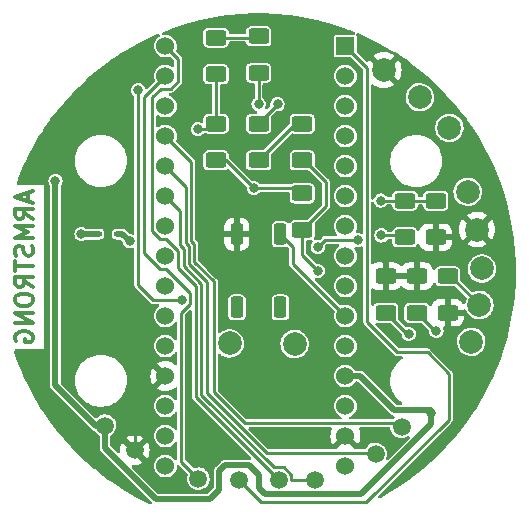
<source format=gbr>
%TF.GenerationSoftware,KiCad,Pcbnew,(6.0.8)*%
%TF.CreationDate,2022-11-18T04:38:56-05:00*%
%TF.ProjectId,Armstrong_v2.0,41726d73-7472-46f6-9e67-5f76322e302e,rev?*%
%TF.SameCoordinates,Original*%
%TF.FileFunction,Copper,L2,Bot*%
%TF.FilePolarity,Positive*%
%FSLAX46Y46*%
G04 Gerber Fmt 4.6, Leading zero omitted, Abs format (unit mm)*
G04 Created by KiCad (PCBNEW (6.0.8)) date 2022-11-18 04:38:56*
%MOMM*%
%LPD*%
G01*
G04 APERTURE LIST*
G04 Aperture macros list*
%AMRoundRect*
0 Rectangle with rounded corners*
0 $1 Rounding radius*
0 $2 $3 $4 $5 $6 $7 $8 $9 X,Y pos of 4 corners*
0 Add a 4 corners polygon primitive as box body*
4,1,4,$2,$3,$4,$5,$6,$7,$8,$9,$2,$3,0*
0 Add four circle primitives for the rounded corners*
1,1,$1+$1,$2,$3*
1,1,$1+$1,$4,$5*
1,1,$1+$1,$6,$7*
1,1,$1+$1,$8,$9*
0 Add four rect primitives between the rounded corners*
20,1,$1+$1,$2,$3,$4,$5,0*
20,1,$1+$1,$4,$5,$6,$7,0*
20,1,$1+$1,$6,$7,$8,$9,0*
20,1,$1+$1,$8,$9,$2,$3,0*%
G04 Aperture macros list end*
%ADD10C,0.300000*%
%TA.AperFunction,NonConductor*%
%ADD11C,0.300000*%
%TD*%
%TA.AperFunction,ComponentPad*%
%ADD12C,2.000000*%
%TD*%
%TA.AperFunction,SMDPad,CuDef*%
%ADD13RoundRect,0.275000X-0.275000X0.625000X-0.275000X-0.625000X0.275000X-0.625000X0.275000X0.625000X0*%
%TD*%
%TA.AperFunction,SMDPad,CuDef*%
%ADD14R,0.540000X0.420000*%
%TD*%
%TA.AperFunction,SMDPad,CuDef*%
%ADD15RoundRect,0.250000X-0.625000X0.400000X-0.625000X-0.400000X0.625000X-0.400000X0.625000X0.400000X0*%
%TD*%
%TA.AperFunction,SMDPad,CuDef*%
%ADD16RoundRect,0.250000X0.625000X-0.400000X0.625000X0.400000X-0.625000X0.400000X-0.625000X-0.400000X0*%
%TD*%
%TA.AperFunction,SMDPad,CuDef*%
%ADD17C,1.500000*%
%TD*%
%TA.AperFunction,ComponentPad*%
%ADD18R,1.524000X1.524000*%
%TD*%
%TA.AperFunction,ComponentPad*%
%ADD19C,1.524000*%
%TD*%
%TA.AperFunction,ViaPad*%
%ADD20C,0.800000*%
%TD*%
%TA.AperFunction,Conductor*%
%ADD21C,0.250000*%
%TD*%
%TA.AperFunction,Conductor*%
%ADD22C,0.500000*%
%TD*%
G04 APERTURE END LIST*
D10*
D11*
X80450000Y-93378571D02*
X80450000Y-94092857D01*
X80878571Y-93235714D02*
X79378571Y-93735714D01*
X80878571Y-94235714D01*
X80878571Y-95592857D02*
X80164285Y-95092857D01*
X80878571Y-94735714D02*
X79378571Y-94735714D01*
X79378571Y-95307142D01*
X79450000Y-95450000D01*
X79521428Y-95521428D01*
X79664285Y-95592857D01*
X79878571Y-95592857D01*
X80021428Y-95521428D01*
X80092857Y-95450000D01*
X80164285Y-95307142D01*
X80164285Y-94735714D01*
X80878571Y-96235714D02*
X79378571Y-96235714D01*
X80450000Y-96735714D01*
X79378571Y-97235714D01*
X80878571Y-97235714D01*
X80807142Y-97878571D02*
X80878571Y-98092857D01*
X80878571Y-98450000D01*
X80807142Y-98592857D01*
X80735714Y-98664285D01*
X80592857Y-98735714D01*
X80450000Y-98735714D01*
X80307142Y-98664285D01*
X80235714Y-98592857D01*
X80164285Y-98450000D01*
X80092857Y-98164285D01*
X80021428Y-98021428D01*
X79950000Y-97950000D01*
X79807142Y-97878571D01*
X79664285Y-97878571D01*
X79521428Y-97950000D01*
X79450000Y-98021428D01*
X79378571Y-98164285D01*
X79378571Y-98521428D01*
X79450000Y-98735714D01*
X79378571Y-99164285D02*
X79378571Y-100021428D01*
X80878571Y-99592857D02*
X79378571Y-99592857D01*
X80878571Y-101378571D02*
X80164285Y-100878571D01*
X80878571Y-100521428D02*
X79378571Y-100521428D01*
X79378571Y-101092857D01*
X79450000Y-101235714D01*
X79521428Y-101307142D01*
X79664285Y-101378571D01*
X79878571Y-101378571D01*
X80021428Y-101307142D01*
X80092857Y-101235714D01*
X80164285Y-101092857D01*
X80164285Y-100521428D01*
X79378571Y-102307142D02*
X79378571Y-102592857D01*
X79450000Y-102735714D01*
X79592857Y-102878571D01*
X79878571Y-102950000D01*
X80378571Y-102950000D01*
X80664285Y-102878571D01*
X80807142Y-102735714D01*
X80878571Y-102592857D01*
X80878571Y-102307142D01*
X80807142Y-102164285D01*
X80664285Y-102021428D01*
X80378571Y-101950000D01*
X79878571Y-101950000D01*
X79592857Y-102021428D01*
X79450000Y-102164285D01*
X79378571Y-102307142D01*
X80878571Y-103592857D02*
X79378571Y-103592857D01*
X80878571Y-104449999D01*
X79378571Y-104449999D01*
X79450000Y-105949999D02*
X79378571Y-105807142D01*
X79378571Y-105592857D01*
X79450000Y-105378571D01*
X79592857Y-105235714D01*
X79735714Y-105164285D01*
X80021428Y-105092857D01*
X80235714Y-105092857D01*
X80521428Y-105164285D01*
X80664285Y-105235714D01*
X80807142Y-105378571D01*
X80878571Y-105592857D01*
X80878571Y-105735714D01*
X80807142Y-105949999D01*
X80735714Y-106021428D01*
X80235714Y-106021428D01*
X80235714Y-105735714D01*
D12*
%TO.P,TP20,1,1*%
%TO.N,Net-(U1-Pad7)*%
X113650000Y-85300000D03*
%TD*%
%TO.P,TP19,1,1*%
%TO.N,Net-(U1-Pad6)*%
X116150000Y-87900000D03*
%TD*%
%TO.P,TP18,1,1*%
%TO.N,GND*%
X110600000Y-83000000D03*
%TD*%
D13*
%TO.P,SW\u002A\u002A1,1,1*%
%TO.N,GND*%
X98150000Y-96900000D03*
%TO.P,SW\u002A\u002A1,2,2*%
%TO.N,Net-(U1-Pad10)*%
X101850000Y-96900000D03*
%TO.P,SW\u002A\u002A1,3,3*%
%TO.N,unconnected-(SW\u002A\u002A1-Pad3)*%
X98150000Y-103100000D03*
%TO.P,SW\u002A\u002A1,4,4*%
%TO.N,unconnected-(SW\u002A\u002A1-Pad4)*%
X101850000Y-103100000D03*
%TD*%
D14*
%TO.P,D1,1*%
%TO.N,/stimulation/VBOOST*%
X88050000Y-96900000D03*
%TO.P,D1,2*%
%TO.N,Net-(D1-Pad2)*%
X86450000Y-96900000D03*
%TD*%
D15*
%TO.P,R12,1*%
%TO.N,/stimulation/VSTIM*%
X115000000Y-94050000D03*
%TO.P,R12,2*%
%TO.N,GND*%
X115000000Y-97150000D03*
%TD*%
D16*
%TO.P,R11,1*%
%TO.N,/stimulation/VBOOST*%
X112400000Y-97150000D03*
%TO.P,R11,2*%
%TO.N,/stimulation/VSTIM*%
X112400000Y-94050000D03*
%TD*%
D15*
%TO.P,R10,1*%
%TO.N,Net-(Q2-Pad1)*%
X96400000Y-87550000D03*
%TO.P,R10,2*%
%TO.N,/stimulation/VBOOST*%
X96400000Y-90650000D03*
%TD*%
D16*
%TO.P,R9,1*%
%TO.N,Net-(Q1-Pad1)*%
X103700000Y-96550000D03*
%TO.P,R9,2*%
%TO.N,/stimulation/VBOOST*%
X103700000Y-93450000D03*
%TD*%
%TO.P,R7,1*%
%TO.N,Net-(Q2-Pad1)*%
X96400000Y-83350000D03*
%TO.P,R7,2*%
%TO.N,Net-(R5-Pad1)*%
X96400000Y-80250000D03*
%TD*%
%TO.P,R6,1*%
%TO.N,Net-(Q1-Pad1)*%
X103700000Y-90650000D03*
%TO.P,R6,2*%
%TO.N,Net-(R4-Pad1)*%
X103700000Y-87550000D03*
%TD*%
D15*
%TO.P,R5,1*%
%TO.N,Net-(R5-Pad1)*%
X100000000Y-80150000D03*
%TO.P,R5,2*%
%TO.N,Net-(Q\u002A\u002A3-Pad5)*%
X100000000Y-83250000D03*
%TD*%
D16*
%TO.P,R4,1*%
%TO.N,Net-(R4-Pad1)*%
X100000000Y-90650000D03*
%TO.P,R4,2*%
%TO.N,Net-(Q\u002A\u002A3-Pad7)*%
X100000000Y-87550000D03*
%TD*%
D15*
%TO.P,R3,1*%
%TO.N,VCC*%
X116000000Y-100450000D03*
%TO.P,R3,2*%
%TO.N,GND*%
X116000000Y-103550000D03*
%TD*%
D16*
%TO.P,R2,1*%
%TO.N,Net-(R2-Pad1)*%
X113400000Y-103550000D03*
%TO.P,R2,2*%
%TO.N,GND*%
X113400000Y-100450000D03*
%TD*%
D15*
%TO.P,R1,1*%
%TO.N,GND*%
X110750000Y-100450000D03*
%TO.P,R1,2*%
%TO.N,Net-(R1-Pad2)*%
X110750000Y-103550000D03*
%TD*%
D17*
%TO.P,TP13,1,1*%
%TO.N,GND*%
X89500000Y-115200000D03*
%TD*%
%TO.P,TP12,1,1*%
%TO.N,VCC*%
X87000000Y-113100000D03*
%TD*%
%TO.P,TP11,1,1*%
%TO.N,/DC*%
X104800000Y-117700000D03*
%TD*%
%TO.P,TP10,1,1*%
%TO.N,/RST*%
X109900000Y-115500000D03*
%TD*%
%TO.P,TP9,1,1*%
%TO.N,/CS*%
X101700000Y-117700000D03*
%TD*%
%TO.P,TP8,1,1*%
%TO.N,/BL*%
X112100000Y-113200000D03*
%TD*%
%TO.P,TP7,1,1*%
%TO.N,/SCK*%
X98300000Y-117700000D03*
%TD*%
%TO.P,TP6,1,1*%
%TO.N,/MOSI*%
X94900000Y-117600000D03*
%TD*%
D12*
%TO.P,TP4,1,1*%
%TO.N,/power/BAT+*%
X117700000Y-93300000D03*
%TD*%
%TO.P,TP3,1,1*%
%TO.N,VCC*%
X118700000Y-102900000D03*
%TD*%
%TO.P,TP15,1,1*%
%TO.N,/stimulation/STIM2*%
X103050000Y-106200000D03*
%TD*%
D18*
%TO.P,U1,1,D13*%
%TO.N,/SCK*%
X107346750Y-80970000D03*
D19*
%TO.P,U1,2,+3V3*%
%TO.N,unconnected-(U1-Pad2)*%
X107346750Y-83510000D03*
%TO.P,U1,3,AREF*%
%TO.N,unconnected-(U1-Pad3)*%
X107346750Y-86050000D03*
%TO.P,U1,4,A0/DAC0*%
%TO.N,unconnected-(U1-Pad4)*%
X107346750Y-88590000D03*
%TO.P,U1,5,A1*%
%TO.N,/stimulation/VSTIM*%
X107346750Y-91130000D03*
%TO.P,U1,6,A2*%
%TO.N,Net-(U1-Pad6)*%
X107346750Y-93670000D03*
%TO.P,U1,7,A3*%
%TO.N,Net-(U1-Pad7)*%
X107346750Y-96210000D03*
%TO.P,U1,8,A4/SDA*%
%TO.N,unconnected-(U1-Pad8)*%
X107346750Y-98750000D03*
%TO.P,U1,9,A5/SCL*%
%TO.N,unconnected-(U1-Pad9)*%
X107346750Y-101290000D03*
%TO.P,U1,10,A6*%
%TO.N,Net-(U1-Pad10)*%
X107346750Y-103830000D03*
%TO.P,U1,11,A7*%
%TO.N,unconnected-(U1-Pad11)*%
X107346750Y-106370000D03*
%TO.P,U1,12,+5V*%
%TO.N,VCC*%
X107346750Y-108910000D03*
%TO.P,U1,13,~{RESET}*%
%TO.N,Net-(U1-Pad13)*%
X107346750Y-111450000D03*
%TO.P,U1,14,GND*%
%TO.N,GND*%
X107346750Y-113990000D03*
%TO.P,U1,15,VIN*%
%TO.N,unconnected-(U1-Pad15)*%
X107346750Y-116530000D03*
%TO.P,U1,16,TX*%
%TO.N,unconnected-(U1-Pad16)*%
X92106750Y-116530000D03*
%TO.P,U1,17,RX*%
%TO.N,unconnected-(U1-Pad17)*%
X92106750Y-113990000D03*
%TO.P,U1,18,~{RESET}*%
%TO.N,Net-(U1-Pad13)*%
X92106750Y-111450000D03*
%TO.P,U1,19,GND*%
%TO.N,GND*%
X92106750Y-108910000D03*
%TO.P,U1,20,D2*%
%TO.N,/stimulation/L_DRIVE1*%
X92106750Y-106370000D03*
%TO.P,U1,21,D3/PWM*%
%TO.N,/stimulation/H_DRIVE1*%
X92106750Y-103830000D03*
%TO.P,U1,22,D4*%
%TO.N,/stimulation/L_DRIVE2*%
X92106750Y-101290000D03*
%TO.P,U1,23,D5/PWM*%
%TO.N,/stimulation/BOOST_CTRL*%
X92106750Y-98750000D03*
%TO.P,U1,24,D6/PWM*%
%TO.N,/stimulation/H_DRIVE2*%
X92106750Y-96210000D03*
%TO.P,U1,25,D7*%
%TO.N,/DC*%
X92106750Y-93670000D03*
%TO.P,U1,26,D8*%
%TO.N,/RST*%
X92106750Y-91130000D03*
%TO.P,U1,27,D9/PWM*%
%TO.N,/BL*%
X92106750Y-88590000D03*
%TO.P,U1,28,D10/PWM*%
%TO.N,unconnected-(U1-Pad28)*%
X92106750Y-86050000D03*
%TO.P,U1,29,D11/MOSI*%
%TO.N,/MOSI*%
X92106750Y-83510000D03*
%TO.P,U1,30,D12/MISO*%
%TO.N,/CS*%
X92106750Y-80970000D03*
%TD*%
D12*
%TO.P,TP14,1,1*%
%TO.N,/stimulation/STIM1*%
X97550000Y-106150000D03*
%TD*%
%TO.P,TP2,1,1*%
%TO.N,GND*%
X118500000Y-96500000D03*
%TD*%
%TO.P,TP5,1,1*%
%TO.N,/power/BAT+*%
X118900000Y-99800000D03*
%TD*%
%TO.P,TP1,1,1*%
%TO.N,/power/VBUS*%
X118000000Y-106000000D03*
%TD*%
D20*
%TO.N,Net-(Q2-Pad1)*%
X94850000Y-88000000D03*
%TO.N,/stimulation/VBOOST*%
X89075500Y-97500000D03*
%TO.N,Net-(D1-Pad2)*%
X85000000Y-96900000D03*
%TO.N,VCC*%
X114600000Y-112050000D03*
%TO.N,/stimulation/VSTIM*%
X110350000Y-94050000D03*
%TO.N,/stimulation/VBOOST*%
X110400000Y-97000000D03*
X108400000Y-97400000D03*
X105000000Y-98000000D03*
%TO.N,VCC*%
X82800000Y-92400000D03*
%TO.N,Net-(R2-Pad1)*%
X115050000Y-105100000D03*
%TO.N,Net-(R1-Pad2)*%
X112700000Y-105350000D03*
%TO.N,Net-(Q\u002A\u002A3-Pad5)*%
X100000000Y-85900000D03*
%TO.N,Net-(Q\u002A\u002A3-Pad7)*%
X101600000Y-85900000D03*
%TO.N,/stimulation/VBOOST*%
X99600000Y-93000000D03*
%TO.N,Net-(Q1-Pad1)*%
X105000000Y-100000000D03*
%TO.N,/stimulation/H_DRIVE1*%
X89800000Y-84700000D03*
X93500000Y-102500000D03*
%TD*%
D21*
%TO.N,Net-(U1-Pad10)*%
X102900000Y-99383250D02*
X107346750Y-103830000D01*
X102900000Y-97950000D02*
X102900000Y-99383250D01*
X101850000Y-96900000D02*
X102900000Y-97950000D01*
%TO.N,/BL*%
X94300000Y-90783250D02*
X92106750Y-88590000D01*
X94300000Y-97496811D02*
X94300000Y-90783250D01*
X94550000Y-97746811D02*
X94300000Y-97496811D01*
X94550000Y-99240812D02*
X94550000Y-97746811D01*
X96204594Y-100895406D02*
X94550000Y-99240812D01*
X96204594Y-110295406D02*
X96204594Y-100895406D01*
X98812188Y-112903000D02*
X96204594Y-110295406D01*
X111803000Y-112903000D02*
X98812188Y-112903000D01*
X112100000Y-113200000D02*
X111803000Y-112903000D01*
%TO.N,/RST*%
X93850000Y-92873250D02*
X92106750Y-91130000D01*
X94093750Y-97926957D02*
X93850000Y-97683207D01*
X95618198Y-100945406D02*
X94093750Y-99420958D01*
X94093750Y-99420958D02*
X94093750Y-97926957D01*
X95618198Y-110345406D02*
X95618198Y-100945406D01*
X100715792Y-115443000D02*
X95618198Y-110345406D01*
X109843000Y-115443000D02*
X100715792Y-115443000D01*
X93850000Y-97683207D02*
X93850000Y-92873250D01*
X109900000Y-115500000D02*
X109843000Y-115443000D01*
%TO.N,/DC*%
X93350000Y-97819603D02*
X93350000Y-94913250D01*
X93643750Y-98113353D02*
X93350000Y-97819603D01*
X95150000Y-101113604D02*
X93643750Y-99607354D01*
X102145280Y-116625000D02*
X101261396Y-116625000D01*
X102775000Y-117254720D02*
X102145280Y-116625000D01*
X93350000Y-94913250D02*
X92106750Y-93670000D01*
X102775000Y-117700000D02*
X102775000Y-117254720D01*
X101261396Y-116625000D02*
X95150000Y-110513604D01*
X104800000Y-117700000D02*
X102775000Y-117700000D01*
X95150000Y-110513604D02*
X95150000Y-101113604D01*
X93643750Y-99607354D02*
X93643750Y-98113353D01*
%TO.N,/CS*%
X93200000Y-82063250D02*
X92106750Y-80970000D01*
X93200000Y-83954001D02*
X93200000Y-82063250D01*
X92557001Y-84597000D02*
X93200000Y-83954001D01*
X91703000Y-84597000D02*
X92557001Y-84597000D01*
X91000000Y-85300000D02*
X91703000Y-84597000D01*
X91000000Y-96640501D02*
X91000000Y-85300000D01*
X91656499Y-97297000D02*
X91000000Y-96640501D01*
X92191001Y-97297000D02*
X91656499Y-97297000D01*
X93193750Y-98299749D02*
X92191001Y-97297000D01*
X94675000Y-101275000D02*
X93193750Y-99793750D01*
X94675000Y-110675000D02*
X94675000Y-101275000D01*
X101700000Y-117700000D02*
X94675000Y-110675000D01*
X93193750Y-99793750D02*
X93193750Y-98299749D01*
%TO.N,/MOSI*%
X90300000Y-85316750D02*
X92106750Y-83510000D01*
X90300000Y-98500000D02*
X90300000Y-85316750D01*
X92191001Y-99837000D02*
X91637000Y-99837000D01*
X94225000Y-102800305D02*
X94225000Y-101870999D01*
X91637000Y-99837000D02*
X90300000Y-98500000D01*
X93450000Y-103575305D02*
X94225000Y-102800305D01*
X94225000Y-101870999D02*
X92191001Y-99837000D01*
X93450000Y-116150000D02*
X93450000Y-103575305D01*
X94900000Y-117600000D02*
X93450000Y-116150000D01*
%TO.N,Net-(Q2-Pad1)*%
X94850000Y-88000000D02*
X95950000Y-88000000D01*
X95950000Y-88000000D02*
X96400000Y-87550000D01*
D22*
%TO.N,/stimulation/VBOOST*%
X88475500Y-96900000D02*
X88050000Y-96900000D01*
X89075500Y-97500000D02*
X88475500Y-96900000D01*
%TO.N,Net-(D1-Pad2)*%
X85000000Y-96900000D02*
X86450000Y-96900000D01*
D21*
%TO.N,/stimulation/VSTIM*%
X112400000Y-94050000D02*
X115000000Y-94050000D01*
%TO.N,Net-(R2-Pad1)*%
X114950000Y-105100000D02*
X113400000Y-103550000D01*
X115050000Y-105100000D02*
X114950000Y-105100000D01*
%TO.N,Net-(R1-Pad2)*%
X112700000Y-105350000D02*
X112550000Y-105350000D01*
X112550000Y-105350000D02*
X110750000Y-103550000D01*
D22*
%TO.N,VCC*%
X82800000Y-109700000D02*
X82800000Y-92400000D01*
X86200000Y-113100000D02*
X82800000Y-109700000D01*
X87000000Y-113100000D02*
X86200000Y-113100000D01*
X114600000Y-113000000D02*
X114600000Y-112050000D01*
X108700000Y-118900000D02*
X114600000Y-113000000D01*
X100000000Y-118400000D02*
X100500000Y-118900000D01*
X100500000Y-118900000D02*
X108700000Y-118900000D01*
X100000000Y-117250000D02*
X100000000Y-118400000D01*
X96650000Y-118550000D02*
X96650000Y-116950000D01*
X97150000Y-116450000D02*
X99200000Y-116450000D01*
X95850000Y-119350000D02*
X96650000Y-118550000D01*
X91350000Y-119350000D02*
X95850000Y-119350000D01*
X96650000Y-116950000D02*
X97150000Y-116450000D01*
X87000000Y-115000000D02*
X91350000Y-119350000D01*
X99200000Y-116450000D02*
X100000000Y-117250000D01*
X87000000Y-113100000D02*
X87000000Y-115000000D01*
D21*
%TO.N,/SCK*%
X100200000Y-119600000D02*
X98300000Y-117700000D01*
X116100000Y-112600000D02*
X109100000Y-119600000D01*
X114300000Y-106900000D02*
X116100000Y-108700000D01*
X116100000Y-108700000D02*
X116100000Y-112600000D01*
X111750000Y-106900000D02*
X114300000Y-106900000D01*
X109200000Y-82823250D02*
X109200000Y-104350000D01*
X107346750Y-80970000D02*
X109200000Y-82823250D01*
X109200000Y-104350000D02*
X111750000Y-106900000D01*
X109100000Y-119600000D02*
X100200000Y-119600000D01*
%TO.N,/stimulation/VSTIM*%
X112400000Y-94050000D02*
X110350000Y-94050000D01*
%TO.N,/stimulation/VBOOST*%
X112250000Y-97000000D02*
X112400000Y-97150000D01*
X110400000Y-97000000D02*
X112250000Y-97000000D01*
X105600000Y-97400000D02*
X108400000Y-97400000D01*
X105000000Y-98000000D02*
X105600000Y-97400000D01*
%TO.N,VCC*%
X116250000Y-100450000D02*
X118700000Y-102900000D01*
X116000000Y-100450000D02*
X116250000Y-100450000D01*
%TO.N,Net-(Q\u002A\u002A3-Pad5)*%
X100000000Y-83250000D02*
X100000000Y-85900000D01*
%TO.N,Net-(R5-Pad1)*%
X99900000Y-80250000D02*
X100000000Y-80150000D01*
X96400000Y-80250000D02*
X99900000Y-80250000D01*
%TO.N,Net-(Q2-Pad1)*%
X96400000Y-87550000D02*
X96400000Y-83350000D01*
%TO.N,Net-(Q\u002A\u002A3-Pad7)*%
X100000000Y-87500000D02*
X101600000Y-85900000D01*
X100000000Y-87550000D02*
X100000000Y-87500000D01*
%TO.N,/stimulation/VBOOST*%
X99600000Y-93000000D02*
X97250000Y-90650000D01*
X97250000Y-90650000D02*
X96400000Y-90650000D01*
%TO.N,Net-(R4-Pad1)*%
X103700000Y-87550000D02*
X103100000Y-87550000D01*
X103100000Y-87550000D02*
X100000000Y-90650000D01*
%TO.N,Net-(Q1-Pad1)*%
X105700000Y-92500000D02*
X103850000Y-90650000D01*
X103850000Y-90650000D02*
X103700000Y-90650000D01*
X105700000Y-94550000D02*
X105700000Y-92500000D01*
X103700000Y-96550000D02*
X105700000Y-94550000D01*
X103700000Y-98700000D02*
X105000000Y-100000000D01*
X103700000Y-96550000D02*
X103700000Y-98700000D01*
%TO.N,/stimulation/VBOOST*%
X103250000Y-93000000D02*
X103700000Y-93450000D01*
X100700000Y-93000000D02*
X103250000Y-93000000D01*
X100700000Y-93000000D02*
X99600000Y-93000000D01*
%TO.N,/stimulation/H_DRIVE1*%
X91100000Y-102500000D02*
X93500000Y-102500000D01*
X89800000Y-101200000D02*
X89800000Y-84700000D01*
X91100000Y-102500000D02*
X89800000Y-101200000D01*
D22*
%TO.N,VCC*%
X108610000Y-108910000D02*
X107346750Y-108910000D01*
X111500000Y-111800000D02*
X108610000Y-108910000D01*
X114600000Y-111800000D02*
X111500000Y-111800000D01*
D21*
%TO.N,GND*%
X89500000Y-111516750D02*
X92106750Y-108910000D01*
X89500000Y-115200000D02*
X89500000Y-111516750D01*
%TD*%
%TA.AperFunction,Conductor*%
%TO.N,GND*%
G36*
X91572298Y-79975593D02*
G01*
X91610112Y-80035682D01*
X91609436Y-80106676D01*
X91567837Y-80168222D01*
X91430066Y-80278993D01*
X91308736Y-80423588D01*
X91305766Y-80428991D01*
X91305765Y-80428992D01*
X91220769Y-80583599D01*
X91217802Y-80588996D01*
X91160728Y-80768917D01*
X91139687Y-80956496D01*
X91140203Y-80962639D01*
X91153508Y-81121079D01*
X91155482Y-81144590D01*
X91207510Y-81326034D01*
X91210326Y-81331513D01*
X91282616Y-81472174D01*
X91293790Y-81493917D01*
X91297615Y-81498743D01*
X91297617Y-81498746D01*
X91407206Y-81637014D01*
X91407210Y-81637019D01*
X91411035Y-81641844D01*
X91554780Y-81764180D01*
X91560158Y-81767186D01*
X91560160Y-81767187D01*
X91615403Y-81798061D01*
X91719550Y-81856267D01*
X91899067Y-81914595D01*
X92086495Y-81936945D01*
X92092630Y-81936473D01*
X92092632Y-81936473D01*
X92268553Y-81922937D01*
X92268557Y-81922936D01*
X92274695Y-81922464D01*
X92280627Y-81920808D01*
X92280631Y-81920807D01*
X92456498Y-81871703D01*
X92457232Y-81874332D01*
X92516255Y-81869355D01*
X92580135Y-81903711D01*
X92837595Y-82161171D01*
X92871621Y-82223483D01*
X92874500Y-82250266D01*
X92874500Y-82628154D01*
X92854498Y-82696275D01*
X92800842Y-82742768D01*
X92730568Y-82752872D01*
X92668186Y-82725240D01*
X92652326Y-82712120D01*
X92647577Y-82708191D01*
X92481538Y-82618414D01*
X92301224Y-82562597D01*
X92295106Y-82561954D01*
X92295101Y-82561953D01*
X92119631Y-82543511D01*
X92119629Y-82543511D01*
X92113502Y-82542867D01*
X92002607Y-82552959D01*
X91931664Y-82559415D01*
X91931663Y-82559415D01*
X91925523Y-82559974D01*
X91744447Y-82613268D01*
X91738982Y-82616125D01*
X91585669Y-82696275D01*
X91577170Y-82700718D01*
X91430066Y-82818993D01*
X91308736Y-82963588D01*
X91305766Y-82968991D01*
X91305765Y-82968992D01*
X91288096Y-83001132D01*
X91217802Y-83128996D01*
X91160728Y-83308917D01*
X91139687Y-83496496D01*
X91155482Y-83684590D01*
X91161000Y-83703834D01*
X91205522Y-83859101D01*
X91205071Y-83930096D01*
X91173498Y-83982926D01*
X90585206Y-84571218D01*
X90522894Y-84605244D01*
X90452079Y-84600179D01*
X90395243Y-84557632D01*
X90379702Y-84530341D01*
X90357389Y-84476473D01*
X90324536Y-84397159D01*
X90228282Y-84271718D01*
X90102841Y-84175464D01*
X89956762Y-84114956D01*
X89800000Y-84094318D01*
X89643238Y-84114956D01*
X89497159Y-84175464D01*
X89371718Y-84271718D01*
X89275464Y-84397159D01*
X89214956Y-84543238D01*
X89194318Y-84700000D01*
X89195396Y-84708188D01*
X89212980Y-84841749D01*
X89214956Y-84856762D01*
X89275464Y-85002841D01*
X89371718Y-85128282D01*
X89378264Y-85133305D01*
X89425204Y-85169323D01*
X89467071Y-85226661D01*
X89474500Y-85269286D01*
X89474500Y-96826722D01*
X89454498Y-96894843D01*
X89400842Y-96941336D01*
X89330568Y-96951440D01*
X89300282Y-96943131D01*
X89239891Y-96918116D01*
X89232262Y-96914956D01*
X89154090Y-96904665D01*
X89089163Y-96875943D01*
X89081441Y-96868838D01*
X88818253Y-96605650D01*
X88808399Y-96594561D01*
X88793207Y-96575291D01*
X88793205Y-96575289D01*
X88787372Y-96567890D01*
X88779625Y-96562535D01*
X88779623Y-96562534D01*
X88742145Y-96536632D01*
X88739115Y-96534538D01*
X88735903Y-96532243D01*
X88731842Y-96529243D01*
X88718224Y-96519185D01*
X88696258Y-96502960D01*
X88696257Y-96502959D01*
X88688684Y-96497366D01*
X88681868Y-96494973D01*
X88675931Y-96490869D01*
X88666951Y-96488029D01*
X88666949Y-96488028D01*
X88636075Y-96478264D01*
X88619981Y-96473174D01*
X88616250Y-96471929D01*
X88569763Y-96455604D01*
X88569761Y-96455604D01*
X88560869Y-96452481D01*
X88553681Y-96452199D01*
X88553622Y-96452188D01*
X88546770Y-96450020D01*
X88540163Y-96449500D01*
X88487484Y-96449500D01*
X88482537Y-96449403D01*
X88425506Y-96447162D01*
X88418400Y-96449046D01*
X88410153Y-96449500D01*
X88016150Y-96449500D01*
X88011503Y-96450199D01*
X88011498Y-96450199D01*
X87925349Y-96463151D01*
X87925348Y-96463151D01*
X87916038Y-96464551D01*
X87899316Y-96472581D01*
X87889940Y-96477083D01*
X87835398Y-96489500D01*
X87760252Y-96489500D01*
X87754184Y-96490707D01*
X87713939Y-96498712D01*
X87713938Y-96498712D01*
X87701769Y-96501133D01*
X87635448Y-96545448D01*
X87591133Y-96611769D01*
X87588712Y-96623938D01*
X87588712Y-96623939D01*
X87588245Y-96626287D01*
X87579500Y-96670252D01*
X87579500Y-97129748D01*
X87591133Y-97188231D01*
X87635448Y-97254552D01*
X87701769Y-97298867D01*
X87713938Y-97301288D01*
X87713939Y-97301288D01*
X87754184Y-97309293D01*
X87760252Y-97310500D01*
X87834448Y-97310500D01*
X87872442Y-97316365D01*
X87978730Y-97349980D01*
X87985337Y-97350500D01*
X88236707Y-97350500D01*
X88304828Y-97370502D01*
X88325802Y-97387405D01*
X88444338Y-97505941D01*
X88478364Y-97568253D01*
X88480164Y-97578585D01*
X88490456Y-97656762D01*
X88550964Y-97802841D01*
X88647218Y-97928282D01*
X88653764Y-97933305D01*
X88660580Y-97938535D01*
X88772659Y-98024536D01*
X88918738Y-98085044D01*
X89075500Y-98105682D01*
X89083688Y-98104604D01*
X89224074Y-98086122D01*
X89232262Y-98085044D01*
X89300282Y-98056869D01*
X89370871Y-98049280D01*
X89434358Y-98081059D01*
X89470586Y-98142117D01*
X89474500Y-98173278D01*
X89474500Y-101180290D01*
X89474020Y-101191272D01*
X89470736Y-101228807D01*
X89473590Y-101239456D01*
X89480491Y-101265210D01*
X89482870Y-101275942D01*
X89489412Y-101313045D01*
X89494923Y-101322590D01*
X89496115Y-101325866D01*
X89497592Y-101329034D01*
X89500446Y-101339684D01*
X89506770Y-101348715D01*
X89522055Y-101370544D01*
X89527961Y-101379815D01*
X89541293Y-101402906D01*
X89546806Y-101412455D01*
X89555251Y-101419541D01*
X89575682Y-101436685D01*
X89583785Y-101444111D01*
X90855889Y-102716215D01*
X90863316Y-102724319D01*
X90887545Y-102753194D01*
X90897094Y-102758707D01*
X90920185Y-102772039D01*
X90929456Y-102777945D01*
X90960316Y-102799554D01*
X90970966Y-102802408D01*
X90974134Y-102803885D01*
X90977410Y-102805077D01*
X90986955Y-102810588D01*
X91020699Y-102816538D01*
X91024058Y-102817130D01*
X91034785Y-102819508D01*
X91071193Y-102829264D01*
X91082169Y-102828304D01*
X91082172Y-102828304D01*
X91108743Y-102825979D01*
X91119724Y-102825500D01*
X91462177Y-102825500D01*
X91530298Y-102845502D01*
X91576791Y-102899158D01*
X91586895Y-102969432D01*
X91557401Y-103034012D01*
X91541137Y-103049690D01*
X91430066Y-103138993D01*
X91308736Y-103283588D01*
X91305766Y-103288991D01*
X91305765Y-103288992D01*
X91302831Y-103294329D01*
X91217802Y-103448996D01*
X91160728Y-103628917D01*
X91160042Y-103635036D01*
X91160041Y-103635039D01*
X91144519Y-103773416D01*
X91139687Y-103816496D01*
X91140203Y-103822639D01*
X91151980Y-103962881D01*
X91155482Y-104004590D01*
X91157181Y-104010515D01*
X91198411Y-104154301D01*
X91207510Y-104186034D01*
X91214754Y-104200129D01*
X91285308Y-104337412D01*
X91293790Y-104353917D01*
X91297615Y-104358743D01*
X91297617Y-104358746D01*
X91407206Y-104497014D01*
X91407210Y-104497019D01*
X91411035Y-104501844D01*
X91554780Y-104624180D01*
X91560158Y-104627186D01*
X91560160Y-104627187D01*
X91637165Y-104670224D01*
X91719550Y-104716267D01*
X91899067Y-104774595D01*
X92086495Y-104796945D01*
X92092630Y-104796473D01*
X92092632Y-104796473D01*
X92268553Y-104782937D01*
X92268557Y-104782936D01*
X92274695Y-104782464D01*
X92280627Y-104780808D01*
X92280631Y-104780807D01*
X92450554Y-104733363D01*
X92450558Y-104733362D01*
X92456498Y-104731703D01*
X92539286Y-104689884D01*
X92619478Y-104649377D01*
X92619480Y-104649376D01*
X92624979Y-104646598D01*
X92773720Y-104530388D01*
X92777746Y-104525724D01*
X92777749Y-104525721D01*
X92853981Y-104437405D01*
X92897057Y-104387501D01*
X92897158Y-104387322D01*
X92951154Y-104344473D01*
X93021799Y-104337412D01*
X93085046Y-104369665D01*
X93120816Y-104430993D01*
X93124500Y-104461239D01*
X93124500Y-105741097D01*
X93104498Y-105809218D01*
X93050842Y-105855711D01*
X92980568Y-105865815D01*
X92915988Y-105836321D01*
X92900857Y-105820733D01*
X92899330Y-105818861D01*
X92793016Y-105688508D01*
X92785009Y-105681884D01*
X92652327Y-105572120D01*
X92652324Y-105572118D01*
X92647577Y-105568191D01*
X92481538Y-105478414D01*
X92301224Y-105422597D01*
X92295106Y-105421954D01*
X92295101Y-105421953D01*
X92119631Y-105403511D01*
X92119629Y-105403511D01*
X92113502Y-105402867D01*
X91997875Y-105413390D01*
X91931664Y-105419415D01*
X91931663Y-105419415D01*
X91925523Y-105419974D01*
X91744447Y-105473268D01*
X91738982Y-105476125D01*
X91619050Y-105538824D01*
X91577170Y-105560718D01*
X91430066Y-105678993D01*
X91308736Y-105823588D01*
X91305766Y-105828991D01*
X91305765Y-105828992D01*
X91249200Y-105931884D01*
X91217802Y-105988996D01*
X91160728Y-106168917D01*
X91160042Y-106175036D01*
X91160041Y-106175039D01*
X91149751Y-106266772D01*
X91139687Y-106356496D01*
X91140203Y-106362639D01*
X91154895Y-106537595D01*
X91155482Y-106544590D01*
X91157181Y-106550515D01*
X91197411Y-106690813D01*
X91207510Y-106726034D01*
X91210326Y-106731513D01*
X91285308Y-106877412D01*
X91293790Y-106893917D01*
X91297615Y-106898743D01*
X91297617Y-106898746D01*
X91407206Y-107037014D01*
X91407210Y-107037019D01*
X91411035Y-107041844D01*
X91554780Y-107164180D01*
X91560158Y-107167186D01*
X91560160Y-107167187D01*
X91600815Y-107189908D01*
X91719550Y-107256267D01*
X91899067Y-107314595D01*
X92086495Y-107336945D01*
X92092630Y-107336473D01*
X92092632Y-107336473D01*
X92268553Y-107322937D01*
X92268557Y-107322936D01*
X92274695Y-107322464D01*
X92280627Y-107320808D01*
X92280631Y-107320807D01*
X92450554Y-107273363D01*
X92450558Y-107273362D01*
X92456498Y-107271703D01*
X92573699Y-107212501D01*
X92619478Y-107189377D01*
X92619480Y-107189376D01*
X92624979Y-107186598D01*
X92773720Y-107070388D01*
X92777746Y-107065724D01*
X92777749Y-107065721D01*
X92833408Y-107001239D01*
X92897057Y-106927501D01*
X92897158Y-106927322D01*
X92951154Y-106884473D01*
X93021799Y-106877412D01*
X93085046Y-106909665D01*
X93120816Y-106970993D01*
X93124500Y-107001239D01*
X93124500Y-107830212D01*
X93104498Y-107898333D01*
X93050842Y-107944826D01*
X92980568Y-107954930D01*
X92927870Y-107931034D01*
X92926208Y-107933407D01*
X92748685Y-107809104D01*
X92739189Y-107803621D01*
X92547757Y-107714355D01*
X92537465Y-107710609D01*
X92333441Y-107655941D01*
X92322646Y-107654038D01*
X92112225Y-107635628D01*
X92101275Y-107635628D01*
X91890854Y-107654038D01*
X91880059Y-107655941D01*
X91676035Y-107710609D01*
X91665743Y-107714355D01*
X91474309Y-107803623D01*
X91464818Y-107809103D01*
X91420985Y-107839794D01*
X91412610Y-107850271D01*
X91419678Y-107863718D01*
X92376865Y-108820905D01*
X92410891Y-108883217D01*
X92405826Y-108954032D01*
X92376865Y-108999095D01*
X91418957Y-109957003D01*
X91412527Y-109968777D01*
X91421824Y-109980793D01*
X91464819Y-110010898D01*
X91474305Y-110016376D01*
X91665743Y-110105645D01*
X91676035Y-110109391D01*
X91880059Y-110164059D01*
X91890854Y-110165962D01*
X92101275Y-110184372D01*
X92112225Y-110184372D01*
X92322646Y-110165962D01*
X92333441Y-110164059D01*
X92537465Y-110109391D01*
X92547757Y-110105645D01*
X92739189Y-110016379D01*
X92748685Y-110010896D01*
X92926208Y-109886593D01*
X92927889Y-109888994D01*
X92981239Y-109864976D01*
X93051457Y-109875457D01*
X93104862Y-109922238D01*
X93124500Y-109989788D01*
X93124500Y-110821097D01*
X93104498Y-110889218D01*
X93050842Y-110935711D01*
X92980568Y-110945815D01*
X92915988Y-110916321D01*
X92900857Y-110900733D01*
X92895807Y-110894541D01*
X92793016Y-110768508D01*
X92787225Y-110763717D01*
X92652327Y-110652120D01*
X92652324Y-110652118D01*
X92647577Y-110648191D01*
X92481538Y-110558414D01*
X92301224Y-110502597D01*
X92295106Y-110501954D01*
X92295101Y-110501953D01*
X92119631Y-110483511D01*
X92119629Y-110483511D01*
X92113502Y-110482867D01*
X91997875Y-110493390D01*
X91931664Y-110499415D01*
X91931663Y-110499415D01*
X91925523Y-110499974D01*
X91744447Y-110553268D01*
X91577170Y-110640718D01*
X91430066Y-110758993D01*
X91308736Y-110903588D01*
X91217802Y-111068996D01*
X91160728Y-111248917D01*
X91139687Y-111436496D01*
X91143089Y-111477005D01*
X91153941Y-111606235D01*
X91155482Y-111624590D01*
X91207510Y-111806034D01*
X91210326Y-111811513D01*
X91285308Y-111957412D01*
X91293790Y-111973917D01*
X91297615Y-111978743D01*
X91297617Y-111978746D01*
X91407206Y-112117014D01*
X91407210Y-112117019D01*
X91411035Y-112121844D01*
X91415728Y-112125838D01*
X91415729Y-112125839D01*
X91429391Y-112137466D01*
X91554780Y-112244180D01*
X91560158Y-112247186D01*
X91560160Y-112247187D01*
X91623832Y-112282772D01*
X91719550Y-112336267D01*
X91899067Y-112394595D01*
X92086495Y-112416945D01*
X92092630Y-112416473D01*
X92092632Y-112416473D01*
X92268553Y-112402937D01*
X92268557Y-112402936D01*
X92274695Y-112402464D01*
X92280627Y-112400808D01*
X92280631Y-112400807D01*
X92450554Y-112353363D01*
X92450558Y-112353362D01*
X92456498Y-112351703D01*
X92548446Y-112305257D01*
X92619478Y-112269377D01*
X92619480Y-112269376D01*
X92624979Y-112266598D01*
X92773720Y-112150388D01*
X92777746Y-112145724D01*
X92777749Y-112145721D01*
X92833408Y-112081239D01*
X92897057Y-112007501D01*
X92897158Y-112007322D01*
X92951154Y-111964473D01*
X93021799Y-111957412D01*
X93085046Y-111989665D01*
X93120816Y-112050993D01*
X93124500Y-112081239D01*
X93124500Y-113361097D01*
X93104498Y-113429218D01*
X93050842Y-113475711D01*
X92980568Y-113485815D01*
X92915988Y-113456321D01*
X92900857Y-113440733D01*
X92893824Y-113432110D01*
X92793016Y-113308508D01*
X92787225Y-113303717D01*
X92652327Y-113192120D01*
X92652324Y-113192118D01*
X92647577Y-113188191D01*
X92481538Y-113098414D01*
X92301224Y-113042597D01*
X92295106Y-113041954D01*
X92295101Y-113041953D01*
X92119631Y-113023511D01*
X92119629Y-113023511D01*
X92113502Y-113022867D01*
X91997875Y-113033390D01*
X91931664Y-113039415D01*
X91931663Y-113039415D01*
X91925523Y-113039974D01*
X91744447Y-113093268D01*
X91577170Y-113180718D01*
X91430066Y-113298993D01*
X91308736Y-113443588D01*
X91305766Y-113448991D01*
X91305765Y-113448992D01*
X91246343Y-113557080D01*
X91217802Y-113608996D01*
X91160728Y-113788917D01*
X91160042Y-113795036D01*
X91160041Y-113795039D01*
X91142460Y-113951772D01*
X91139687Y-113976496D01*
X91140203Y-113982639D01*
X91153467Y-114140589D01*
X91155482Y-114164590D01*
X91207510Y-114346034D01*
X91210326Y-114351513D01*
X91285308Y-114497412D01*
X91293790Y-114513917D01*
X91297615Y-114518743D01*
X91297617Y-114518746D01*
X91407206Y-114657014D01*
X91407210Y-114657019D01*
X91411035Y-114661844D01*
X91554780Y-114784180D01*
X91560158Y-114787186D01*
X91560160Y-114787187D01*
X91607687Y-114813749D01*
X91719550Y-114876267D01*
X91899067Y-114934595D01*
X92086495Y-114956945D01*
X92092630Y-114956473D01*
X92092632Y-114956473D01*
X92268553Y-114942937D01*
X92268557Y-114942936D01*
X92274695Y-114942464D01*
X92280627Y-114940808D01*
X92280631Y-114940807D01*
X92450554Y-114893363D01*
X92450558Y-114893362D01*
X92456498Y-114891703D01*
X92567580Y-114835592D01*
X92619478Y-114809377D01*
X92619480Y-114809376D01*
X92624979Y-114806598D01*
X92773720Y-114690388D01*
X92777746Y-114685724D01*
X92777749Y-114685721D01*
X92836457Y-114617707D01*
X92897057Y-114547501D01*
X92897158Y-114547322D01*
X92951154Y-114504473D01*
X93021799Y-114497412D01*
X93085046Y-114529665D01*
X93120816Y-114590993D01*
X93124500Y-114621239D01*
X93124500Y-115901097D01*
X93104498Y-115969218D01*
X93050842Y-116015711D01*
X92980568Y-116025815D01*
X92915988Y-115996321D01*
X92900857Y-115980733D01*
X92895476Y-115974135D01*
X92793016Y-115848508D01*
X92787225Y-115843717D01*
X92652327Y-115732120D01*
X92652324Y-115732118D01*
X92647577Y-115728191D01*
X92481538Y-115638414D01*
X92301224Y-115582597D01*
X92295106Y-115581954D01*
X92295101Y-115581953D01*
X92119631Y-115563511D01*
X92119629Y-115563511D01*
X92113502Y-115562867D01*
X91999299Y-115573260D01*
X91931664Y-115579415D01*
X91931663Y-115579415D01*
X91925523Y-115579974D01*
X91744447Y-115633268D01*
X91577170Y-115720718D01*
X91430066Y-115838993D01*
X91308736Y-115983588D01*
X91305766Y-115988991D01*
X91305765Y-115988992D01*
X91296673Y-116005531D01*
X91217802Y-116148996D01*
X91160728Y-116328917D01*
X91160042Y-116335036D01*
X91160041Y-116335039D01*
X91148021Y-116442196D01*
X91139687Y-116516496D01*
X91140203Y-116522639D01*
X91150519Y-116645483D01*
X91155482Y-116704590D01*
X91157181Y-116710515D01*
X91205416Y-116878730D01*
X91207510Y-116886034D01*
X91250650Y-116969975D01*
X91273535Y-117014504D01*
X91293790Y-117053917D01*
X91297615Y-117058743D01*
X91297617Y-117058746D01*
X91407206Y-117197014D01*
X91407210Y-117197019D01*
X91411035Y-117201844D01*
X91415728Y-117205838D01*
X91415729Y-117205839D01*
X91431971Y-117219662D01*
X91554780Y-117324180D01*
X91560158Y-117327186D01*
X91560160Y-117327187D01*
X91617548Y-117359260D01*
X91719550Y-117416267D01*
X91899067Y-117474595D01*
X92086495Y-117496945D01*
X92092630Y-117496473D01*
X92092632Y-117496473D01*
X92268553Y-117482937D01*
X92268557Y-117482936D01*
X92274695Y-117482464D01*
X92280627Y-117480808D01*
X92280631Y-117480807D01*
X92450554Y-117433363D01*
X92450558Y-117433362D01*
X92456498Y-117431703D01*
X92590620Y-117363954D01*
X92619478Y-117349377D01*
X92619480Y-117349376D01*
X92624979Y-117346598D01*
X92773720Y-117230388D01*
X92777746Y-117225724D01*
X92777749Y-117225721D01*
X92893028Y-117092169D01*
X92893029Y-117092167D01*
X92897057Y-117087501D01*
X92990292Y-116923378D01*
X93049873Y-116744272D01*
X93073530Y-116557005D01*
X93073815Y-116536562D01*
X93094765Y-116468727D01*
X93149063Y-116422987D01*
X93219471Y-116413864D01*
X93283635Y-116444254D01*
X93288898Y-116449224D01*
X93977906Y-117138232D01*
X94011932Y-117200544D01*
X94008913Y-117265426D01*
X93992124Y-117318351D01*
X93965772Y-117401424D01*
X93944994Y-117586665D01*
X93945510Y-117592809D01*
X93957045Y-117730170D01*
X93960592Y-117772414D01*
X93962291Y-117778339D01*
X93997361Y-117900642D01*
X94011971Y-117951595D01*
X94097176Y-118117385D01*
X94212959Y-118263468D01*
X94354912Y-118384279D01*
X94360290Y-118387285D01*
X94360292Y-118387286D01*
X94394523Y-118406417D01*
X94517627Y-118475217D01*
X94694907Y-118532819D01*
X94879998Y-118554890D01*
X94886133Y-118554418D01*
X94886135Y-118554418D01*
X95059710Y-118541062D01*
X95059715Y-118541061D01*
X95065851Y-118540589D01*
X95071781Y-118538933D01*
X95071783Y-118538933D01*
X95211204Y-118500006D01*
X95245387Y-118490462D01*
X95411768Y-118406417D01*
X95430662Y-118391656D01*
X95553794Y-118295454D01*
X95553795Y-118295453D01*
X95558655Y-118291656D01*
X95657139Y-118177561D01*
X95676430Y-118155212D01*
X95676431Y-118155211D01*
X95680454Y-118150550D01*
X95707123Y-118103605D01*
X95740035Y-118045668D01*
X95772526Y-117988474D01*
X95831364Y-117811601D01*
X95845519Y-117699557D01*
X95854285Y-117630170D01*
X95854286Y-117630163D01*
X95854727Y-117626668D01*
X95855099Y-117600000D01*
X95836909Y-117414487D01*
X95835128Y-117408588D01*
X95835127Y-117408583D01*
X95784814Y-117241939D01*
X95783033Y-117236040D01*
X95732858Y-117141675D01*
X95698416Y-117076898D01*
X95698414Y-117076895D01*
X95695522Y-117071456D01*
X95691632Y-117066686D01*
X95691629Y-117066682D01*
X95581605Y-116931780D01*
X95581602Y-116931777D01*
X95577710Y-116927005D01*
X95569850Y-116920502D01*
X95498997Y-116861887D01*
X95434085Y-116808187D01*
X95270116Y-116719529D01*
X95163011Y-116686375D01*
X95097936Y-116666231D01*
X95097933Y-116666230D01*
X95092049Y-116664409D01*
X95085924Y-116663765D01*
X95085923Y-116663765D01*
X94912796Y-116645568D01*
X94912795Y-116645568D01*
X94906668Y-116644924D01*
X94828549Y-116652033D01*
X94727171Y-116661259D01*
X94727168Y-116661260D01*
X94721032Y-116661818D01*
X94715122Y-116663557D01*
X94715119Y-116663558D01*
X94561879Y-116708660D01*
X94490882Y-116708706D01*
X94437208Y-116676882D01*
X93812405Y-116052079D01*
X93778379Y-115989767D01*
X93775500Y-115962984D01*
X93775500Y-103762321D01*
X93795502Y-103694200D01*
X93812405Y-103673226D01*
X94134405Y-103351226D01*
X94196717Y-103317200D01*
X94267532Y-103322265D01*
X94324368Y-103364812D01*
X94349179Y-103431332D01*
X94349500Y-103440321D01*
X94349500Y-110655290D01*
X94349020Y-110666272D01*
X94345736Y-110703807D01*
X94348590Y-110714456D01*
X94355491Y-110740210D01*
X94357870Y-110750942D01*
X94364412Y-110788045D01*
X94369923Y-110797590D01*
X94371115Y-110800866D01*
X94372592Y-110804034D01*
X94375446Y-110814684D01*
X94381770Y-110823715D01*
X94397055Y-110845544D01*
X94402961Y-110854815D01*
X94416293Y-110877906D01*
X94421806Y-110887455D01*
X94447473Y-110908992D01*
X94450682Y-110911685D01*
X94458785Y-110919111D01*
X99324078Y-115784405D01*
X99358104Y-115846717D01*
X99353039Y-115917532D01*
X99310492Y-115974368D01*
X99243972Y-115999179D01*
X99234983Y-115999500D01*
X99211984Y-115999500D01*
X99207037Y-115999403D01*
X99150006Y-115997162D01*
X99142900Y-115999046D01*
X99134653Y-115999500D01*
X97184220Y-115999500D01*
X97169411Y-115998627D01*
X97145043Y-115995743D01*
X97135690Y-115994636D01*
X97126426Y-115996328D01*
X97126422Y-115996328D01*
X97077989Y-116005173D01*
X97074088Y-116005822D01*
X97025355Y-116013149D01*
X97025347Y-116013151D01*
X97016038Y-116014551D01*
X97009528Y-116017677D01*
X97002427Y-116018974D01*
X96994072Y-116023314D01*
X96950363Y-116046018D01*
X96946825Y-116047786D01*
X96902411Y-116069114D01*
X96893921Y-116073191D01*
X96888635Y-116078078D01*
X96888595Y-116078105D01*
X96882212Y-116081420D01*
X96877172Y-116085725D01*
X96839945Y-116122952D01*
X96836380Y-116126381D01*
X96794444Y-116165146D01*
X96790751Y-116171505D01*
X96785234Y-116177663D01*
X96355650Y-116607247D01*
X96344561Y-116617101D01*
X96325291Y-116632293D01*
X96325289Y-116632295D01*
X96317890Y-116638128D01*
X96312535Y-116645875D01*
X96312534Y-116645877D01*
X96284545Y-116686375D01*
X96282243Y-116689597D01*
X96268163Y-116708660D01*
X96247366Y-116736816D01*
X96244973Y-116743632D01*
X96240869Y-116749569D01*
X96238029Y-116758549D01*
X96238028Y-116758551D01*
X96223182Y-116805495D01*
X96221929Y-116809250D01*
X96217291Y-116822459D01*
X96202481Y-116864631D01*
X96202199Y-116871819D01*
X96202188Y-116871878D01*
X96200020Y-116878730D01*
X96199500Y-116885337D01*
X96199500Y-116938016D01*
X96199403Y-116942962D01*
X96197162Y-116999994D01*
X96199046Y-117007100D01*
X96199500Y-117015347D01*
X96199500Y-118311207D01*
X96179498Y-118379328D01*
X96162595Y-118400302D01*
X95700302Y-118862595D01*
X95637990Y-118896621D01*
X95611207Y-118899500D01*
X91588793Y-118899500D01*
X91520672Y-118879498D01*
X91499698Y-118862595D01*
X89306336Y-116669233D01*
X89272310Y-116606921D01*
X89277375Y-116536106D01*
X89319922Y-116479270D01*
X89386442Y-116454459D01*
X89406413Y-116454617D01*
X89494525Y-116462326D01*
X89505475Y-116462326D01*
X89713804Y-116444099D01*
X89724599Y-116442196D01*
X89926595Y-116388072D01*
X89936887Y-116384326D01*
X90126416Y-116295947D01*
X90135912Y-116290464D01*
X90177148Y-116261590D01*
X90185523Y-116251113D01*
X90178454Y-116237665D01*
X89141922Y-115201132D01*
X89864408Y-115201132D01*
X89864539Y-115202966D01*
X89868790Y-115209580D01*
X90538391Y-115879180D01*
X90550161Y-115885607D01*
X90562176Y-115876311D01*
X90590466Y-115835907D01*
X90595946Y-115826417D01*
X90684326Y-115636887D01*
X90688072Y-115626595D01*
X90742196Y-115424599D01*
X90744099Y-115413804D01*
X90762326Y-115205475D01*
X90762326Y-115194525D01*
X90744099Y-114986196D01*
X90742196Y-114975401D01*
X90688072Y-114773405D01*
X90684326Y-114763113D01*
X90595946Y-114573583D01*
X90590466Y-114564093D01*
X90561589Y-114522851D01*
X90551113Y-114514477D01*
X90537666Y-114521545D01*
X89872021Y-115187189D01*
X89864408Y-115201132D01*
X89141922Y-115201132D01*
X89140790Y-115200000D01*
X88461611Y-114520822D01*
X88449839Y-114514394D01*
X88437824Y-114523690D01*
X88409534Y-114564093D01*
X88404054Y-114573583D01*
X88315674Y-114763113D01*
X88311928Y-114773405D01*
X88257804Y-114975401D01*
X88255901Y-114986196D01*
X88237674Y-115194525D01*
X88237674Y-115205475D01*
X88245383Y-115293587D01*
X88231394Y-115363192D01*
X88181995Y-115414184D01*
X88112869Y-115430375D01*
X88045963Y-115406623D01*
X88030767Y-115393664D01*
X87487405Y-114850302D01*
X87453379Y-114787990D01*
X87450500Y-114761207D01*
X87450500Y-114148887D01*
X88814477Y-114148887D01*
X88821545Y-114162334D01*
X89487189Y-114827979D01*
X89501132Y-114835592D01*
X89502966Y-114835461D01*
X89509580Y-114831210D01*
X90179180Y-114161609D01*
X90185607Y-114149839D01*
X90176313Y-114137825D01*
X90135912Y-114109536D01*
X90126416Y-114104053D01*
X89936887Y-114015674D01*
X89926595Y-114011928D01*
X89724599Y-113957804D01*
X89713804Y-113955901D01*
X89505475Y-113937674D01*
X89494525Y-113937674D01*
X89286196Y-113955901D01*
X89275401Y-113957804D01*
X89073405Y-114011928D01*
X89063113Y-114015674D01*
X88873583Y-114104054D01*
X88864093Y-114109534D01*
X88822851Y-114138411D01*
X88814477Y-114148887D01*
X87450500Y-114148887D01*
X87450500Y-114013856D01*
X87470502Y-113945735D01*
X87508264Y-113908187D01*
X87511768Y-113906417D01*
X87658655Y-113791656D01*
X87780454Y-113650550D01*
X87872526Y-113488474D01*
X87931364Y-113311601D01*
X87945020Y-113203505D01*
X87954285Y-113130170D01*
X87954286Y-113130163D01*
X87954727Y-113126668D01*
X87955099Y-113100000D01*
X87936909Y-112914487D01*
X87935128Y-112908588D01*
X87935127Y-112908583D01*
X87884814Y-112741939D01*
X87883033Y-112736040D01*
X87820174Y-112617820D01*
X87798416Y-112576898D01*
X87798414Y-112576895D01*
X87795522Y-112571456D01*
X87791632Y-112566686D01*
X87791629Y-112566682D01*
X87681605Y-112431780D01*
X87681602Y-112431777D01*
X87677710Y-112427005D01*
X87667297Y-112418390D01*
X87586686Y-112351703D01*
X87534085Y-112308187D01*
X87370116Y-112219529D01*
X87281082Y-112191969D01*
X87197936Y-112166231D01*
X87197933Y-112166230D01*
X87192049Y-112164409D01*
X87185924Y-112163765D01*
X87185923Y-112163765D01*
X87012796Y-112145568D01*
X87012795Y-112145568D01*
X87006668Y-112144924D01*
X86928549Y-112152033D01*
X86827171Y-112161259D01*
X86827168Y-112161260D01*
X86821032Y-112161818D01*
X86815122Y-112163557D01*
X86815119Y-112163558D01*
X86648129Y-112212707D01*
X86642214Y-112214448D01*
X86477023Y-112300807D01*
X86331752Y-112417608D01*
X86330517Y-112419079D01*
X86269146Y-112451759D01*
X86198387Y-112445951D01*
X86154562Y-112417459D01*
X83287405Y-109550302D01*
X83253379Y-109487990D01*
X83250500Y-109461207D01*
X83250500Y-109300000D01*
X84444778Y-109300000D01*
X84445048Y-109304119D01*
X84463289Y-109582417D01*
X84463644Y-109587839D01*
X84464448Y-109591879D01*
X84464448Y-109591882D01*
X84518770Y-109864976D01*
X84519919Y-109870753D01*
X84521245Y-109874659D01*
X84521246Y-109874663D01*
X84582651Y-110055556D01*
X84612641Y-110143902D01*
X84614462Y-110147595D01*
X84614463Y-110147597D01*
X84673283Y-110266871D01*
X84740222Y-110402611D01*
X84742516Y-110406044D01*
X84843110Y-110556593D01*
X84900480Y-110642454D01*
X84903194Y-110645548D01*
X84903198Y-110645554D01*
X85015215Y-110773284D01*
X85090673Y-110859327D01*
X85093762Y-110862036D01*
X85304446Y-111046802D01*
X85304452Y-111046806D01*
X85307546Y-111049520D01*
X85310972Y-111051809D01*
X85310977Y-111051813D01*
X85490567Y-111171811D01*
X85547389Y-111209778D01*
X85551088Y-111211602D01*
X85551093Y-111211605D01*
X85790157Y-111329498D01*
X85806098Y-111337359D01*
X85809996Y-111338682D01*
X85809998Y-111338683D01*
X86075337Y-111428754D01*
X86075341Y-111428755D01*
X86079247Y-111430081D01*
X86083291Y-111430885D01*
X86083297Y-111430887D01*
X86358118Y-111485552D01*
X86358121Y-111485552D01*
X86362161Y-111486356D01*
X86366272Y-111486625D01*
X86366276Y-111486626D01*
X86645881Y-111504952D01*
X86650000Y-111505222D01*
X86654119Y-111504952D01*
X86933724Y-111486626D01*
X86933728Y-111486625D01*
X86937839Y-111486356D01*
X86941879Y-111485552D01*
X86941882Y-111485552D01*
X87216703Y-111430887D01*
X87216709Y-111430885D01*
X87220753Y-111430081D01*
X87224659Y-111428755D01*
X87224663Y-111428754D01*
X87490002Y-111338683D01*
X87490004Y-111338682D01*
X87493902Y-111337359D01*
X87509843Y-111329498D01*
X87748907Y-111211605D01*
X87748912Y-111211602D01*
X87752611Y-111209778D01*
X87809433Y-111171811D01*
X87989023Y-111051813D01*
X87989028Y-111051809D01*
X87992454Y-111049520D01*
X87995548Y-111046806D01*
X87995554Y-111046802D01*
X88206238Y-110862036D01*
X88209327Y-110859327D01*
X88284785Y-110773284D01*
X88396802Y-110645554D01*
X88396806Y-110645548D01*
X88399520Y-110642454D01*
X88456891Y-110556593D01*
X88557484Y-110406044D01*
X88559778Y-110402611D01*
X88626718Y-110266871D01*
X88685537Y-110147597D01*
X88685538Y-110147595D01*
X88687359Y-110143902D01*
X88717349Y-110055556D01*
X88778754Y-109874663D01*
X88778755Y-109874659D01*
X88780081Y-109870753D01*
X88781231Y-109864976D01*
X88835552Y-109591882D01*
X88835552Y-109591879D01*
X88836356Y-109587839D01*
X88836712Y-109582417D01*
X88854952Y-109304119D01*
X88855222Y-109300000D01*
X88836356Y-109012161D01*
X88831455Y-108987520D01*
X88817124Y-108915475D01*
X90832378Y-108915475D01*
X90850788Y-109125896D01*
X90852691Y-109136691D01*
X90907359Y-109340715D01*
X90911105Y-109351007D01*
X91000373Y-109542441D01*
X91005853Y-109551932D01*
X91036544Y-109595765D01*
X91047021Y-109604140D01*
X91060468Y-109597072D01*
X91734728Y-108922812D01*
X91742342Y-108908868D01*
X91742211Y-108907035D01*
X91737960Y-108900420D01*
X91059747Y-108222207D01*
X91047973Y-108215777D01*
X91035957Y-108225074D01*
X91005853Y-108268068D01*
X91000373Y-108277559D01*
X90911105Y-108468993D01*
X90907359Y-108479285D01*
X90852691Y-108683309D01*
X90850788Y-108694104D01*
X90832378Y-108904525D01*
X90832378Y-108915475D01*
X88817124Y-108915475D01*
X88780887Y-108733297D01*
X88780885Y-108733291D01*
X88780081Y-108729247D01*
X88756759Y-108660541D01*
X88688683Y-108459998D01*
X88688682Y-108459996D01*
X88687359Y-108456098D01*
X88607289Y-108293732D01*
X88561605Y-108201093D01*
X88561602Y-108201088D01*
X88559778Y-108197389D01*
X88497765Y-108104580D01*
X88401813Y-107960977D01*
X88401809Y-107960972D01*
X88399520Y-107957546D01*
X88396806Y-107954452D01*
X88396802Y-107954446D01*
X88212036Y-107743762D01*
X88209327Y-107740673D01*
X88110539Y-107654038D01*
X87995554Y-107553198D01*
X87995548Y-107553194D01*
X87992454Y-107550480D01*
X87989028Y-107548191D01*
X87989023Y-107548187D01*
X87756044Y-107392516D01*
X87752611Y-107390222D01*
X87748912Y-107388398D01*
X87748907Y-107388395D01*
X87497597Y-107264463D01*
X87497595Y-107264462D01*
X87493902Y-107262641D01*
X87480734Y-107258171D01*
X87224663Y-107171246D01*
X87224659Y-107171245D01*
X87220753Y-107169919D01*
X87216709Y-107169115D01*
X87216703Y-107169113D01*
X86941882Y-107114448D01*
X86941879Y-107114448D01*
X86937839Y-107113644D01*
X86933728Y-107113375D01*
X86933724Y-107113374D01*
X86654119Y-107095048D01*
X86650000Y-107094778D01*
X86645881Y-107095048D01*
X86366276Y-107113374D01*
X86366272Y-107113375D01*
X86362161Y-107113644D01*
X86358121Y-107114448D01*
X86358118Y-107114448D01*
X86083297Y-107169113D01*
X86083291Y-107169115D01*
X86079247Y-107169919D01*
X86075341Y-107171245D01*
X86075337Y-107171246D01*
X85819266Y-107258171D01*
X85806098Y-107262641D01*
X85802405Y-107264462D01*
X85802403Y-107264463D01*
X85551093Y-107388395D01*
X85551088Y-107388398D01*
X85547389Y-107390222D01*
X85543956Y-107392516D01*
X85310977Y-107548187D01*
X85310972Y-107548191D01*
X85307546Y-107550480D01*
X85304452Y-107553194D01*
X85304446Y-107553198D01*
X85189461Y-107654038D01*
X85090673Y-107740673D01*
X85087964Y-107743762D01*
X84903198Y-107954446D01*
X84903194Y-107954452D01*
X84900480Y-107957546D01*
X84898191Y-107960972D01*
X84898187Y-107960977D01*
X84802235Y-108104580D01*
X84740222Y-108197389D01*
X84738398Y-108201088D01*
X84738395Y-108201093D01*
X84692711Y-108293732D01*
X84612641Y-108456098D01*
X84611318Y-108459996D01*
X84611317Y-108459998D01*
X84543242Y-108660541D01*
X84519919Y-108729247D01*
X84519115Y-108733291D01*
X84519113Y-108733297D01*
X84468545Y-108987520D01*
X84463644Y-109012161D01*
X84463375Y-109016272D01*
X84463374Y-109016276D01*
X84447865Y-109252895D01*
X84444778Y-109300000D01*
X83250500Y-109300000D01*
X83250500Y-96900000D01*
X84394318Y-96900000D01*
X84414956Y-97056762D01*
X84475464Y-97202841D01*
X84571718Y-97328282D01*
X84578264Y-97333305D01*
X84582883Y-97336849D01*
X84697159Y-97424536D01*
X84843238Y-97485044D01*
X85000000Y-97505682D01*
X85008188Y-97504604D01*
X85148574Y-97486122D01*
X85156762Y-97485044D01*
X85302841Y-97424536D01*
X85365395Y-97376537D01*
X85431616Y-97350937D01*
X85442099Y-97350500D01*
X86483850Y-97350500D01*
X86488497Y-97349801D01*
X86488502Y-97349801D01*
X86574651Y-97336849D01*
X86574652Y-97336849D01*
X86583962Y-97335449D01*
X86610060Y-97322917D01*
X86664602Y-97310500D01*
X86739748Y-97310500D01*
X86745816Y-97309293D01*
X86786061Y-97301288D01*
X86786062Y-97301288D01*
X86798231Y-97298867D01*
X86864552Y-97254552D01*
X86908867Y-97188231D01*
X86920500Y-97129748D01*
X86920500Y-96670252D01*
X86911755Y-96626287D01*
X86911288Y-96623939D01*
X86911288Y-96623938D01*
X86908867Y-96611769D01*
X86864552Y-96545448D01*
X86798231Y-96501133D01*
X86786062Y-96498712D01*
X86786061Y-96498712D01*
X86745816Y-96490707D01*
X86739748Y-96489500D01*
X86665552Y-96489500D01*
X86627557Y-96483635D01*
X86606841Y-96477083D01*
X86538926Y-96455604D01*
X86528116Y-96452185D01*
X86528115Y-96452185D01*
X86521270Y-96450020D01*
X86514663Y-96449500D01*
X85442099Y-96449500D01*
X85373978Y-96429498D01*
X85365395Y-96423463D01*
X85309392Y-96380491D01*
X85302841Y-96375464D01*
X85156762Y-96314956D01*
X85000000Y-96294318D01*
X84843238Y-96314956D01*
X84697159Y-96375464D01*
X84571718Y-96471718D01*
X84475464Y-96597159D01*
X84414956Y-96743238D01*
X84394318Y-96900000D01*
X83250500Y-96900000D01*
X83250500Y-92842099D01*
X83270502Y-92773978D01*
X83276537Y-92765395D01*
X83297034Y-92738683D01*
X83324536Y-92702841D01*
X83385044Y-92556762D01*
X83405682Y-92400000D01*
X83387162Y-92259327D01*
X83386122Y-92251426D01*
X83385044Y-92243238D01*
X83324536Y-92097159D01*
X83228282Y-91971718D01*
X83102841Y-91875464D01*
X82956762Y-91814956D01*
X82800000Y-91794318D01*
X82643238Y-91814956D01*
X82497159Y-91875464D01*
X82371718Y-91971718D01*
X82275464Y-92097159D01*
X82214956Y-92243238D01*
X82213878Y-92251426D01*
X82212838Y-92259327D01*
X82194318Y-92400000D01*
X82214956Y-92556762D01*
X82275464Y-92702841D01*
X82302966Y-92738683D01*
X82323463Y-92765395D01*
X82349063Y-92831616D01*
X82349500Y-92842099D01*
X82349500Y-109665780D01*
X82348627Y-109680589D01*
X82344636Y-109714310D01*
X82346328Y-109723574D01*
X82346328Y-109723575D01*
X82355172Y-109772001D01*
X82355822Y-109775904D01*
X82358884Y-109796267D01*
X82364551Y-109833962D01*
X82367679Y-109840475D01*
X82368975Y-109847573D01*
X82396025Y-109899647D01*
X82397768Y-109903137D01*
X82423191Y-109956079D01*
X82428077Y-109961365D01*
X82428110Y-109961413D01*
X82431421Y-109967788D01*
X82435725Y-109972828D01*
X82472952Y-110010055D01*
X82476381Y-110013620D01*
X82515146Y-110055556D01*
X82521505Y-110059249D01*
X82527663Y-110064766D01*
X85857247Y-113394350D01*
X85867101Y-113405439D01*
X85876573Y-113417453D01*
X85888128Y-113432110D01*
X85895875Y-113437465D01*
X85895877Y-113437466D01*
X85936375Y-113465455D01*
X85939587Y-113467750D01*
X85986816Y-113502634D01*
X85993632Y-113505027D01*
X85999569Y-113509131D01*
X86008549Y-113511971D01*
X86008551Y-113511972D01*
X86028717Y-113518350D01*
X86055519Y-113526826D01*
X86059250Y-113528071D01*
X86114632Y-113547520D01*
X86114148Y-113548899D01*
X86168322Y-113576694D01*
X86190883Y-113606812D01*
X86191020Y-113606723D01*
X86192275Y-113608671D01*
X86193620Y-113610466D01*
X86197176Y-113617385D01*
X86312959Y-113763468D01*
X86454912Y-113884279D01*
X86484971Y-113901078D01*
X86534676Y-113951772D01*
X86549500Y-114011066D01*
X86549500Y-114965780D01*
X86548627Y-114980589D01*
X86544636Y-115014310D01*
X86546328Y-115023574D01*
X86546328Y-115023575D01*
X86555172Y-115072001D01*
X86555822Y-115075904D01*
X86564551Y-115133962D01*
X86567679Y-115140475D01*
X86568975Y-115147573D01*
X86596025Y-115199647D01*
X86597768Y-115203137D01*
X86623191Y-115256079D01*
X86628077Y-115261365D01*
X86628110Y-115261413D01*
X86631421Y-115267788D01*
X86635725Y-115272828D01*
X86672952Y-115310055D01*
X86676381Y-115313620D01*
X86715146Y-115355556D01*
X86721505Y-115359249D01*
X86727663Y-115364766D01*
X90903459Y-119540562D01*
X90937485Y-119602874D01*
X90932420Y-119673689D01*
X90889873Y-119730525D01*
X90823353Y-119755336D01*
X90763115Y-119744763D01*
X90720634Y-119725849D01*
X90715859Y-119723603D01*
X89902744Y-119319969D01*
X89898067Y-119317524D01*
X89102554Y-118880187D01*
X89097984Y-118877548D01*
X88474587Y-118500006D01*
X88321488Y-118407286D01*
X88317055Y-118404472D01*
X87560932Y-117902105D01*
X87556598Y-117899093D01*
X87255785Y-117680540D01*
X86822175Y-117365504D01*
X86817974Y-117362315D01*
X86814120Y-117359260D01*
X86106537Y-116798437D01*
X86102474Y-116795075D01*
X86060161Y-116758551D01*
X85415288Y-116201914D01*
X85411368Y-116198384D01*
X85216841Y-116015711D01*
X84749608Y-115576949D01*
X84745841Y-115573260D01*
X84735664Y-115562867D01*
X84110688Y-114924664D01*
X84107076Y-114920817D01*
X83499660Y-114246212D01*
X83496211Y-114242217D01*
X82917555Y-113542742D01*
X82914277Y-113538607D01*
X82858752Y-113465455D01*
X82365416Y-112815509D01*
X82362332Y-112811264D01*
X82334031Y-112770544D01*
X81844221Y-112065800D01*
X81841311Y-112061419D01*
X81834695Y-112050993D01*
X81532160Y-111574274D01*
X81354904Y-111294962D01*
X81352170Y-111290448D01*
X80898277Y-110504282D01*
X80895734Y-110499657D01*
X80475149Y-109695154D01*
X80472803Y-109690427D01*
X80086295Y-108869054D01*
X80084148Y-108864233D01*
X79974992Y-108604561D01*
X79732354Y-108027351D01*
X79730418Y-108022461D01*
X79730003Y-108021343D01*
X79413979Y-107171579D01*
X79412247Y-107166605D01*
X79410162Y-107160186D01*
X79310195Y-106852518D01*
X79300467Y-106822579D01*
X79298440Y-106751611D01*
X79335102Y-106690813D01*
X79398814Y-106659488D01*
X79420300Y-106657643D01*
X81833000Y-106657643D01*
X81833000Y-92742357D01*
X79627276Y-92742357D01*
X79559155Y-92722355D01*
X79512662Y-92668699D01*
X79502558Y-92598425D01*
X79509178Y-92572437D01*
X79635326Y-92233234D01*
X79730425Y-91977522D01*
X79732361Y-91972632D01*
X79732746Y-91971718D01*
X80084148Y-91135767D01*
X80086295Y-91130946D01*
X80289082Y-90700000D01*
X84444778Y-90700000D01*
X84445048Y-90704119D01*
X84456653Y-90881171D01*
X84463644Y-90987839D01*
X84464448Y-90991879D01*
X84464448Y-90991882D01*
X84493069Y-91135767D01*
X84519919Y-91270753D01*
X84521245Y-91274659D01*
X84521246Y-91274663D01*
X84610801Y-91538482D01*
X84612641Y-91543902D01*
X84614462Y-91547595D01*
X84614463Y-91547597D01*
X84737462Y-91797014D01*
X84740222Y-91802611D01*
X84742516Y-91806044D01*
X84894406Y-92033363D01*
X84900480Y-92042454D01*
X84903194Y-92045548D01*
X84903198Y-92045554D01*
X84999905Y-92155826D01*
X85090673Y-92259327D01*
X85093762Y-92262036D01*
X85304446Y-92446802D01*
X85304452Y-92446806D01*
X85307546Y-92449520D01*
X85310972Y-92451809D01*
X85310977Y-92451813D01*
X85455791Y-92548574D01*
X85547389Y-92609778D01*
X85551088Y-92611602D01*
X85551093Y-92611605D01*
X85802168Y-92735421D01*
X85806098Y-92737359D01*
X85809996Y-92738682D01*
X85809998Y-92738683D01*
X86075337Y-92828754D01*
X86075341Y-92828755D01*
X86079247Y-92830081D01*
X86083291Y-92830885D01*
X86083297Y-92830887D01*
X86358118Y-92885552D01*
X86358121Y-92885552D01*
X86362161Y-92886356D01*
X86366272Y-92886625D01*
X86366276Y-92886626D01*
X86645881Y-92904952D01*
X86650000Y-92905222D01*
X86654119Y-92904952D01*
X86933724Y-92886626D01*
X86933728Y-92886625D01*
X86937839Y-92886356D01*
X86941879Y-92885552D01*
X86941882Y-92885552D01*
X87216703Y-92830887D01*
X87216709Y-92830885D01*
X87220753Y-92830081D01*
X87224659Y-92828755D01*
X87224663Y-92828754D01*
X87490002Y-92738683D01*
X87490004Y-92738682D01*
X87493902Y-92737359D01*
X87497832Y-92735421D01*
X87748907Y-92611605D01*
X87748912Y-92611602D01*
X87752611Y-92609778D01*
X87844209Y-92548574D01*
X87989023Y-92451813D01*
X87989028Y-92451809D01*
X87992454Y-92449520D01*
X87995548Y-92446806D01*
X87995554Y-92446802D01*
X88206238Y-92262036D01*
X88209327Y-92259327D01*
X88300095Y-92155826D01*
X88396802Y-92045554D01*
X88396806Y-92045548D01*
X88399520Y-92042454D01*
X88405595Y-92033363D01*
X88557484Y-91806044D01*
X88559778Y-91802611D01*
X88562539Y-91797014D01*
X88685537Y-91547597D01*
X88685538Y-91547595D01*
X88687359Y-91543902D01*
X88689199Y-91538482D01*
X88778754Y-91274663D01*
X88778755Y-91274659D01*
X88780081Y-91270753D01*
X88806932Y-91135767D01*
X88835552Y-90991882D01*
X88835552Y-90991879D01*
X88836356Y-90987839D01*
X88843348Y-90881171D01*
X88854952Y-90704119D01*
X88855222Y-90700000D01*
X88850931Y-90634535D01*
X88836626Y-90416276D01*
X88836625Y-90416272D01*
X88836356Y-90412161D01*
X88831455Y-90387520D01*
X88780887Y-90133297D01*
X88780885Y-90133291D01*
X88780081Y-90129247D01*
X88761551Y-90074658D01*
X88688683Y-89859998D01*
X88688682Y-89859996D01*
X88687359Y-89856098D01*
X88658028Y-89796621D01*
X88561605Y-89601093D01*
X88561602Y-89601088D01*
X88559778Y-89597389D01*
X88468614Y-89460952D01*
X88401813Y-89360977D01*
X88401809Y-89360972D01*
X88399520Y-89357546D01*
X88396806Y-89354452D01*
X88396802Y-89354446D01*
X88212036Y-89143762D01*
X88209327Y-89140673D01*
X88167499Y-89103991D01*
X87995554Y-88953198D01*
X87995548Y-88953194D01*
X87992454Y-88950480D01*
X87989028Y-88948191D01*
X87989023Y-88948187D01*
X87773638Y-88804272D01*
X87752611Y-88790222D01*
X87748912Y-88788398D01*
X87748907Y-88788395D01*
X87497597Y-88664463D01*
X87497595Y-88664462D01*
X87493902Y-88662641D01*
X87369786Y-88620509D01*
X87224663Y-88571246D01*
X87224659Y-88571245D01*
X87220753Y-88569919D01*
X87216709Y-88569115D01*
X87216703Y-88569113D01*
X86941882Y-88514448D01*
X86941879Y-88514448D01*
X86937839Y-88513644D01*
X86933728Y-88513375D01*
X86933724Y-88513374D01*
X86654119Y-88495048D01*
X86650000Y-88494778D01*
X86645881Y-88495048D01*
X86366276Y-88513374D01*
X86366272Y-88513375D01*
X86362161Y-88513644D01*
X86358121Y-88514448D01*
X86358118Y-88514448D01*
X86083297Y-88569113D01*
X86083291Y-88569115D01*
X86079247Y-88569919D01*
X86075341Y-88571245D01*
X86075337Y-88571246D01*
X85930214Y-88620509D01*
X85806098Y-88662641D01*
X85802405Y-88664462D01*
X85802403Y-88664463D01*
X85551093Y-88788395D01*
X85551088Y-88788398D01*
X85547389Y-88790222D01*
X85526362Y-88804272D01*
X85310977Y-88948187D01*
X85310972Y-88948191D01*
X85307546Y-88950480D01*
X85304452Y-88953194D01*
X85304446Y-88953198D01*
X85132501Y-89103991D01*
X85090673Y-89140673D01*
X85087964Y-89143762D01*
X84903198Y-89354446D01*
X84903194Y-89354452D01*
X84900480Y-89357546D01*
X84898191Y-89360972D01*
X84898187Y-89360977D01*
X84831386Y-89460952D01*
X84740222Y-89597389D01*
X84738398Y-89601088D01*
X84738395Y-89601093D01*
X84641972Y-89796621D01*
X84612641Y-89856098D01*
X84611318Y-89859996D01*
X84611317Y-89859998D01*
X84538450Y-90074658D01*
X84519919Y-90129247D01*
X84519115Y-90133291D01*
X84519113Y-90133297D01*
X84468545Y-90387520D01*
X84463644Y-90412161D01*
X84463375Y-90416272D01*
X84463374Y-90416276D01*
X84451987Y-90590007D01*
X84447865Y-90652895D01*
X84444778Y-90700000D01*
X80289082Y-90700000D01*
X80472803Y-90309573D01*
X80475149Y-90304846D01*
X80895734Y-89500343D01*
X80898277Y-89495718D01*
X81352170Y-88709552D01*
X81354904Y-88705038D01*
X81708046Y-88148574D01*
X81841321Y-87938566D01*
X81844231Y-87934185D01*
X81867991Y-87900000D01*
X82362334Y-87188734D01*
X82365416Y-87184491D01*
X82914277Y-86461393D01*
X82917555Y-86457258D01*
X83496211Y-85757783D01*
X83499660Y-85753788D01*
X84107076Y-85079183D01*
X84110689Y-85075335D01*
X84175265Y-85009392D01*
X84745844Y-84426737D01*
X84749611Y-84423048D01*
X84759925Y-84413363D01*
X85411370Y-83801615D01*
X85415290Y-83798085D01*
X85744980Y-83513505D01*
X86102476Y-83204923D01*
X86106540Y-83201561D01*
X86182388Y-83141445D01*
X86817976Y-82637683D01*
X86822178Y-82634494D01*
X86829406Y-82629243D01*
X87556598Y-82100907D01*
X87560932Y-82097895D01*
X87719225Y-81992725D01*
X88317055Y-81595528D01*
X88321488Y-81592714D01*
X88700167Y-81363378D01*
X89097984Y-81122452D01*
X89102554Y-81119813D01*
X89898067Y-80682476D01*
X89902744Y-80680031D01*
X90715859Y-80276397D01*
X90720634Y-80274150D01*
X91437634Y-79954921D01*
X91508001Y-79945487D01*
X91572298Y-79975593D01*
G37*
%TD.AperFunction*%
%TA.AperFunction,Conductor*%
G36*
X108413942Y-79890500D02*
G01*
X108422765Y-79893993D01*
X108445197Y-79902875D01*
X108450056Y-79904917D01*
X109279366Y-80274150D01*
X109284141Y-80276397D01*
X110097256Y-80680031D01*
X110101933Y-80682476D01*
X110897446Y-81119813D01*
X110902016Y-81122452D01*
X111299833Y-81363378D01*
X111678512Y-81592714D01*
X111682945Y-81595528D01*
X112280775Y-81992725D01*
X112439068Y-82097895D01*
X112443402Y-82100907D01*
X113170595Y-82629243D01*
X113177822Y-82634494D01*
X113182024Y-82637683D01*
X113817613Y-83141445D01*
X113893460Y-83201561D01*
X113897524Y-83204923D01*
X114255020Y-83513505D01*
X114584710Y-83798085D01*
X114588630Y-83801615D01*
X115240076Y-84413363D01*
X115250389Y-84423048D01*
X115254156Y-84426737D01*
X115824735Y-85009392D01*
X115889311Y-85075335D01*
X115892924Y-85079183D01*
X116500340Y-85753788D01*
X116503789Y-85757783D01*
X117082445Y-86457258D01*
X117085723Y-86461393D01*
X117634584Y-87184491D01*
X117637666Y-87188734D01*
X118132010Y-87900000D01*
X118155769Y-87934185D01*
X118158679Y-87938566D01*
X118291954Y-88148574D01*
X118645096Y-88705038D01*
X118647830Y-88709552D01*
X119101723Y-89495718D01*
X119104266Y-89500343D01*
X119524851Y-90304846D01*
X119527197Y-90309573D01*
X119913705Y-91130946D01*
X119915852Y-91135767D01*
X120267255Y-91971718D01*
X120267639Y-91972632D01*
X120269575Y-91977522D01*
X120586018Y-92828411D01*
X120587750Y-92833385D01*
X120868281Y-93696773D01*
X120869790Y-93701773D01*
X121017880Y-94232169D01*
X121113916Y-94576132D01*
X121115229Y-94581244D01*
X121322527Y-95465064D01*
X121323624Y-95470226D01*
X121493727Y-96361937D01*
X121494607Y-96367141D01*
X121627216Y-97265172D01*
X121627878Y-97270407D01*
X121656624Y-97543900D01*
X121721039Y-98156762D01*
X121722772Y-98173255D01*
X121723212Y-98178498D01*
X121746902Y-98555039D01*
X121780212Y-99084498D01*
X121780433Y-99089771D01*
X121786398Y-99374522D01*
X121799329Y-99991812D01*
X121799445Y-99997361D01*
X121799445Y-100002626D01*
X121789939Y-100456434D01*
X121780433Y-100910229D01*
X121780212Y-100915502D01*
X121758211Y-101265210D01*
X121723289Y-101820281D01*
X121723213Y-101821486D01*
X121722773Y-101826730D01*
X121671695Y-102312705D01*
X121627878Y-102729593D01*
X121627216Y-102734828D01*
X121494607Y-103632859D01*
X121493727Y-103638063D01*
X121323624Y-104529774D01*
X121322527Y-104534936D01*
X121115229Y-105418756D01*
X121113916Y-105423868D01*
X121072523Y-105572120D01*
X120869790Y-106298227D01*
X120868281Y-106303227D01*
X120588541Y-107164180D01*
X120587753Y-107166605D01*
X120586021Y-107171579D01*
X120269998Y-108021343D01*
X120269582Y-108022461D01*
X120267646Y-108027351D01*
X120025008Y-108604561D01*
X119915852Y-108864233D01*
X119913705Y-108869054D01*
X119527197Y-109690427D01*
X119524851Y-109695154D01*
X119104266Y-110499657D01*
X119101723Y-110504282D01*
X118647830Y-111290448D01*
X118645096Y-111294962D01*
X118467840Y-111574274D01*
X118165306Y-112050993D01*
X118158689Y-112061419D01*
X118155779Y-112065800D01*
X117665969Y-112770544D01*
X117637668Y-112811264D01*
X117634584Y-112815509D01*
X117141248Y-113465455D01*
X117085723Y-113538607D01*
X117082445Y-113542742D01*
X116503789Y-114242217D01*
X116500340Y-114246212D01*
X115892924Y-114920817D01*
X115889312Y-114924664D01*
X115264337Y-115562867D01*
X115254159Y-115573260D01*
X115250392Y-115576949D01*
X114783159Y-116015711D01*
X114588632Y-116198384D01*
X114584712Y-116201914D01*
X113939840Y-116758551D01*
X113897526Y-116795075D01*
X113893463Y-116798437D01*
X113185880Y-117359260D01*
X113182026Y-117362315D01*
X113177825Y-117365504D01*
X112744215Y-117680540D01*
X112443402Y-117899093D01*
X112439068Y-117902105D01*
X111682945Y-118404472D01*
X111678512Y-118407286D01*
X111525413Y-118500006D01*
X110902016Y-118877548D01*
X110897446Y-118880187D01*
X110456684Y-119122499D01*
X110326895Y-119193851D01*
X110302211Y-119207421D01*
X110232880Y-119222710D01*
X110166290Y-119198090D01*
X110123581Y-119141376D01*
X110118313Y-119070575D01*
X110152415Y-119007911D01*
X116316215Y-112844111D01*
X116324319Y-112836684D01*
X116344749Y-112819541D01*
X116353194Y-112812455D01*
X116358707Y-112802906D01*
X116372039Y-112779815D01*
X116377945Y-112770544D01*
X116393230Y-112748715D01*
X116399554Y-112739684D01*
X116402408Y-112729034D01*
X116403885Y-112725866D01*
X116405077Y-112722590D01*
X116410588Y-112713045D01*
X116417130Y-112675942D01*
X116419509Y-112665210D01*
X116426410Y-112639456D01*
X116429264Y-112628807D01*
X116425980Y-112591272D01*
X116425500Y-112580290D01*
X116425500Y-108719698D01*
X116425980Y-108708716D01*
X116428302Y-108682180D01*
X116428302Y-108682178D01*
X116429263Y-108671193D01*
X116419512Y-108634803D01*
X116417132Y-108624069D01*
X116412502Y-108597812D01*
X116410588Y-108586955D01*
X116405076Y-108577407D01*
X116403883Y-108574130D01*
X116402406Y-108570962D01*
X116399553Y-108560316D01*
X116377942Y-108529452D01*
X116372038Y-108520184D01*
X116365120Y-108508202D01*
X116353194Y-108487545D01*
X116324324Y-108463320D01*
X116316221Y-108455894D01*
X114544110Y-106683784D01*
X114536683Y-106675680D01*
X114519541Y-106655251D01*
X114519542Y-106655251D01*
X114512455Y-106646806D01*
X114491845Y-106634907D01*
X114479815Y-106627961D01*
X114470544Y-106622055D01*
X114450036Y-106607695D01*
X114439684Y-106600446D01*
X114429034Y-106597592D01*
X114425866Y-106596115D01*
X114422590Y-106594923D01*
X114413045Y-106589412D01*
X114379301Y-106583462D01*
X114375942Y-106582870D01*
X114365215Y-106580492D01*
X114328807Y-106570736D01*
X114317822Y-106571697D01*
X114317820Y-106571697D01*
X114291272Y-106574020D01*
X114280290Y-106574500D01*
X111937016Y-106574500D01*
X111868895Y-106554498D01*
X111847921Y-106537595D01*
X111278766Y-105968440D01*
X116794770Y-105968440D01*
X116809200Y-106188604D01*
X116810621Y-106194200D01*
X116810622Y-106194205D01*
X116862090Y-106396857D01*
X116863511Y-106402452D01*
X116865928Y-106407694D01*
X116865928Y-106407695D01*
X116941535Y-106571697D01*
X116955883Y-106602821D01*
X117083222Y-106783002D01*
X117241264Y-106936961D01*
X117246060Y-106940166D01*
X117246063Y-106940168D01*
X117330261Y-106996427D01*
X117424717Y-107059540D01*
X117430020Y-107061818D01*
X117430023Y-107061820D01*
X117622129Y-107144355D01*
X117627436Y-107146635D01*
X117687323Y-107160186D01*
X117836995Y-107194054D01*
X117837001Y-107194055D01*
X117842632Y-107195329D01*
X117848403Y-107195556D01*
X117848405Y-107195556D01*
X117916211Y-107198220D01*
X118063098Y-107203991D01*
X118183055Y-107186598D01*
X118275738Y-107173160D01*
X118275743Y-107173159D01*
X118281452Y-107172331D01*
X118286916Y-107170476D01*
X118286921Y-107170475D01*
X118484907Y-107103268D01*
X118484912Y-107103266D01*
X118490379Y-107101410D01*
X118501740Y-107095048D01*
X118596742Y-107041844D01*
X118682884Y-106993602D01*
X118690788Y-106987029D01*
X118848086Y-106856204D01*
X118852518Y-106852518D01*
X118922195Y-106768741D01*
X118989908Y-106687326D01*
X118989910Y-106687323D01*
X118993602Y-106682884D01*
X119101410Y-106490379D01*
X119103266Y-106484912D01*
X119103268Y-106484907D01*
X119170475Y-106286921D01*
X119170476Y-106286916D01*
X119172331Y-106281452D01*
X119173159Y-106275743D01*
X119173160Y-106275738D01*
X119203458Y-106066772D01*
X119203991Y-106063098D01*
X119205643Y-106000000D01*
X119185454Y-105780289D01*
X119183540Y-105773500D01*
X119149510Y-105652841D01*
X119125565Y-105567936D01*
X119027980Y-105370053D01*
X118895967Y-105193267D01*
X118756945Y-105064756D01*
X118738189Y-105047418D01*
X118738186Y-105047416D01*
X118733949Y-105043499D01*
X118547350Y-104925764D01*
X118342421Y-104844006D01*
X118336761Y-104842880D01*
X118336757Y-104842879D01*
X118131691Y-104802089D01*
X118131688Y-104802089D01*
X118126024Y-104800962D01*
X118120249Y-104800886D01*
X118120245Y-104800886D01*
X118009504Y-104799437D01*
X117905406Y-104798074D01*
X117899709Y-104799053D01*
X117899708Y-104799053D01*
X117693654Y-104834459D01*
X117693653Y-104834459D01*
X117687957Y-104835438D01*
X117480957Y-104911804D01*
X117475996Y-104914756D01*
X117475995Y-104914756D01*
X117335951Y-104998074D01*
X117291341Y-105024614D01*
X117125457Y-105170090D01*
X116988863Y-105343360D01*
X116886131Y-105538620D01*
X116820703Y-105749333D01*
X116794770Y-105968440D01*
X111278766Y-105968440D01*
X109917800Y-104607474D01*
X109883774Y-104545162D01*
X109888839Y-104474347D01*
X109931386Y-104417511D01*
X109997906Y-104392700D01*
X110033185Y-104395255D01*
X110039631Y-104397519D01*
X110071166Y-104400500D01*
X111087983Y-104400500D01*
X111156104Y-104420502D01*
X111177079Y-104437405D01*
X112064779Y-105325106D01*
X112098804Y-105387418D01*
X112100605Y-105397752D01*
X112114956Y-105506762D01*
X112175464Y-105652841D01*
X112271718Y-105778282D01*
X112397159Y-105874536D01*
X112543238Y-105935044D01*
X112700000Y-105955682D01*
X112708188Y-105954604D01*
X112848574Y-105936122D01*
X112856762Y-105935044D01*
X113002841Y-105874536D01*
X113128282Y-105778282D01*
X113224536Y-105652841D01*
X113285044Y-105506762D01*
X113305682Y-105350000D01*
X113285044Y-105193238D01*
X113224536Y-105047159D01*
X113128282Y-104921718D01*
X113002841Y-104825464D01*
X112875053Y-104772532D01*
X112864391Y-104768116D01*
X112856762Y-104764956D01*
X112700000Y-104744318D01*
X112543238Y-104764956D01*
X112535609Y-104768116D01*
X112527630Y-104770254D01*
X112527136Y-104768412D01*
X112467024Y-104774875D01*
X112400300Y-104739973D01*
X111845610Y-104185284D01*
X111811585Y-104122971D01*
X111815823Y-104054439D01*
X111819974Y-104042620D01*
X111819976Y-104042610D01*
X111822519Y-104035369D01*
X111824869Y-104010515D01*
X111825222Y-104006777D01*
X111825222Y-104006773D01*
X111825500Y-104003834D01*
X112324500Y-104003834D01*
X112324778Y-104006773D01*
X112324778Y-104006777D01*
X112326758Y-104027722D01*
X112327481Y-104035369D01*
X112372366Y-104163184D01*
X112377958Y-104170754D01*
X112377959Y-104170757D01*
X112412503Y-104217525D01*
X112452850Y-104272150D01*
X112460421Y-104277742D01*
X112554243Y-104347041D01*
X112554246Y-104347042D01*
X112561816Y-104352634D01*
X112689631Y-104397519D01*
X112697277Y-104398242D01*
X112697278Y-104398242D01*
X112703248Y-104398806D01*
X112721166Y-104400500D01*
X113737984Y-104400500D01*
X113806105Y-104420502D01*
X113827079Y-104437405D01*
X114408491Y-105018817D01*
X114442517Y-105081129D01*
X114444443Y-105099049D01*
X114444318Y-105100000D01*
X114464956Y-105256762D01*
X114525464Y-105402841D01*
X114621718Y-105528282D01*
X114747159Y-105624536D01*
X114893238Y-105685044D01*
X115050000Y-105705682D01*
X115058188Y-105704604D01*
X115198574Y-105686122D01*
X115206762Y-105685044D01*
X115352841Y-105624536D01*
X115478282Y-105528282D01*
X115574536Y-105402841D01*
X115635044Y-105256762D01*
X115655682Y-105100000D01*
X115635044Y-104943238D01*
X115629083Y-104928845D01*
X115609769Y-104882218D01*
X115602180Y-104811628D01*
X115633960Y-104748141D01*
X115695018Y-104711914D01*
X115726178Y-104708000D01*
X115727885Y-104708000D01*
X115743124Y-104703525D01*
X115744329Y-104702135D01*
X115746000Y-104694452D01*
X115746000Y-104689884D01*
X116254000Y-104689884D01*
X116258475Y-104705123D01*
X116259865Y-104706328D01*
X116267548Y-104707999D01*
X116672095Y-104707999D01*
X116678614Y-104707662D01*
X116774206Y-104697743D01*
X116787600Y-104694851D01*
X116941784Y-104643412D01*
X116954962Y-104637239D01*
X117092807Y-104551937D01*
X117104208Y-104542901D01*
X117218739Y-104428171D01*
X117227751Y-104416760D01*
X117312816Y-104278757D01*
X117318963Y-104265576D01*
X117370138Y-104111290D01*
X117373005Y-104097914D01*
X117382672Y-104003562D01*
X117383000Y-103997146D01*
X117383000Y-103822115D01*
X117378525Y-103806876D01*
X117377135Y-103805671D01*
X117369452Y-103804000D01*
X116272115Y-103804000D01*
X116256876Y-103808475D01*
X116255671Y-103809865D01*
X116254000Y-103817548D01*
X116254000Y-104689884D01*
X115746000Y-104689884D01*
X115746000Y-102410116D01*
X115741525Y-102394877D01*
X115740135Y-102393672D01*
X115732452Y-102392001D01*
X115327905Y-102392001D01*
X115321386Y-102392338D01*
X115225794Y-102402257D01*
X115212400Y-102405149D01*
X115058216Y-102456588D01*
X115045038Y-102462761D01*
X114907193Y-102548063D01*
X114895792Y-102557099D01*
X114781261Y-102671829D01*
X114772249Y-102683240D01*
X114687184Y-102821243D01*
X114681036Y-102834426D01*
X114654831Y-102913432D01*
X114614400Y-102971792D01*
X114548836Y-102999029D01*
X114478955Y-102986496D01*
X114427883Y-102936632D01*
X114427634Y-102936816D01*
X114426501Y-102935282D01*
X114421892Y-102929041D01*
X114352742Y-102835421D01*
X114347150Y-102827850D01*
X114313937Y-102803318D01*
X114245757Y-102752959D01*
X114245754Y-102752958D01*
X114238184Y-102747366D01*
X114110369Y-102702481D01*
X114102723Y-102701758D01*
X114102722Y-102701758D01*
X114096752Y-102701194D01*
X114078834Y-102699500D01*
X112721166Y-102699500D01*
X112703248Y-102701194D01*
X112697278Y-102701758D01*
X112697277Y-102701758D01*
X112689631Y-102702481D01*
X112561816Y-102747366D01*
X112554246Y-102752958D01*
X112554243Y-102752959D01*
X112486063Y-102803318D01*
X112452850Y-102827850D01*
X112447258Y-102835421D01*
X112377959Y-102929243D01*
X112377958Y-102929246D01*
X112372366Y-102936816D01*
X112327481Y-103064631D01*
X112324500Y-103096166D01*
X112324500Y-104003834D01*
X111825500Y-104003834D01*
X111825500Y-103096166D01*
X111822519Y-103064631D01*
X111777634Y-102936816D01*
X111772042Y-102929246D01*
X111772041Y-102929243D01*
X111702742Y-102835421D01*
X111697150Y-102827850D01*
X111663937Y-102803318D01*
X111595757Y-102752959D01*
X111595754Y-102752958D01*
X111588184Y-102747366D01*
X111460369Y-102702481D01*
X111452723Y-102701758D01*
X111452722Y-102701758D01*
X111446752Y-102701194D01*
X111428834Y-102699500D01*
X110071166Y-102699500D01*
X110053248Y-102701194D01*
X110047278Y-102701758D01*
X110047277Y-102701758D01*
X110039631Y-102702481D01*
X109911816Y-102747366D01*
X109904246Y-102752958D01*
X109904243Y-102752959D01*
X109836063Y-102803318D01*
X109802850Y-102827850D01*
X109797258Y-102835421D01*
X109797255Y-102835424D01*
X109752851Y-102895542D01*
X109696290Y-102938453D01*
X109625508Y-102943973D01*
X109562979Y-102910349D01*
X109528554Y-102848257D01*
X109525500Y-102820683D01*
X109525500Y-101596610D01*
X109545502Y-101528489D01*
X109599158Y-101481996D01*
X109669432Y-101471892D01*
X109717616Y-101489350D01*
X109796243Y-101537816D01*
X109809424Y-101543963D01*
X109963710Y-101595138D01*
X109977086Y-101598005D01*
X110071438Y-101607672D01*
X110077854Y-101608000D01*
X110477885Y-101608000D01*
X110493124Y-101603525D01*
X110494329Y-101602135D01*
X110496000Y-101594452D01*
X110496000Y-101589884D01*
X111004000Y-101589884D01*
X111008475Y-101605123D01*
X111009865Y-101606328D01*
X111017548Y-101607999D01*
X111422095Y-101607999D01*
X111428614Y-101607662D01*
X111524206Y-101597743D01*
X111537600Y-101594851D01*
X111691784Y-101543412D01*
X111704962Y-101537239D01*
X111842807Y-101451937D01*
X111854208Y-101442901D01*
X111968740Y-101328170D01*
X111976114Y-101318833D01*
X112034031Y-101277771D01*
X112104954Y-101274539D01*
X112166365Y-101310165D01*
X112173743Y-101318665D01*
X112182097Y-101329206D01*
X112296829Y-101443739D01*
X112308240Y-101452751D01*
X112446243Y-101537816D01*
X112459424Y-101543963D01*
X112613710Y-101595138D01*
X112627086Y-101598005D01*
X112721438Y-101607672D01*
X112727854Y-101608000D01*
X113127885Y-101608000D01*
X113143124Y-101603525D01*
X113144329Y-101602135D01*
X113146000Y-101594452D01*
X113146000Y-101589884D01*
X113654000Y-101589884D01*
X113658475Y-101605123D01*
X113659865Y-101606328D01*
X113667548Y-101607999D01*
X114072095Y-101607999D01*
X114078614Y-101607662D01*
X114174206Y-101597743D01*
X114187600Y-101594851D01*
X114341784Y-101543412D01*
X114354962Y-101537239D01*
X114492807Y-101451937D01*
X114504208Y-101442901D01*
X114618739Y-101328171D01*
X114627751Y-101316760D01*
X114712816Y-101178757D01*
X114718964Y-101165574D01*
X114745169Y-101086568D01*
X114785600Y-101028208D01*
X114851164Y-101000971D01*
X114921045Y-101013504D01*
X114972117Y-101063368D01*
X114972366Y-101063184D01*
X114977961Y-101070759D01*
X114977962Y-101070761D01*
X114996784Y-101096243D01*
X115052850Y-101172150D01*
X115060421Y-101177742D01*
X115154243Y-101247041D01*
X115154246Y-101247042D01*
X115161816Y-101252634D01*
X115289631Y-101297519D01*
X115297277Y-101298242D01*
X115297278Y-101298242D01*
X115303248Y-101298806D01*
X115321166Y-101300500D01*
X116587984Y-101300500D01*
X116656105Y-101320502D01*
X116677079Y-101337405D01*
X117586753Y-102247080D01*
X117620778Y-102309390D01*
X117615713Y-102380205D01*
X117609169Y-102394831D01*
X117586131Y-102438620D01*
X117520703Y-102649333D01*
X117520024Y-102655070D01*
X117512681Y-102717111D01*
X117484811Y-102782408D01*
X117426062Y-102822272D01*
X117355088Y-102824046D01*
X117294421Y-102787167D01*
X117280410Y-102768604D01*
X117226937Y-102682193D01*
X117217901Y-102670792D01*
X117103171Y-102556261D01*
X117091760Y-102547249D01*
X116953757Y-102462184D01*
X116940576Y-102456037D01*
X116786290Y-102404862D01*
X116772914Y-102401995D01*
X116678562Y-102392328D01*
X116672145Y-102392000D01*
X116272115Y-102392000D01*
X116256876Y-102396475D01*
X116255671Y-102397865D01*
X116254000Y-102405548D01*
X116254000Y-103277885D01*
X116258475Y-103293124D01*
X116259865Y-103294329D01*
X116267548Y-103296000D01*
X117364884Y-103296000D01*
X117396935Y-103286589D01*
X117428374Y-103266384D01*
X117499370Y-103266384D01*
X117559097Y-103304767D01*
X117578298Y-103334528D01*
X117655883Y-103502821D01*
X117783222Y-103683002D01*
X117941264Y-103836961D01*
X117946060Y-103840166D01*
X117946063Y-103840168D01*
X118030261Y-103896427D01*
X118124717Y-103959540D01*
X118130020Y-103961818D01*
X118130023Y-103961820D01*
X118318091Y-104042620D01*
X118327436Y-104046635D01*
X118407088Y-104064658D01*
X118536995Y-104094054D01*
X118537001Y-104094055D01*
X118542632Y-104095329D01*
X118548403Y-104095556D01*
X118548405Y-104095556D01*
X118616211Y-104098220D01*
X118763098Y-104103991D01*
X118872275Y-104088161D01*
X118975738Y-104073160D01*
X118975743Y-104073159D01*
X118981452Y-104072331D01*
X118986916Y-104070476D01*
X118986921Y-104070475D01*
X119184907Y-104003268D01*
X119184912Y-104003266D01*
X119190379Y-104001410D01*
X119259178Y-103962881D01*
X119272009Y-103955695D01*
X119382884Y-103893602D01*
X119452677Y-103835556D01*
X119548086Y-103756204D01*
X119552518Y-103752518D01*
X119649224Y-103636243D01*
X119689908Y-103587326D01*
X119689910Y-103587323D01*
X119693602Y-103582884D01*
X119785790Y-103418270D01*
X119798586Y-103395422D01*
X119798587Y-103395420D01*
X119801410Y-103390379D01*
X119803266Y-103384912D01*
X119803268Y-103384907D01*
X119870475Y-103186921D01*
X119870476Y-103186916D01*
X119872331Y-103181452D01*
X119873159Y-103175743D01*
X119873160Y-103175738D01*
X119902730Y-102971792D01*
X119903991Y-102963098D01*
X119905643Y-102900000D01*
X119885454Y-102680289D01*
X119825565Y-102467936D01*
X119727980Y-102270053D01*
X119717648Y-102256216D01*
X119599420Y-102097891D01*
X119599420Y-102097890D01*
X119595967Y-102093267D01*
X119494532Y-101999501D01*
X119438189Y-101947418D01*
X119438186Y-101947416D01*
X119433949Y-101943499D01*
X119247350Y-101825764D01*
X119042421Y-101744006D01*
X119036761Y-101742880D01*
X119036757Y-101742879D01*
X118831691Y-101702089D01*
X118831688Y-101702089D01*
X118826024Y-101700962D01*
X118820249Y-101700886D01*
X118820245Y-101700886D01*
X118709504Y-101699437D01*
X118605406Y-101698074D01*
X118599709Y-101699053D01*
X118599708Y-101699053D01*
X118393654Y-101734459D01*
X118393653Y-101734459D01*
X118387957Y-101735438D01*
X118180957Y-101811804D01*
X118180381Y-101810243D01*
X118117938Y-101820281D01*
X118052877Y-101791862D01*
X118044716Y-101784389D01*
X117112404Y-100852078D01*
X117078380Y-100789767D01*
X117075500Y-100762984D01*
X117075500Y-99996166D01*
X117072519Y-99964631D01*
X117027634Y-99836816D01*
X117022042Y-99829246D01*
X117022041Y-99829243D01*
X116977131Y-99768440D01*
X117694770Y-99768440D01*
X117709200Y-99988604D01*
X117710621Y-99994200D01*
X117710622Y-99994205D01*
X117754320Y-100166264D01*
X117763511Y-100202452D01*
X117765928Y-100207694D01*
X117765928Y-100207695D01*
X117804046Y-100290379D01*
X117855883Y-100402821D01*
X117983222Y-100583002D01*
X118141264Y-100736961D01*
X118146060Y-100740166D01*
X118146063Y-100740168D01*
X118230261Y-100796427D01*
X118324717Y-100859540D01*
X118330020Y-100861818D01*
X118330023Y-100861820D01*
X118522129Y-100944355D01*
X118527436Y-100946635D01*
X118607088Y-100964658D01*
X118736995Y-100994054D01*
X118737001Y-100994055D01*
X118742632Y-100995329D01*
X118748403Y-100995556D01*
X118748405Y-100995556D01*
X118816211Y-100998220D01*
X118963098Y-101003991D01*
X119072275Y-100988161D01*
X119175738Y-100973160D01*
X119175743Y-100973159D01*
X119181452Y-100972331D01*
X119186916Y-100970476D01*
X119186921Y-100970475D01*
X119384907Y-100903268D01*
X119384912Y-100903266D01*
X119390379Y-100901410D01*
X119582884Y-100793602D01*
X119587496Y-100789767D01*
X119748086Y-100656204D01*
X119752518Y-100652518D01*
X119863141Y-100519509D01*
X119889908Y-100487326D01*
X119889910Y-100487323D01*
X119893602Y-100482884D01*
X119972527Y-100341953D01*
X119998586Y-100295422D01*
X119998587Y-100295420D01*
X120001410Y-100290379D01*
X120003266Y-100284912D01*
X120003268Y-100284907D01*
X120070475Y-100086921D01*
X120070476Y-100086916D01*
X120072331Y-100081452D01*
X120073159Y-100075743D01*
X120073160Y-100075738D01*
X120098707Y-99899543D01*
X120103991Y-99863098D01*
X120105643Y-99800000D01*
X120085454Y-99580289D01*
X120083069Y-99571830D01*
X120041895Y-99425839D01*
X120025565Y-99367936D01*
X119927980Y-99170053D01*
X119912066Y-99148741D01*
X119799420Y-98997891D01*
X119799420Y-98997890D01*
X119795967Y-98993267D01*
X119668085Y-98875054D01*
X119638189Y-98847418D01*
X119638186Y-98847416D01*
X119633949Y-98843499D01*
X119447350Y-98725764D01*
X119242421Y-98644006D01*
X119236761Y-98642880D01*
X119236757Y-98642879D01*
X119031691Y-98602089D01*
X119031688Y-98602089D01*
X119026024Y-98600962D01*
X119020249Y-98600886D01*
X119020245Y-98600886D01*
X118909504Y-98599437D01*
X118805406Y-98598074D01*
X118799709Y-98599053D01*
X118799708Y-98599053D01*
X118593654Y-98634459D01*
X118593653Y-98634459D01*
X118587957Y-98635438D01*
X118380957Y-98711804D01*
X118375996Y-98714756D01*
X118375995Y-98714756D01*
X118210787Y-98813045D01*
X118191341Y-98824614D01*
X118025457Y-98970090D01*
X117888863Y-99143360D01*
X117786131Y-99338620D01*
X117720703Y-99549333D01*
X117694770Y-99768440D01*
X116977131Y-99768440D01*
X116952742Y-99735421D01*
X116947150Y-99727850D01*
X116896729Y-99690608D01*
X116845757Y-99652959D01*
X116845754Y-99652958D01*
X116838184Y-99647366D01*
X116710369Y-99602481D01*
X116702723Y-99601758D01*
X116702722Y-99601758D01*
X116696752Y-99601194D01*
X116678834Y-99599500D01*
X115321166Y-99599500D01*
X115303248Y-99601194D01*
X115297278Y-99601758D01*
X115297277Y-99601758D01*
X115289631Y-99602481D01*
X115161816Y-99647366D01*
X115154246Y-99652958D01*
X115154243Y-99652959D01*
X115103271Y-99690608D01*
X115052850Y-99727850D01*
X114972366Y-99836816D01*
X114972226Y-99836713D01*
X114926570Y-99883560D01*
X114857396Y-99899543D01*
X114790562Y-99875591D01*
X114745242Y-99813635D01*
X114718412Y-99733216D01*
X114712239Y-99720038D01*
X114626937Y-99582193D01*
X114617901Y-99570792D01*
X114503171Y-99456261D01*
X114491760Y-99447249D01*
X114353757Y-99362184D01*
X114340576Y-99356037D01*
X114186290Y-99304862D01*
X114172914Y-99301995D01*
X114078562Y-99292328D01*
X114072145Y-99292000D01*
X113672115Y-99292000D01*
X113656876Y-99296475D01*
X113655671Y-99297865D01*
X113654000Y-99305548D01*
X113654000Y-101589884D01*
X113146000Y-101589884D01*
X113146000Y-100722115D01*
X113141525Y-100706876D01*
X113140135Y-100705671D01*
X113132452Y-100704000D01*
X111022115Y-100704000D01*
X111006876Y-100708475D01*
X111005671Y-100709865D01*
X111004000Y-100717548D01*
X111004000Y-101589884D01*
X110496000Y-101589884D01*
X110496000Y-100177885D01*
X111004000Y-100177885D01*
X111008475Y-100193124D01*
X111009865Y-100194329D01*
X111017548Y-100196000D01*
X113127885Y-100196000D01*
X113143124Y-100191525D01*
X113144329Y-100190135D01*
X113146000Y-100182452D01*
X113146000Y-99310116D01*
X113141525Y-99294877D01*
X113140135Y-99293672D01*
X113132452Y-99292001D01*
X112727905Y-99292001D01*
X112721386Y-99292338D01*
X112625794Y-99302257D01*
X112612400Y-99305149D01*
X112458216Y-99356588D01*
X112445038Y-99362761D01*
X112307193Y-99448063D01*
X112295792Y-99457099D01*
X112181260Y-99571830D01*
X112173886Y-99581167D01*
X112115969Y-99622229D01*
X112045046Y-99625461D01*
X111983635Y-99589835D01*
X111976257Y-99581335D01*
X111967903Y-99570794D01*
X111853171Y-99456261D01*
X111841760Y-99447249D01*
X111703757Y-99362184D01*
X111690576Y-99356037D01*
X111536290Y-99304862D01*
X111522914Y-99301995D01*
X111428562Y-99292328D01*
X111422145Y-99292000D01*
X111022115Y-99292000D01*
X111006876Y-99296475D01*
X111005671Y-99297865D01*
X111004000Y-99305548D01*
X111004000Y-100177885D01*
X110496000Y-100177885D01*
X110496000Y-99310116D01*
X110491525Y-99294877D01*
X110490135Y-99293672D01*
X110482452Y-99292001D01*
X110077905Y-99292001D01*
X110071386Y-99292338D01*
X109975794Y-99302257D01*
X109962400Y-99305149D01*
X109808216Y-99356588D01*
X109795038Y-99362762D01*
X109717803Y-99410556D01*
X109649351Y-99429394D01*
X109581582Y-99408233D01*
X109536010Y-99353792D01*
X109525500Y-99303412D01*
X109525500Y-97000000D01*
X109794318Y-97000000D01*
X109795396Y-97008188D01*
X109810803Y-97125213D01*
X109814956Y-97156762D01*
X109818116Y-97164391D01*
X109821315Y-97172115D01*
X109875464Y-97302841D01*
X109918130Y-97358445D01*
X109963482Y-97417548D01*
X109971718Y-97428282D01*
X110097159Y-97524536D01*
X110243238Y-97585044D01*
X110400000Y-97605682D01*
X110408188Y-97604604D01*
X110457607Y-97598098D01*
X110556762Y-97585044D01*
X110702841Y-97524536D01*
X110828282Y-97428282D01*
X110836519Y-97417548D01*
X110869323Y-97374796D01*
X110926661Y-97332929D01*
X110969286Y-97325500D01*
X111198500Y-97325500D01*
X111266621Y-97345502D01*
X111313114Y-97399158D01*
X111324500Y-97451500D01*
X111324500Y-97603834D01*
X111324778Y-97606773D01*
X111324778Y-97606777D01*
X111326620Y-97626264D01*
X111327481Y-97635369D01*
X111372366Y-97763184D01*
X111377958Y-97770754D01*
X111377959Y-97770757D01*
X111401477Y-97802597D01*
X111452850Y-97872150D01*
X111460421Y-97877742D01*
X111554243Y-97947041D01*
X111554246Y-97947042D01*
X111561816Y-97952634D01*
X111689631Y-97997519D01*
X111697277Y-97998242D01*
X111697278Y-97998242D01*
X111703248Y-97998806D01*
X111721166Y-98000500D01*
X113078834Y-98000500D01*
X113096752Y-97998806D01*
X113102722Y-97998242D01*
X113102723Y-97998242D01*
X113110369Y-97997519D01*
X113238184Y-97952634D01*
X113245754Y-97947042D01*
X113245757Y-97947041D01*
X113339579Y-97877742D01*
X113347150Y-97872150D01*
X113427634Y-97763184D01*
X113427774Y-97763287D01*
X113473430Y-97716440D01*
X113542604Y-97700457D01*
X113609438Y-97724409D01*
X113654758Y-97786365D01*
X113681588Y-97866784D01*
X113687761Y-97879962D01*
X113773063Y-98017807D01*
X113782099Y-98029208D01*
X113896829Y-98143739D01*
X113908240Y-98152751D01*
X114046243Y-98237816D01*
X114059424Y-98243963D01*
X114213710Y-98295138D01*
X114227086Y-98298005D01*
X114321438Y-98307672D01*
X114327854Y-98308000D01*
X114727885Y-98308000D01*
X114743124Y-98303525D01*
X114744329Y-98302135D01*
X114746000Y-98294452D01*
X114746000Y-98289884D01*
X115254000Y-98289884D01*
X115258475Y-98305123D01*
X115259865Y-98306328D01*
X115267548Y-98307999D01*
X115672095Y-98307999D01*
X115678614Y-98307662D01*
X115774206Y-98297743D01*
X115787600Y-98294851D01*
X115941784Y-98243412D01*
X115954962Y-98237239D01*
X116092807Y-98151937D01*
X116104208Y-98142901D01*
X116218739Y-98028171D01*
X116227751Y-98016760D01*
X116312816Y-97878757D01*
X116318963Y-97865576D01*
X116363046Y-97732670D01*
X117632160Y-97732670D01*
X117637887Y-97740320D01*
X117809042Y-97845205D01*
X117817837Y-97849687D01*
X118027988Y-97936734D01*
X118037373Y-97939783D01*
X118258554Y-97992885D01*
X118268301Y-97994428D01*
X118495070Y-98012275D01*
X118504930Y-98012275D01*
X118731699Y-97994428D01*
X118741446Y-97992885D01*
X118962627Y-97939783D01*
X118972012Y-97936734D01*
X119182163Y-97849687D01*
X119190958Y-97845205D01*
X119358445Y-97742568D01*
X119367907Y-97732110D01*
X119364124Y-97723334D01*
X118512812Y-96872022D01*
X118498868Y-96864408D01*
X118497035Y-96864539D01*
X118490420Y-96868790D01*
X117638920Y-97720290D01*
X117632160Y-97732670D01*
X116363046Y-97732670D01*
X116370138Y-97711290D01*
X116373005Y-97697914D01*
X116382672Y-97603562D01*
X116383000Y-97597146D01*
X116383000Y-97422115D01*
X116378525Y-97406876D01*
X116377135Y-97405671D01*
X116369452Y-97404000D01*
X115272115Y-97404000D01*
X115256876Y-97408475D01*
X115255671Y-97409865D01*
X115254000Y-97417548D01*
X115254000Y-98289884D01*
X114746000Y-98289884D01*
X114746000Y-96877885D01*
X115254000Y-96877885D01*
X115258475Y-96893124D01*
X115259865Y-96894329D01*
X115267548Y-96896000D01*
X116364884Y-96896000D01*
X116380123Y-96891525D01*
X116381328Y-96890135D01*
X116382999Y-96882452D01*
X116382999Y-96702905D01*
X116382662Y-96696386D01*
X116372743Y-96600794D01*
X116369851Y-96587400D01*
X116342337Y-96504930D01*
X116987725Y-96504930D01*
X117005572Y-96731699D01*
X117007115Y-96741446D01*
X117060217Y-96962627D01*
X117063266Y-96972012D01*
X117150313Y-97182163D01*
X117154795Y-97190958D01*
X117257432Y-97358445D01*
X117267890Y-97367907D01*
X117276666Y-97364124D01*
X118127978Y-96512812D01*
X118134356Y-96501132D01*
X118864408Y-96501132D01*
X118864539Y-96502965D01*
X118868790Y-96509580D01*
X119720290Y-97361080D01*
X119732670Y-97367840D01*
X119740320Y-97362113D01*
X119845205Y-97190958D01*
X119849687Y-97182163D01*
X119936734Y-96972012D01*
X119939783Y-96962627D01*
X119992885Y-96741446D01*
X119994428Y-96731699D01*
X120012275Y-96504930D01*
X120012275Y-96495068D01*
X119994428Y-96268301D01*
X119992885Y-96258554D01*
X119939783Y-96037373D01*
X119936734Y-96027988D01*
X119849687Y-95817837D01*
X119845205Y-95809042D01*
X119742568Y-95641555D01*
X119732110Y-95632093D01*
X119723334Y-95635876D01*
X118872022Y-96487188D01*
X118864408Y-96501132D01*
X118134356Y-96501132D01*
X118135592Y-96498868D01*
X118135461Y-96497035D01*
X118131210Y-96490420D01*
X117279710Y-95638920D01*
X117267330Y-95632160D01*
X117259680Y-95637887D01*
X117154795Y-95809042D01*
X117150313Y-95817837D01*
X117063266Y-96027988D01*
X117060217Y-96037373D01*
X117007115Y-96258554D01*
X117005572Y-96268301D01*
X116987725Y-96495068D01*
X116987725Y-96504930D01*
X116342337Y-96504930D01*
X116318412Y-96433216D01*
X116312239Y-96420038D01*
X116226937Y-96282193D01*
X116217901Y-96270792D01*
X116103171Y-96156261D01*
X116091760Y-96147249D01*
X115953757Y-96062184D01*
X115940576Y-96056037D01*
X115786290Y-96004862D01*
X115772914Y-96001995D01*
X115678562Y-95992328D01*
X115672145Y-95992000D01*
X115272115Y-95992000D01*
X115256876Y-95996475D01*
X115255671Y-95997865D01*
X115254000Y-96005548D01*
X115254000Y-96877885D01*
X114746000Y-96877885D01*
X114746000Y-96010116D01*
X114741525Y-95994877D01*
X114740135Y-95993672D01*
X114732452Y-95992001D01*
X114327905Y-95992001D01*
X114321386Y-95992338D01*
X114225794Y-96002257D01*
X114212400Y-96005149D01*
X114058216Y-96056588D01*
X114045038Y-96062761D01*
X113907193Y-96148063D01*
X113895792Y-96157099D01*
X113781261Y-96271829D01*
X113772249Y-96283240D01*
X113687184Y-96421243D01*
X113681036Y-96434426D01*
X113654831Y-96513432D01*
X113614400Y-96571792D01*
X113548836Y-96599029D01*
X113478955Y-96586496D01*
X113427883Y-96536632D01*
X113427634Y-96536816D01*
X113426501Y-96535282D01*
X113410363Y-96513432D01*
X113352742Y-96435421D01*
X113347150Y-96427850D01*
X113288581Y-96384590D01*
X113245757Y-96352959D01*
X113245754Y-96352958D01*
X113238184Y-96347366D01*
X113110369Y-96302481D01*
X113102723Y-96301758D01*
X113102722Y-96301758D01*
X113096752Y-96301194D01*
X113078834Y-96299500D01*
X111721166Y-96299500D01*
X111703248Y-96301194D01*
X111697278Y-96301758D01*
X111697277Y-96301758D01*
X111689631Y-96302481D01*
X111561816Y-96347366D01*
X111554246Y-96352958D01*
X111554243Y-96352959D01*
X111511419Y-96384590D01*
X111452850Y-96427850D01*
X111447258Y-96435421D01*
X111377959Y-96529243D01*
X111377958Y-96529246D01*
X111372366Y-96536816D01*
X111353602Y-96590249D01*
X111312158Y-96647894D01*
X111246129Y-96673982D01*
X111234719Y-96674500D01*
X110969286Y-96674500D01*
X110901165Y-96654498D01*
X110869323Y-96625204D01*
X110833305Y-96578264D01*
X110828282Y-96571718D01*
X110820875Y-96566034D01*
X110779837Y-96534545D01*
X110702841Y-96475464D01*
X110556762Y-96414956D01*
X110400000Y-96394318D01*
X110243238Y-96414956D01*
X110097159Y-96475464D01*
X110020163Y-96534545D01*
X109979126Y-96566034D01*
X109971718Y-96571718D01*
X109875464Y-96697159D01*
X109814956Y-96843238D01*
X109813878Y-96851426D01*
X109810395Y-96877885D01*
X109794318Y-97000000D01*
X109525500Y-97000000D01*
X109525500Y-95267890D01*
X117632093Y-95267890D01*
X117635876Y-95276666D01*
X118487188Y-96127978D01*
X118501132Y-96135592D01*
X118502965Y-96135461D01*
X118509580Y-96131210D01*
X119361080Y-95279710D01*
X119367840Y-95267330D01*
X119362113Y-95259680D01*
X119190958Y-95154795D01*
X119182163Y-95150313D01*
X118972012Y-95063266D01*
X118962627Y-95060217D01*
X118741446Y-95007115D01*
X118731699Y-95005572D01*
X118504930Y-94987725D01*
X118495070Y-94987725D01*
X118268301Y-95005572D01*
X118258554Y-95007115D01*
X118037373Y-95060217D01*
X118027988Y-95063266D01*
X117817837Y-95150313D01*
X117809042Y-95154795D01*
X117641555Y-95257432D01*
X117632093Y-95267890D01*
X109525500Y-95267890D01*
X109525500Y-94262109D01*
X109545502Y-94193988D01*
X109599158Y-94147495D01*
X109669432Y-94137391D01*
X109734012Y-94166885D01*
X109767909Y-94213891D01*
X109825464Y-94352841D01*
X109842851Y-94375500D01*
X109913205Y-94467187D01*
X109921718Y-94478282D01*
X109928264Y-94483305D01*
X109943934Y-94495329D01*
X110047159Y-94574536D01*
X110193238Y-94635044D01*
X110201426Y-94636122D01*
X110271619Y-94645363D01*
X110350000Y-94655682D01*
X110358188Y-94654604D01*
X110498574Y-94636122D01*
X110506762Y-94635044D01*
X110652841Y-94574536D01*
X110756066Y-94495329D01*
X110771736Y-94483305D01*
X110778282Y-94478282D01*
X110784273Y-94470475D01*
X110819323Y-94424796D01*
X110876661Y-94382929D01*
X110919286Y-94375500D01*
X111198500Y-94375500D01*
X111266621Y-94395502D01*
X111313114Y-94449158D01*
X111323724Y-94497931D01*
X111324360Y-94497901D01*
X111324500Y-94500868D01*
X111324500Y-94503834D01*
X111327481Y-94535369D01*
X111372366Y-94663184D01*
X111377958Y-94670754D01*
X111377959Y-94670757D01*
X111391939Y-94689684D01*
X111452850Y-94772150D01*
X111460421Y-94777742D01*
X111554243Y-94847041D01*
X111554246Y-94847042D01*
X111561816Y-94852634D01*
X111689631Y-94897519D01*
X111697277Y-94898242D01*
X111697278Y-94898242D01*
X111703248Y-94898806D01*
X111721166Y-94900500D01*
X113078834Y-94900500D01*
X113096752Y-94898806D01*
X113102722Y-94898242D01*
X113102723Y-94898242D01*
X113110369Y-94897519D01*
X113238184Y-94852634D01*
X113245754Y-94847042D01*
X113245757Y-94847041D01*
X113339579Y-94777742D01*
X113347150Y-94772150D01*
X113408061Y-94689684D01*
X113422041Y-94670757D01*
X113422042Y-94670754D01*
X113427634Y-94663184D01*
X113472519Y-94535369D01*
X113475500Y-94503834D01*
X113475500Y-94500868D01*
X113475640Y-94497901D01*
X113476544Y-94497944D01*
X113495502Y-94433379D01*
X113549158Y-94386886D01*
X113601500Y-94375500D01*
X113798500Y-94375500D01*
X113866621Y-94395502D01*
X113913114Y-94449158D01*
X113923724Y-94497931D01*
X113924360Y-94497901D01*
X113924500Y-94500868D01*
X113924500Y-94503834D01*
X113927481Y-94535369D01*
X113972366Y-94663184D01*
X113977958Y-94670754D01*
X113977959Y-94670757D01*
X113991939Y-94689684D01*
X114052850Y-94772150D01*
X114060421Y-94777742D01*
X114154243Y-94847041D01*
X114154246Y-94847042D01*
X114161816Y-94852634D01*
X114289631Y-94897519D01*
X114297277Y-94898242D01*
X114297278Y-94898242D01*
X114303248Y-94898806D01*
X114321166Y-94900500D01*
X115678834Y-94900500D01*
X115696752Y-94898806D01*
X115702722Y-94898242D01*
X115702723Y-94898242D01*
X115710369Y-94897519D01*
X115838184Y-94852634D01*
X115845754Y-94847042D01*
X115845757Y-94847041D01*
X115939579Y-94777742D01*
X115947150Y-94772150D01*
X116008061Y-94689684D01*
X116022041Y-94670757D01*
X116022042Y-94670754D01*
X116027634Y-94663184D01*
X116072519Y-94535369D01*
X116075500Y-94503834D01*
X116075500Y-93596166D01*
X116072519Y-93564631D01*
X116027634Y-93436816D01*
X116022042Y-93429246D01*
X116022041Y-93429243D01*
X115952742Y-93335421D01*
X115947150Y-93327850D01*
X115911401Y-93301445D01*
X115866716Y-93268440D01*
X116494770Y-93268440D01*
X116509200Y-93488604D01*
X116510621Y-93494200D01*
X116510622Y-93494205D01*
X116553400Y-93662639D01*
X116563511Y-93702452D01*
X116565928Y-93707694D01*
X116565928Y-93707695D01*
X116604046Y-93790379D01*
X116655883Y-93902821D01*
X116783222Y-94083002D01*
X116941264Y-94236961D01*
X116946060Y-94240166D01*
X116946063Y-94240168D01*
X117036357Y-94300500D01*
X117124717Y-94359540D01*
X117130020Y-94361818D01*
X117130023Y-94361820D01*
X117291289Y-94431105D01*
X117327436Y-94446635D01*
X117387323Y-94460186D01*
X117536995Y-94494054D01*
X117537001Y-94494055D01*
X117542632Y-94495329D01*
X117548403Y-94495556D01*
X117548405Y-94495556D01*
X117608858Y-94497931D01*
X117763098Y-94503991D01*
X117883055Y-94486598D01*
X117975738Y-94473160D01*
X117975743Y-94473159D01*
X117981452Y-94472331D01*
X117986916Y-94470476D01*
X117986921Y-94470475D01*
X118184907Y-94403268D01*
X118184912Y-94403266D01*
X118190379Y-94401410D01*
X118200929Y-94395502D01*
X118289608Y-94345839D01*
X118382884Y-94293602D01*
X118428393Y-94255753D01*
X118548086Y-94156204D01*
X118552518Y-94152518D01*
X118610830Y-94082406D01*
X118689908Y-93987326D01*
X118689910Y-93987323D01*
X118693602Y-93982884D01*
X118801410Y-93790379D01*
X118803266Y-93784912D01*
X118803268Y-93784907D01*
X118870475Y-93586921D01*
X118870476Y-93586916D01*
X118872331Y-93581452D01*
X118873159Y-93575743D01*
X118873160Y-93575738D01*
X118895489Y-93421736D01*
X118903991Y-93363098D01*
X118905643Y-93300000D01*
X118885454Y-93080289D01*
X118825565Y-92867936D01*
X118727980Y-92670053D01*
X118718509Y-92657369D01*
X118599420Y-92497891D01*
X118599420Y-92497890D01*
X118595967Y-92493267D01*
X118486214Y-92391812D01*
X118438189Y-92347418D01*
X118438186Y-92347416D01*
X118433949Y-92343499D01*
X118247350Y-92225764D01*
X118042421Y-92144006D01*
X118036761Y-92142880D01*
X118036757Y-92142879D01*
X117831691Y-92102089D01*
X117831688Y-92102089D01*
X117826024Y-92100962D01*
X117820249Y-92100886D01*
X117820245Y-92100886D01*
X117709504Y-92099437D01*
X117605406Y-92098074D01*
X117599709Y-92099053D01*
X117599708Y-92099053D01*
X117393654Y-92134459D01*
X117393653Y-92134459D01*
X117387957Y-92135438D01*
X117180957Y-92211804D01*
X117175996Y-92214756D01*
X117175995Y-92214756D01*
X117065559Y-92280459D01*
X116991341Y-92324614D01*
X116825457Y-92470090D01*
X116688863Y-92643360D01*
X116586131Y-92838620D01*
X116565451Y-92905222D01*
X116525625Y-93033483D01*
X116520703Y-93049333D01*
X116494770Y-93268440D01*
X115866716Y-93268440D01*
X115845757Y-93252959D01*
X115845754Y-93252958D01*
X115838184Y-93247366D01*
X115710369Y-93202481D01*
X115702723Y-93201758D01*
X115702722Y-93201758D01*
X115696752Y-93201194D01*
X115678834Y-93199500D01*
X114321166Y-93199500D01*
X114303248Y-93201194D01*
X114297278Y-93201758D01*
X114297277Y-93201758D01*
X114289631Y-93202481D01*
X114161816Y-93247366D01*
X114154246Y-93252958D01*
X114154243Y-93252959D01*
X114088599Y-93301445D01*
X114052850Y-93327850D01*
X114047258Y-93335421D01*
X113977959Y-93429243D01*
X113977958Y-93429246D01*
X113972366Y-93436816D01*
X113927481Y-93564631D01*
X113924500Y-93596166D01*
X113924500Y-93599129D01*
X113924360Y-93602099D01*
X113923456Y-93602056D01*
X113904498Y-93666621D01*
X113850842Y-93713114D01*
X113798500Y-93724500D01*
X113601500Y-93724500D01*
X113533379Y-93704498D01*
X113486886Y-93650842D01*
X113476276Y-93602069D01*
X113475640Y-93602099D01*
X113475500Y-93599129D01*
X113475500Y-93596166D01*
X113472519Y-93564631D01*
X113427634Y-93436816D01*
X113422042Y-93429246D01*
X113422041Y-93429243D01*
X113352742Y-93335421D01*
X113347150Y-93327850D01*
X113311401Y-93301445D01*
X113245757Y-93252959D01*
X113245754Y-93252958D01*
X113238184Y-93247366D01*
X113110369Y-93202481D01*
X113102723Y-93201758D01*
X113102722Y-93201758D01*
X113096752Y-93201194D01*
X113078834Y-93199500D01*
X111721166Y-93199500D01*
X111703248Y-93201194D01*
X111697278Y-93201758D01*
X111697277Y-93201758D01*
X111689631Y-93202481D01*
X111561816Y-93247366D01*
X111554246Y-93252958D01*
X111554243Y-93252959D01*
X111488599Y-93301445D01*
X111452850Y-93327850D01*
X111447258Y-93335421D01*
X111377959Y-93429243D01*
X111377958Y-93429246D01*
X111372366Y-93436816D01*
X111327481Y-93564631D01*
X111324500Y-93596166D01*
X111324500Y-93599129D01*
X111324360Y-93602099D01*
X111323456Y-93602056D01*
X111304498Y-93666621D01*
X111250842Y-93713114D01*
X111198500Y-93724500D01*
X110919286Y-93724500D01*
X110851165Y-93704498D01*
X110819323Y-93675204D01*
X110783305Y-93628264D01*
X110778282Y-93621718D01*
X110652841Y-93525464D01*
X110506762Y-93464956D01*
X110350000Y-93444318D01*
X110193238Y-93464956D01*
X110047159Y-93525464D01*
X109921718Y-93621718D01*
X109825464Y-93747159D01*
X109768670Y-93884272D01*
X109767909Y-93886109D01*
X109723361Y-93941390D01*
X109655997Y-93963811D01*
X109587206Y-93946253D01*
X109538828Y-93894291D01*
X109525500Y-93837891D01*
X109525500Y-90700000D01*
X111144778Y-90700000D01*
X111145048Y-90704119D01*
X111156653Y-90881171D01*
X111163644Y-90987839D01*
X111164448Y-90991879D01*
X111164448Y-90991882D01*
X111193069Y-91135767D01*
X111219919Y-91270753D01*
X111221245Y-91274659D01*
X111221246Y-91274663D01*
X111310801Y-91538482D01*
X111312641Y-91543902D01*
X111314462Y-91547595D01*
X111314463Y-91547597D01*
X111437462Y-91797014D01*
X111440222Y-91802611D01*
X111442516Y-91806044D01*
X111594406Y-92033363D01*
X111600480Y-92042454D01*
X111603194Y-92045548D01*
X111603198Y-92045554D01*
X111699905Y-92155826D01*
X111790673Y-92259327D01*
X111793762Y-92262036D01*
X112004446Y-92446802D01*
X112004452Y-92446806D01*
X112007546Y-92449520D01*
X112010972Y-92451809D01*
X112010977Y-92451813D01*
X112155791Y-92548574D01*
X112247389Y-92609778D01*
X112251088Y-92611602D01*
X112251093Y-92611605D01*
X112502168Y-92735421D01*
X112506098Y-92737359D01*
X112509996Y-92738682D01*
X112509998Y-92738683D01*
X112775337Y-92828754D01*
X112775341Y-92828755D01*
X112779247Y-92830081D01*
X112783291Y-92830885D01*
X112783297Y-92830887D01*
X113058118Y-92885552D01*
X113058121Y-92885552D01*
X113062161Y-92886356D01*
X113066272Y-92886625D01*
X113066276Y-92886626D01*
X113345881Y-92904952D01*
X113350000Y-92905222D01*
X113354119Y-92904952D01*
X113633724Y-92886626D01*
X113633728Y-92886625D01*
X113637839Y-92886356D01*
X113641879Y-92885552D01*
X113641882Y-92885552D01*
X113916703Y-92830887D01*
X113916709Y-92830885D01*
X113920753Y-92830081D01*
X113924659Y-92828755D01*
X113924663Y-92828754D01*
X114190002Y-92738683D01*
X114190004Y-92738682D01*
X114193902Y-92737359D01*
X114197832Y-92735421D01*
X114448907Y-92611605D01*
X114448912Y-92611602D01*
X114452611Y-92609778D01*
X114544209Y-92548574D01*
X114689023Y-92451813D01*
X114689028Y-92451809D01*
X114692454Y-92449520D01*
X114695548Y-92446806D01*
X114695554Y-92446802D01*
X114906238Y-92262036D01*
X114909327Y-92259327D01*
X115000095Y-92155826D01*
X115096802Y-92045554D01*
X115096806Y-92045548D01*
X115099520Y-92042454D01*
X115105595Y-92033363D01*
X115257484Y-91806044D01*
X115259778Y-91802611D01*
X115262539Y-91797014D01*
X115385537Y-91547597D01*
X115385538Y-91547595D01*
X115387359Y-91543902D01*
X115389199Y-91538482D01*
X115478754Y-91274663D01*
X115478755Y-91274659D01*
X115480081Y-91270753D01*
X115506932Y-91135767D01*
X115535552Y-90991882D01*
X115535552Y-90991879D01*
X115536356Y-90987839D01*
X115543348Y-90881171D01*
X115554952Y-90704119D01*
X115555222Y-90700000D01*
X115550931Y-90634535D01*
X115536626Y-90416276D01*
X115536625Y-90416272D01*
X115536356Y-90412161D01*
X115531455Y-90387520D01*
X115480887Y-90133297D01*
X115480885Y-90133291D01*
X115480081Y-90129247D01*
X115461551Y-90074658D01*
X115388683Y-89859998D01*
X115388682Y-89859996D01*
X115387359Y-89856098D01*
X115358028Y-89796621D01*
X115261605Y-89601093D01*
X115261602Y-89601088D01*
X115259778Y-89597389D01*
X115168614Y-89460952D01*
X115101813Y-89360977D01*
X115101809Y-89360972D01*
X115099520Y-89357546D01*
X115096806Y-89354452D01*
X115096802Y-89354446D01*
X114912036Y-89143762D01*
X114909327Y-89140673D01*
X114867499Y-89103991D01*
X114695554Y-88953198D01*
X114695548Y-88953194D01*
X114692454Y-88950480D01*
X114689028Y-88948191D01*
X114689023Y-88948187D01*
X114473638Y-88804272D01*
X114452611Y-88790222D01*
X114448912Y-88788398D01*
X114448907Y-88788395D01*
X114197597Y-88664463D01*
X114197595Y-88664462D01*
X114193902Y-88662641D01*
X114069786Y-88620509D01*
X113924663Y-88571246D01*
X113924659Y-88571245D01*
X113920753Y-88569919D01*
X113916709Y-88569115D01*
X113916703Y-88569113D01*
X113641882Y-88514448D01*
X113641879Y-88514448D01*
X113637839Y-88513644D01*
X113633728Y-88513375D01*
X113633724Y-88513374D01*
X113354119Y-88495048D01*
X113350000Y-88494778D01*
X113345881Y-88495048D01*
X113066276Y-88513374D01*
X113066272Y-88513375D01*
X113062161Y-88513644D01*
X113058121Y-88514448D01*
X113058118Y-88514448D01*
X112783297Y-88569113D01*
X112783291Y-88569115D01*
X112779247Y-88569919D01*
X112775341Y-88571245D01*
X112775337Y-88571246D01*
X112630214Y-88620509D01*
X112506098Y-88662641D01*
X112502405Y-88664462D01*
X112502403Y-88664463D01*
X112251093Y-88788395D01*
X112251088Y-88788398D01*
X112247389Y-88790222D01*
X112226362Y-88804272D01*
X112010977Y-88948187D01*
X112010972Y-88948191D01*
X112007546Y-88950480D01*
X112004452Y-88953194D01*
X112004446Y-88953198D01*
X111832501Y-89103991D01*
X111790673Y-89140673D01*
X111787964Y-89143762D01*
X111603198Y-89354446D01*
X111603194Y-89354452D01*
X111600480Y-89357546D01*
X111598191Y-89360972D01*
X111598187Y-89360977D01*
X111531386Y-89460952D01*
X111440222Y-89597389D01*
X111438398Y-89601088D01*
X111438395Y-89601093D01*
X111341972Y-89796621D01*
X111312641Y-89856098D01*
X111311318Y-89859996D01*
X111311317Y-89859998D01*
X111238450Y-90074658D01*
X111219919Y-90129247D01*
X111219115Y-90133291D01*
X111219113Y-90133297D01*
X111168545Y-90387520D01*
X111163644Y-90412161D01*
X111163375Y-90416272D01*
X111163374Y-90416276D01*
X111151987Y-90590007D01*
X111147865Y-90652895D01*
X111144778Y-90700000D01*
X109525500Y-90700000D01*
X109525500Y-87868440D01*
X114944770Y-87868440D01*
X114959200Y-88088604D01*
X114960621Y-88094200D01*
X114960622Y-88094205D01*
X114994436Y-88227345D01*
X115013511Y-88302452D01*
X115015928Y-88307694D01*
X115015928Y-88307695D01*
X115057338Y-88397519D01*
X115105883Y-88502821D01*
X115233222Y-88683002D01*
X115391264Y-88836961D01*
X115396060Y-88840166D01*
X115396063Y-88840168D01*
X115480261Y-88896427D01*
X115574717Y-88959540D01*
X115580020Y-88961818D01*
X115580023Y-88961820D01*
X115702542Y-89014458D01*
X115777436Y-89046635D01*
X115840010Y-89060794D01*
X115986995Y-89094054D01*
X115987001Y-89094055D01*
X115992632Y-89095329D01*
X115998403Y-89095556D01*
X115998405Y-89095556D01*
X116066211Y-89098220D01*
X116213098Y-89103991D01*
X116322275Y-89088161D01*
X116425738Y-89073160D01*
X116425743Y-89073159D01*
X116431452Y-89072331D01*
X116436916Y-89070476D01*
X116436921Y-89070475D01*
X116634907Y-89003268D01*
X116634912Y-89003266D01*
X116640379Y-89001410D01*
X116645608Y-88998482D01*
X116764450Y-88931927D01*
X116832884Y-88893602D01*
X117002518Y-88752518D01*
X117075753Y-88664463D01*
X117139908Y-88587326D01*
X117139910Y-88587323D01*
X117143602Y-88582884D01*
X117247007Y-88398242D01*
X117248586Y-88395422D01*
X117248587Y-88395420D01*
X117251410Y-88390379D01*
X117253266Y-88384912D01*
X117253268Y-88384907D01*
X117320475Y-88186921D01*
X117320476Y-88186916D01*
X117322331Y-88181452D01*
X117323159Y-88175743D01*
X117323160Y-88175738D01*
X117347657Y-88006782D01*
X117353991Y-87963098D01*
X117355643Y-87900000D01*
X117335454Y-87680289D01*
X117325338Y-87644418D01*
X117277134Y-87473500D01*
X117275565Y-87467936D01*
X117177980Y-87270053D01*
X117117258Y-87188736D01*
X117049420Y-87097891D01*
X117049420Y-87097890D01*
X117045967Y-87093267D01*
X116892824Y-86951703D01*
X116888189Y-86947418D01*
X116888186Y-86947416D01*
X116883949Y-86943499D01*
X116697350Y-86825764D01*
X116492421Y-86744006D01*
X116486761Y-86742880D01*
X116486757Y-86742879D01*
X116281691Y-86702089D01*
X116281688Y-86702089D01*
X116276024Y-86700962D01*
X116270249Y-86700886D01*
X116270245Y-86700886D01*
X116159504Y-86699437D01*
X116055406Y-86698074D01*
X116049709Y-86699053D01*
X116049708Y-86699053D01*
X115843654Y-86734459D01*
X115843653Y-86734459D01*
X115837957Y-86735438D01*
X115630957Y-86811804D01*
X115625996Y-86814756D01*
X115625995Y-86814756D01*
X115520178Y-86877711D01*
X115441341Y-86924614D01*
X115275457Y-87070090D01*
X115138863Y-87243360D01*
X115036131Y-87438620D01*
X114991888Y-87581105D01*
X114972995Y-87641953D01*
X114970703Y-87649333D01*
X114944770Y-87868440D01*
X109525500Y-87868440D01*
X109525500Y-85268440D01*
X112444770Y-85268440D01*
X112459200Y-85488604D01*
X112460621Y-85494200D01*
X112460622Y-85494205D01*
X112508176Y-85681445D01*
X112513511Y-85702452D01*
X112515928Y-85707694D01*
X112515928Y-85707695D01*
X112554046Y-85790379D01*
X112605883Y-85902821D01*
X112733222Y-86083002D01*
X112891264Y-86236961D01*
X112896060Y-86240166D01*
X112896063Y-86240168D01*
X112980261Y-86296427D01*
X113074717Y-86359540D01*
X113080020Y-86361818D01*
X113080023Y-86361820D01*
X113225999Y-86424536D01*
X113277436Y-86446635D01*
X113342657Y-86461393D01*
X113486995Y-86494054D01*
X113487001Y-86494055D01*
X113492632Y-86495329D01*
X113498403Y-86495556D01*
X113498405Y-86495556D01*
X113566211Y-86498220D01*
X113713098Y-86503991D01*
X113836338Y-86486122D01*
X113925738Y-86473160D01*
X113925743Y-86473159D01*
X113931452Y-86472331D01*
X113936916Y-86470476D01*
X113936921Y-86470475D01*
X114134907Y-86403268D01*
X114134912Y-86403266D01*
X114140379Y-86401410D01*
X114332884Y-86293602D01*
X114355892Y-86274467D01*
X114498086Y-86156204D01*
X114502518Y-86152518D01*
X114604107Y-86030371D01*
X114639908Y-85987326D01*
X114639910Y-85987323D01*
X114643602Y-85982884D01*
X114751410Y-85790379D01*
X114753266Y-85784912D01*
X114753268Y-85784907D01*
X114820475Y-85586921D01*
X114820476Y-85586916D01*
X114822331Y-85581452D01*
X114823159Y-85575743D01*
X114823160Y-85575738D01*
X114852656Y-85372304D01*
X114853991Y-85363098D01*
X114855643Y-85300000D01*
X114835454Y-85080289D01*
X114775565Y-84867936D01*
X114677980Y-84670053D01*
X114577586Y-84535609D01*
X114549420Y-84497891D01*
X114549420Y-84497890D01*
X114545967Y-84493267D01*
X114434911Y-84390608D01*
X114388189Y-84347418D01*
X114388186Y-84347416D01*
X114383949Y-84343499D01*
X114197350Y-84225764D01*
X113992421Y-84144006D01*
X113986761Y-84142880D01*
X113986757Y-84142879D01*
X113781691Y-84102089D01*
X113781688Y-84102089D01*
X113776024Y-84100962D01*
X113770249Y-84100886D01*
X113770245Y-84100886D01*
X113659504Y-84099437D01*
X113555406Y-84098074D01*
X113549709Y-84099053D01*
X113549708Y-84099053D01*
X113343654Y-84134459D01*
X113343653Y-84134459D01*
X113337957Y-84135438D01*
X113130957Y-84211804D01*
X113125996Y-84214756D01*
X113125995Y-84214756D01*
X112982401Y-84300186D01*
X112941341Y-84324614D01*
X112775457Y-84470090D01*
X112638863Y-84643360D01*
X112536131Y-84838620D01*
X112470703Y-85049333D01*
X112444770Y-85268440D01*
X109525500Y-85268440D01*
X109525500Y-84335158D01*
X109545502Y-84267037D01*
X109599158Y-84220544D01*
X109669432Y-84210440D01*
X109717335Y-84227726D01*
X109909042Y-84345205D01*
X109917837Y-84349687D01*
X110127988Y-84436734D01*
X110137373Y-84439783D01*
X110358554Y-84492885D01*
X110368301Y-84494428D01*
X110595070Y-84512275D01*
X110604930Y-84512275D01*
X110831699Y-84494428D01*
X110841446Y-84492885D01*
X111062627Y-84439783D01*
X111072012Y-84436734D01*
X111282163Y-84349687D01*
X111290958Y-84345205D01*
X111458445Y-84242568D01*
X111467907Y-84232110D01*
X111464124Y-84223334D01*
X110241922Y-83001132D01*
X110964408Y-83001132D01*
X110964539Y-83002965D01*
X110968790Y-83009580D01*
X111820290Y-83861080D01*
X111832670Y-83867840D01*
X111840320Y-83862113D01*
X111945205Y-83690958D01*
X111949687Y-83682163D01*
X112036734Y-83472012D01*
X112039783Y-83462627D01*
X112092885Y-83241446D01*
X112094428Y-83231699D01*
X112112275Y-83004930D01*
X112112275Y-82995070D01*
X112094428Y-82768301D01*
X112092885Y-82758554D01*
X112039783Y-82537373D01*
X112036734Y-82527988D01*
X111949687Y-82317837D01*
X111945205Y-82309042D01*
X111842568Y-82141555D01*
X111832110Y-82132093D01*
X111823334Y-82135876D01*
X110972022Y-82987188D01*
X110964408Y-83001132D01*
X110241922Y-83001132D01*
X109379710Y-82138920D01*
X109367330Y-82132160D01*
X109359682Y-82137885D01*
X109297014Y-82240150D01*
X109244366Y-82287781D01*
X109174325Y-82299388D01*
X109109127Y-82271285D01*
X109100494Y-82263417D01*
X108604966Y-81767890D01*
X109732093Y-81767890D01*
X109735876Y-81776666D01*
X110587188Y-82627978D01*
X110601132Y-82635592D01*
X110602965Y-82635461D01*
X110609580Y-82631210D01*
X111461080Y-81779710D01*
X111467840Y-81767330D01*
X111462113Y-81759680D01*
X111290958Y-81654795D01*
X111282163Y-81650313D01*
X111072012Y-81563266D01*
X111062627Y-81560217D01*
X110841446Y-81507115D01*
X110831699Y-81505572D01*
X110604930Y-81487725D01*
X110595070Y-81487725D01*
X110368301Y-81505572D01*
X110358554Y-81507115D01*
X110137373Y-81560217D01*
X110127988Y-81563266D01*
X109917837Y-81650313D01*
X109909042Y-81654795D01*
X109741555Y-81757432D01*
X109732093Y-81767890D01*
X108604966Y-81767890D01*
X108346155Y-81509079D01*
X108312129Y-81446767D01*
X108309250Y-81419984D01*
X108309250Y-80188252D01*
X108297617Y-80129769D01*
X108290724Y-80119453D01*
X108290724Y-80119452D01*
X108262796Y-80077657D01*
X108241580Y-80009904D01*
X108260362Y-79941437D01*
X108313178Y-79893993D01*
X108383261Y-79882635D01*
X108413942Y-79890500D01*
G37*
%TD.AperFunction*%
%TA.AperFunction,Conductor*%
G36*
X106170894Y-113248502D02*
G01*
X106217387Y-113302158D01*
X106227491Y-113372432D01*
X106216968Y-113407750D01*
X106151105Y-113548993D01*
X106147359Y-113559285D01*
X106092691Y-113763309D01*
X106090788Y-113774104D01*
X106072378Y-113984525D01*
X106072378Y-113995475D01*
X106090788Y-114205896D01*
X106092691Y-114216691D01*
X106147359Y-114420715D01*
X106151105Y-114431007D01*
X106240373Y-114622441D01*
X106245853Y-114631932D01*
X106276544Y-114675765D01*
X106287021Y-114684140D01*
X106300468Y-114677072D01*
X107257655Y-113719885D01*
X107319967Y-113685859D01*
X107390782Y-113690924D01*
X107435845Y-113719885D01*
X108393753Y-114677793D01*
X108405527Y-114684223D01*
X108417543Y-114674926D01*
X108447647Y-114631932D01*
X108453127Y-114622441D01*
X108542395Y-114431007D01*
X108546141Y-114420715D01*
X108600809Y-114216691D01*
X108602712Y-114205896D01*
X108621122Y-113995475D01*
X108621122Y-113984525D01*
X108602712Y-113774104D01*
X108600809Y-113763309D01*
X108546141Y-113559285D01*
X108542395Y-113548993D01*
X108476532Y-113407750D01*
X108465871Y-113337558D01*
X108494851Y-113272746D01*
X108554271Y-113233889D01*
X108590727Y-113228500D01*
X111032644Y-113228500D01*
X111100765Y-113248502D01*
X111147258Y-113302158D01*
X111158202Y-113343955D01*
X111159642Y-113361097D01*
X111160592Y-113372414D01*
X111162291Y-113378339D01*
X111208247Y-113538607D01*
X111211971Y-113551595D01*
X111214790Y-113557080D01*
X111292696Y-113708667D01*
X111297176Y-113717385D01*
X111412959Y-113863468D01*
X111554912Y-113984279D01*
X111560290Y-113987285D01*
X111560292Y-113987286D01*
X111636270Y-114029748D01*
X111717627Y-114075217D01*
X111894907Y-114132819D01*
X112079998Y-114154890D01*
X112086133Y-114154418D01*
X112086135Y-114154418D01*
X112259710Y-114141062D01*
X112259715Y-114141061D01*
X112265851Y-114140589D01*
X112271781Y-114138933D01*
X112271783Y-114138933D01*
X112383742Y-114107673D01*
X112445387Y-114090462D01*
X112450876Y-114087689D01*
X112450882Y-114087687D01*
X112600858Y-114011928D01*
X112606201Y-114009229D01*
X112676024Y-113996369D01*
X112741715Y-114023298D01*
X112782418Y-114081468D01*
X112785211Y-114152410D01*
X112752107Y-114210790D01*
X110998936Y-115963961D01*
X110936624Y-115997987D01*
X110865809Y-115992922D01*
X110808973Y-115950375D01*
X110784162Y-115883855D01*
X110790283Y-115835094D01*
X110831364Y-115711601D01*
X110842103Y-115626595D01*
X110854285Y-115530170D01*
X110854286Y-115530163D01*
X110854727Y-115526668D01*
X110855099Y-115500000D01*
X110836909Y-115314487D01*
X110835128Y-115308588D01*
X110835127Y-115308583D01*
X110784814Y-115141939D01*
X110783033Y-115136040D01*
X110713335Y-115004957D01*
X110698416Y-114976898D01*
X110698414Y-114976895D01*
X110695522Y-114971456D01*
X110691632Y-114966686D01*
X110691629Y-114966682D01*
X110581605Y-114831780D01*
X110581602Y-114831777D01*
X110577710Y-114827005D01*
X110572056Y-114822327D01*
X110438834Y-114712116D01*
X110434085Y-114708187D01*
X110270116Y-114619529D01*
X110181082Y-114591969D01*
X110097936Y-114566231D01*
X110097933Y-114566230D01*
X110092049Y-114564409D01*
X110085924Y-114563765D01*
X110085923Y-114563765D01*
X109912796Y-114545568D01*
X109912795Y-114545568D01*
X109906668Y-114544924D01*
X109828549Y-114552033D01*
X109727171Y-114561259D01*
X109727168Y-114561260D01*
X109721032Y-114561818D01*
X109715122Y-114563557D01*
X109715119Y-114563558D01*
X109548129Y-114612707D01*
X109542214Y-114614448D01*
X109377023Y-114700807D01*
X109231752Y-114817608D01*
X109111935Y-114960401D01*
X109108969Y-114965797D01*
X109108963Y-114965805D01*
X109061466Y-115052201D01*
X109011121Y-115102260D01*
X108951052Y-115117500D01*
X108152629Y-115117500D01*
X108084508Y-115097498D01*
X108041098Y-115050124D01*
X108033822Y-115036282D01*
X107359562Y-114362022D01*
X107345618Y-114354408D01*
X107343785Y-114354539D01*
X107337170Y-114358790D01*
X106658955Y-115037005D01*
X106650828Y-115051888D01*
X106600625Y-115102089D01*
X106540242Y-115117500D01*
X100902808Y-115117500D01*
X100834687Y-115097498D01*
X100813713Y-115080595D01*
X99176713Y-113443595D01*
X99142687Y-113381283D01*
X99147752Y-113310468D01*
X99190299Y-113253632D01*
X99256819Y-113228821D01*
X99265808Y-113228500D01*
X106102773Y-113228500D01*
X106170894Y-113248502D01*
G37*
%TD.AperFunction*%
%TA.AperFunction,Conductor*%
G36*
X100459183Y-78205392D02*
G01*
X101366161Y-78243405D01*
X101371416Y-78243735D01*
X101823735Y-78281718D01*
X102276046Y-78319700D01*
X102281294Y-78320252D01*
X102655586Y-78367536D01*
X103181913Y-78434027D01*
X103187100Y-78434791D01*
X104082230Y-78586191D01*
X104087392Y-78587176D01*
X104449849Y-78664219D01*
X104975374Y-78775923D01*
X104980512Y-78777129D01*
X105859757Y-79002881D01*
X105864840Y-79004300D01*
X106733894Y-79266682D01*
X106738913Y-79268313D01*
X107244127Y-79444247D01*
X107596199Y-79566851D01*
X107601123Y-79568682D01*
X107754083Y-79629243D01*
X108095319Y-79764348D01*
X108151293Y-79808023D01*
X108174769Y-79875026D01*
X108158293Y-79944084D01*
X108107098Y-79993273D01*
X108048935Y-80007500D01*
X106565002Y-80007500D01*
X106558934Y-80008707D01*
X106518689Y-80016712D01*
X106518688Y-80016712D01*
X106506519Y-80019133D01*
X106440198Y-80063448D01*
X106433307Y-80073761D01*
X106411314Y-80106676D01*
X106395883Y-80129769D01*
X106384250Y-80188252D01*
X106384250Y-81751748D01*
X106385457Y-81757816D01*
X106389207Y-81776666D01*
X106395883Y-81810231D01*
X106440198Y-81876552D01*
X106506519Y-81920867D01*
X106518688Y-81923288D01*
X106518689Y-81923288D01*
X106558934Y-81931293D01*
X106565002Y-81932500D01*
X107796734Y-81932500D01*
X107864855Y-81952502D01*
X107885825Y-81969401D01*
X108837597Y-82921174D01*
X108871621Y-82983484D01*
X108874500Y-83010267D01*
X108874500Y-96757995D01*
X108854498Y-96826116D01*
X108800842Y-96872609D01*
X108730568Y-96882713D01*
X108700282Y-96874404D01*
X108564391Y-96818116D01*
X108556762Y-96814956D01*
X108400000Y-96794318D01*
X108350439Y-96800843D01*
X108280292Y-96789904D01*
X108227193Y-96742776D01*
X108208003Y-96674422D01*
X108224435Y-96613689D01*
X108227245Y-96608742D01*
X108227246Y-96608741D01*
X108230292Y-96603378D01*
X108289873Y-96424272D01*
X108313530Y-96237005D01*
X108313907Y-96210000D01*
X108295488Y-96022145D01*
X108240931Y-95841445D01*
X108152316Y-95674783D01*
X108033016Y-95528508D01*
X108027225Y-95523717D01*
X107892327Y-95412120D01*
X107892324Y-95412118D01*
X107887577Y-95408191D01*
X107721538Y-95318414D01*
X107541224Y-95262597D01*
X107535106Y-95261954D01*
X107535101Y-95261953D01*
X107359631Y-95243511D01*
X107359629Y-95243511D01*
X107353502Y-95242867D01*
X107237875Y-95253390D01*
X107171664Y-95259415D01*
X107171663Y-95259415D01*
X107165523Y-95259974D01*
X106984447Y-95313268D01*
X106978982Y-95316125D01*
X106933153Y-95340084D01*
X106817170Y-95400718D01*
X106670066Y-95518993D01*
X106548736Y-95663588D01*
X106545766Y-95668991D01*
X106545765Y-95668992D01*
X106499604Y-95752959D01*
X106457802Y-95828996D01*
X106400728Y-96008917D01*
X106400042Y-96015036D01*
X106400041Y-96015039D01*
X106394753Y-96062184D01*
X106379687Y-96196496D01*
X106380203Y-96202639D01*
X106394716Y-96375464D01*
X106395482Y-96384590D01*
X106397181Y-96390515D01*
X106438481Y-96534545D01*
X106447510Y-96566034D01*
X106458026Y-96586496D01*
X106500586Y-96669308D01*
X106533790Y-96733917D01*
X106537617Y-96738746D01*
X106537618Y-96738747D01*
X106581663Y-96794318D01*
X106637216Y-96864408D01*
X106641834Y-96870235D01*
X106668472Y-96936045D01*
X106655301Y-97005810D01*
X106606504Y-97057379D01*
X106543089Y-97074500D01*
X105619713Y-97074500D01*
X105608732Y-97074021D01*
X105582170Y-97071697D01*
X105582168Y-97071697D01*
X105571193Y-97070737D01*
X105534783Y-97080492D01*
X105524076Y-97082866D01*
X105486955Y-97089412D01*
X105477412Y-97094921D01*
X105474140Y-97096112D01*
X105470967Y-97097592D01*
X105460316Y-97100446D01*
X105429456Y-97122055D01*
X105420185Y-97127961D01*
X105397094Y-97141293D01*
X105387545Y-97146806D01*
X105376587Y-97159865D01*
X105363315Y-97175682D01*
X105355889Y-97183785D01*
X105172383Y-97367291D01*
X105110071Y-97401317D01*
X105066843Y-97403118D01*
X105000000Y-97394318D01*
X104843238Y-97414956D01*
X104827789Y-97421355D01*
X104757201Y-97428946D01*
X104693713Y-97397168D01*
X104657485Y-97336110D01*
X104660017Y-97265159D01*
X104678218Y-97230088D01*
X104707120Y-97190958D01*
X104727634Y-97163184D01*
X104772519Y-97035369D01*
X104775500Y-97003834D01*
X104775500Y-96096166D01*
X104772519Y-96064631D01*
X104769976Y-96057389D01*
X104769974Y-96057381D01*
X104765822Y-96045558D01*
X104762124Y-95974658D01*
X104795610Y-95914716D01*
X105916215Y-94794111D01*
X105924319Y-94786684D01*
X105944749Y-94769541D01*
X105953194Y-94762455D01*
X105958707Y-94752906D01*
X105972039Y-94729815D01*
X105977945Y-94720544D01*
X105999554Y-94689684D01*
X106002408Y-94679033D01*
X106003888Y-94675860D01*
X106005079Y-94672588D01*
X106010588Y-94663045D01*
X106017134Y-94625924D01*
X106019508Y-94615217D01*
X106029263Y-94578807D01*
X106025979Y-94541269D01*
X106025500Y-94530288D01*
X106025500Y-93656496D01*
X106379687Y-93656496D01*
X106395482Y-93844590D01*
X106397181Y-93850515D01*
X106436411Y-93987326D01*
X106447510Y-94026034D01*
X106474364Y-94078287D01*
X106506489Y-94140794D01*
X106533790Y-94193917D01*
X106537615Y-94198743D01*
X106537617Y-94198746D01*
X106647206Y-94337014D01*
X106647210Y-94337019D01*
X106651035Y-94341844D01*
X106794780Y-94464180D01*
X106800158Y-94467186D01*
X106800160Y-94467187D01*
X106855170Y-94497931D01*
X106959550Y-94556267D01*
X107139067Y-94614595D01*
X107326495Y-94636945D01*
X107332630Y-94636473D01*
X107332632Y-94636473D01*
X107508553Y-94622937D01*
X107508557Y-94622936D01*
X107514695Y-94622464D01*
X107520627Y-94620808D01*
X107520631Y-94620807D01*
X107690554Y-94573363D01*
X107690558Y-94573362D01*
X107696498Y-94571703D01*
X107778487Y-94530288D01*
X107859478Y-94489377D01*
X107859480Y-94489376D01*
X107864979Y-94486598D01*
X108013720Y-94370388D01*
X108017746Y-94365724D01*
X108017749Y-94365721D01*
X108133028Y-94232169D01*
X108133029Y-94232167D01*
X108137057Y-94227501D01*
X108230292Y-94063378D01*
X108289873Y-93884272D01*
X108313530Y-93697005D01*
X108313907Y-93670000D01*
X108295488Y-93482145D01*
X108240931Y-93301445D01*
X108152316Y-93134783D01*
X108103334Y-93074725D01*
X108036911Y-92993284D01*
X108033016Y-92988508D01*
X108027225Y-92983717D01*
X107892327Y-92872120D01*
X107892324Y-92872118D01*
X107887577Y-92868191D01*
X107721538Y-92778414D01*
X107541224Y-92722597D01*
X107535106Y-92721954D01*
X107535101Y-92721953D01*
X107359631Y-92703511D01*
X107359629Y-92703511D01*
X107353502Y-92702867D01*
X107237875Y-92713390D01*
X107171664Y-92719415D01*
X107171663Y-92719415D01*
X107165523Y-92719974D01*
X106984447Y-92773268D01*
X106978982Y-92776125D01*
X106874232Y-92830887D01*
X106817170Y-92860718D01*
X106670066Y-92978993D01*
X106548736Y-93123588D01*
X106545766Y-93128991D01*
X106545765Y-93128992D01*
X106472256Y-93262705D01*
X106457802Y-93288996D01*
X106400728Y-93468917D01*
X106400042Y-93475036D01*
X106400041Y-93475039D01*
X106383588Y-93621718D01*
X106379687Y-93656496D01*
X106025500Y-93656496D01*
X106025500Y-92519710D01*
X106025980Y-92508728D01*
X106028303Y-92482180D01*
X106028303Y-92482178D01*
X106029264Y-92471193D01*
X106019508Y-92434785D01*
X106017130Y-92424058D01*
X106015335Y-92413878D01*
X106010588Y-92386955D01*
X106005077Y-92377410D01*
X106003885Y-92374134D01*
X106002408Y-92370966D01*
X105999554Y-92360316D01*
X105977945Y-92329456D01*
X105972039Y-92320185D01*
X105958707Y-92297094D01*
X105953194Y-92287545D01*
X105924317Y-92263315D01*
X105916215Y-92255889D01*
X104812405Y-91152079D01*
X104792975Y-91116496D01*
X106379687Y-91116496D01*
X106382675Y-91152079D01*
X106393202Y-91277434D01*
X106395482Y-91304590D01*
X106397181Y-91310515D01*
X106437933Y-91452634D01*
X106447510Y-91486034D01*
X106453784Y-91498242D01*
X106506489Y-91600794D01*
X106533790Y-91653917D01*
X106537615Y-91658743D01*
X106537617Y-91658746D01*
X106647206Y-91797014D01*
X106647210Y-91797019D01*
X106651035Y-91801844D01*
X106794780Y-91924180D01*
X106800158Y-91927186D01*
X106800160Y-91927187D01*
X106877165Y-91970223D01*
X106959550Y-92016267D01*
X107139067Y-92074595D01*
X107326495Y-92096945D01*
X107332630Y-92096473D01*
X107332632Y-92096473D01*
X107508553Y-92082937D01*
X107508557Y-92082936D01*
X107514695Y-92082464D01*
X107520627Y-92080808D01*
X107520631Y-92080807D01*
X107690554Y-92033363D01*
X107690558Y-92033362D01*
X107696498Y-92031703D01*
X107803726Y-91977539D01*
X107859478Y-91949377D01*
X107859480Y-91949376D01*
X107864979Y-91946598D01*
X108013720Y-91830388D01*
X108017746Y-91825724D01*
X108017749Y-91825721D01*
X108133028Y-91692169D01*
X108133029Y-91692167D01*
X108137057Y-91687501D01*
X108148777Y-91666871D01*
X108159248Y-91648438D01*
X108230292Y-91523378D01*
X108289873Y-91344272D01*
X108313530Y-91157005D01*
X108313907Y-91130000D01*
X108295488Y-90942145D01*
X108240931Y-90761445D01*
X108152316Y-90594783D01*
X108126973Y-90563709D01*
X108036911Y-90453284D01*
X108033016Y-90448508D01*
X108027225Y-90443717D01*
X107892327Y-90332120D01*
X107892324Y-90332118D01*
X107887577Y-90328191D01*
X107721538Y-90238414D01*
X107541224Y-90182597D01*
X107535106Y-90181954D01*
X107535101Y-90181953D01*
X107359631Y-90163511D01*
X107359629Y-90163511D01*
X107353502Y-90162867D01*
X107250112Y-90172276D01*
X107171664Y-90179415D01*
X107171663Y-90179415D01*
X107165523Y-90179974D01*
X106984447Y-90233268D01*
X106978982Y-90236125D01*
X106933153Y-90260084D01*
X106817170Y-90320718D01*
X106670066Y-90438993D01*
X106666102Y-90443717D01*
X106658074Y-90453284D01*
X106548736Y-90583588D01*
X106545766Y-90588991D01*
X106545765Y-90588992D01*
X106515763Y-90643566D01*
X106457802Y-90748996D01*
X106400728Y-90928917D01*
X106400042Y-90935036D01*
X106400041Y-90935039D01*
X106382685Y-91089767D01*
X106379687Y-91116496D01*
X104792975Y-91116496D01*
X104778379Y-91089767D01*
X104775500Y-91062984D01*
X104775500Y-90196166D01*
X104772519Y-90164631D01*
X104727634Y-90036816D01*
X104722042Y-90029246D01*
X104722041Y-90029243D01*
X104652742Y-89935421D01*
X104647150Y-89927850D01*
X104586488Y-89883044D01*
X104545757Y-89852959D01*
X104545754Y-89852958D01*
X104538184Y-89847366D01*
X104410369Y-89802481D01*
X104402723Y-89801758D01*
X104402722Y-89801758D01*
X104396752Y-89801194D01*
X104378834Y-89799500D01*
X103021166Y-89799500D01*
X103003248Y-89801194D01*
X102997278Y-89801758D01*
X102997277Y-89801758D01*
X102989631Y-89802481D01*
X102861816Y-89847366D01*
X102854246Y-89852958D01*
X102854243Y-89852959D01*
X102813512Y-89883044D01*
X102752850Y-89927850D01*
X102747258Y-89935421D01*
X102677959Y-90029243D01*
X102677958Y-90029246D01*
X102672366Y-90036816D01*
X102627481Y-90164631D01*
X102624500Y-90196166D01*
X102624500Y-91103834D01*
X102627481Y-91135369D01*
X102672366Y-91263184D01*
X102752850Y-91372150D01*
X102760421Y-91377742D01*
X102854243Y-91447041D01*
X102854246Y-91447042D01*
X102861816Y-91452634D01*
X102989631Y-91497519D01*
X102997277Y-91498242D01*
X102997278Y-91498242D01*
X103003248Y-91498806D01*
X103021166Y-91500500D01*
X104187984Y-91500500D01*
X104256105Y-91520502D01*
X104277079Y-91537405D01*
X105337595Y-92597921D01*
X105371621Y-92660233D01*
X105374500Y-92687016D01*
X105374500Y-94362984D01*
X105354498Y-94431105D01*
X105337595Y-94452079D01*
X104127079Y-95662595D01*
X104064767Y-95696621D01*
X104037984Y-95699500D01*
X103021166Y-95699500D01*
X103003248Y-95701194D01*
X102997278Y-95701758D01*
X102997277Y-95701758D01*
X102989631Y-95702481D01*
X102861816Y-95747366D01*
X102854246Y-95752958D01*
X102854243Y-95752959D01*
X102791231Y-95799501D01*
X102752850Y-95827850D01*
X102672366Y-95936816D01*
X102669951Y-95935033D01*
X102631214Y-95974772D01*
X102562038Y-95990747D01*
X102495206Y-95966788D01*
X102476718Y-95948543D01*
X102476418Y-95948843D01*
X102470068Y-95942493D01*
X102464687Y-95935313D01*
X102355695Y-95853628D01*
X102228157Y-95805816D01*
X102220304Y-95804963D01*
X102220300Y-95804962D01*
X102173414Y-95799869D01*
X102173410Y-95799869D01*
X102170015Y-95799500D01*
X101850047Y-95799500D01*
X101529986Y-95799501D01*
X101471843Y-95805816D01*
X101344305Y-95853628D01*
X101235313Y-95935313D01*
X101153628Y-96044305D01*
X101105816Y-96171843D01*
X101104963Y-96179696D01*
X101104962Y-96179700D01*
X101102050Y-96206512D01*
X101099500Y-96229985D01*
X101099501Y-97570014D01*
X101105816Y-97628157D01*
X101153628Y-97755695D01*
X101235313Y-97864687D01*
X101344305Y-97946372D01*
X101471843Y-97994184D01*
X101479696Y-97995037D01*
X101479700Y-97995038D01*
X101526586Y-98000131D01*
X101526590Y-98000131D01*
X101529985Y-98000500D01*
X101849953Y-98000500D01*
X102170014Y-98000499D01*
X102228157Y-97994184D01*
X102338175Y-97952940D01*
X102408983Y-97947757D01*
X102471500Y-97981827D01*
X102537596Y-98047923D01*
X102571621Y-98110236D01*
X102574500Y-98137018D01*
X102574500Y-99363540D01*
X102574020Y-99374522D01*
X102572194Y-99395396D01*
X102570736Y-99412057D01*
X102580491Y-99448460D01*
X102582870Y-99459192D01*
X102589412Y-99496295D01*
X102594923Y-99505840D01*
X102596115Y-99509116D01*
X102597592Y-99512284D01*
X102600446Y-99522934D01*
X102606770Y-99531965D01*
X102622055Y-99553794D01*
X102627961Y-99563065D01*
X102637906Y-99580289D01*
X102646806Y-99595705D01*
X102675682Y-99619935D01*
X102683785Y-99627361D01*
X106415099Y-103358675D01*
X106449125Y-103420987D01*
X106446106Y-103485866D01*
X106400728Y-103628917D01*
X106400042Y-103635036D01*
X106400041Y-103635039D01*
X106384519Y-103773416D01*
X106379687Y-103816496D01*
X106380203Y-103822639D01*
X106391980Y-103962881D01*
X106395482Y-104004590D01*
X106397181Y-104010515D01*
X106438411Y-104154301D01*
X106447510Y-104186034D01*
X106454754Y-104200129D01*
X106525308Y-104337412D01*
X106533790Y-104353917D01*
X106537615Y-104358743D01*
X106537617Y-104358746D01*
X106647206Y-104497014D01*
X106647210Y-104497019D01*
X106651035Y-104501844D01*
X106794780Y-104624180D01*
X106800158Y-104627186D01*
X106800160Y-104627187D01*
X106877165Y-104670224D01*
X106959550Y-104716267D01*
X107139067Y-104774595D01*
X107326495Y-104796945D01*
X107332630Y-104796473D01*
X107332632Y-104796473D01*
X107508553Y-104782937D01*
X107508557Y-104782936D01*
X107514695Y-104782464D01*
X107520627Y-104780808D01*
X107520631Y-104780807D01*
X107690554Y-104733363D01*
X107690558Y-104733362D01*
X107696498Y-104731703D01*
X107779286Y-104689884D01*
X107859478Y-104649377D01*
X107859480Y-104649376D01*
X107864979Y-104646598D01*
X108013720Y-104530388D01*
X108017746Y-104525724D01*
X108017749Y-104525721D01*
X108133028Y-104392169D01*
X108133029Y-104392167D01*
X108137057Y-104387501D01*
X108230292Y-104223378D01*
X108289873Y-104044272D01*
X108313530Y-103857005D01*
X108313907Y-103830000D01*
X108295488Y-103642145D01*
X108240931Y-103461445D01*
X108152316Y-103294783D01*
X108122661Y-103258422D01*
X108036911Y-103153284D01*
X108033016Y-103148508D01*
X108027225Y-103143717D01*
X107892327Y-103032120D01*
X107892324Y-103032118D01*
X107887577Y-103028191D01*
X107721538Y-102938414D01*
X107541224Y-102882597D01*
X107535106Y-102881954D01*
X107535101Y-102881953D01*
X107359631Y-102863511D01*
X107359629Y-102863511D01*
X107353502Y-102862867D01*
X107237875Y-102873390D01*
X107171664Y-102879415D01*
X107171663Y-102879415D01*
X107165523Y-102879974D01*
X106998962Y-102928996D01*
X106927967Y-102929041D01*
X106874294Y-102897217D01*
X105829246Y-101852169D01*
X105253572Y-101276496D01*
X106379687Y-101276496D01*
X106381513Y-101298242D01*
X106393661Y-101442901D01*
X106395482Y-101464590D01*
X106397181Y-101470515D01*
X106436604Y-101607999D01*
X106447510Y-101646034D01*
X106450326Y-101651513D01*
X106518610Y-101784379D01*
X106533790Y-101813917D01*
X106537615Y-101818743D01*
X106537617Y-101818746D01*
X106647206Y-101957014D01*
X106647210Y-101957019D01*
X106651035Y-101961844D01*
X106655728Y-101965838D01*
X106655729Y-101965839D01*
X106671971Y-101979662D01*
X106794780Y-102084180D01*
X106800158Y-102087186D01*
X106800160Y-102087187D01*
X106868184Y-102125204D01*
X106959550Y-102176267D01*
X107139067Y-102234595D01*
X107326495Y-102256945D01*
X107332630Y-102256473D01*
X107332632Y-102256473D01*
X107508553Y-102242937D01*
X107508557Y-102242936D01*
X107514695Y-102242464D01*
X107520627Y-102240808D01*
X107520631Y-102240807D01*
X107690554Y-102193363D01*
X107690558Y-102193362D01*
X107696498Y-102191703D01*
X107803615Y-102137595D01*
X107859478Y-102109377D01*
X107859480Y-102109376D01*
X107864979Y-102106598D01*
X108013720Y-101990388D01*
X108017746Y-101985724D01*
X108017749Y-101985721D01*
X108133028Y-101852169D01*
X108133029Y-101852167D01*
X108137057Y-101847501D01*
X108230292Y-101683378D01*
X108289873Y-101504272D01*
X108313530Y-101317005D01*
X108313907Y-101290000D01*
X108295488Y-101102145D01*
X108240931Y-100921445D01*
X108152316Y-100754783D01*
X108125673Y-100722115D01*
X108068910Y-100652518D01*
X108033016Y-100608508D01*
X108027225Y-100603717D01*
X107892327Y-100492120D01*
X107892324Y-100492118D01*
X107887577Y-100488191D01*
X107721538Y-100398414D01*
X107541224Y-100342597D01*
X107535106Y-100341954D01*
X107535101Y-100341953D01*
X107359631Y-100323511D01*
X107359629Y-100323511D01*
X107353502Y-100322867D01*
X107237875Y-100333390D01*
X107171664Y-100339415D01*
X107171663Y-100339415D01*
X107165523Y-100339974D01*
X106984447Y-100393268D01*
X106978982Y-100396125D01*
X106929993Y-100421736D01*
X106817170Y-100480718D01*
X106670066Y-100598993D01*
X106548736Y-100743588D01*
X106545766Y-100748991D01*
X106545765Y-100748992D01*
X106519687Y-100796427D01*
X106457802Y-100908996D01*
X106400728Y-101088917D01*
X106400042Y-101095036D01*
X106400041Y-101095039D01*
X106389862Y-101185786D01*
X106379687Y-101276496D01*
X105253572Y-101276496D01*
X104781964Y-100804888D01*
X104747940Y-100742577D01*
X104753004Y-100671762D01*
X104795551Y-100614926D01*
X104862071Y-100590115D01*
X104887506Y-100590872D01*
X104941755Y-100598014D01*
X105000000Y-100605682D01*
X105008188Y-100604604D01*
X105014926Y-100603717D01*
X105118244Y-100590115D01*
X105148574Y-100586122D01*
X105156762Y-100585044D01*
X105302841Y-100524536D01*
X105428282Y-100428282D01*
X105524536Y-100302841D01*
X105585044Y-100156762D01*
X105587135Y-100140883D01*
X105604604Y-100008188D01*
X105605682Y-100000000D01*
X105585044Y-99843238D01*
X105524536Y-99697159D01*
X105435661Y-99581335D01*
X105433305Y-99578264D01*
X105428282Y-99571718D01*
X105421610Y-99566598D01*
X105346399Y-99508887D01*
X105302841Y-99475464D01*
X105156762Y-99414956D01*
X105105696Y-99408233D01*
X105008188Y-99395396D01*
X105000000Y-99394318D01*
X104933157Y-99403118D01*
X104863010Y-99392179D01*
X104827617Y-99367291D01*
X104062405Y-98602079D01*
X104028379Y-98539767D01*
X104025500Y-98512984D01*
X104025500Y-97526500D01*
X104045502Y-97458379D01*
X104099158Y-97411886D01*
X104151500Y-97400500D01*
X104378834Y-97400500D01*
X104396752Y-97398806D01*
X104402722Y-97398242D01*
X104402723Y-97398242D01*
X104410369Y-97397519D01*
X104417615Y-97394974D01*
X104425114Y-97393329D01*
X104425569Y-97395405D01*
X104485689Y-97392270D01*
X104547333Y-97427492D01*
X104580149Y-97490450D01*
X104573718Y-97561154D01*
X104556496Y-97591555D01*
X104480494Y-97690603D01*
X104480492Y-97690606D01*
X104475464Y-97697159D01*
X104414956Y-97843238D01*
X104413878Y-97851426D01*
X104411424Y-97870068D01*
X104394318Y-98000000D01*
X104414956Y-98156762D01*
X104475464Y-98302841D01*
X104571718Y-98428282D01*
X104697159Y-98524536D01*
X104843238Y-98585044D01*
X105000000Y-98605682D01*
X105008188Y-98604604D01*
X105027292Y-98602089D01*
X105156762Y-98585044D01*
X105302841Y-98524536D01*
X105428282Y-98428282D01*
X105524536Y-98302841D01*
X105585044Y-98156762D01*
X105605682Y-98000000D01*
X105596882Y-97933157D01*
X105607821Y-97863010D01*
X105632709Y-97827617D01*
X105697921Y-97762405D01*
X105760233Y-97728379D01*
X105787016Y-97725500D01*
X106727052Y-97725500D01*
X106795173Y-97745502D01*
X106841666Y-97799158D01*
X106851770Y-97869432D01*
X106822276Y-97934012D01*
X106806012Y-97949689D01*
X106670066Y-98058993D01*
X106548736Y-98203588D01*
X106545766Y-98208991D01*
X106545765Y-98208992D01*
X106492254Y-98306328D01*
X106457802Y-98368996D01*
X106400728Y-98548917D01*
X106400042Y-98555036D01*
X106400041Y-98555039D01*
X106391023Y-98635438D01*
X106379687Y-98736496D01*
X106380203Y-98742639D01*
X106394335Y-98910926D01*
X106395482Y-98924590D01*
X106397181Y-98930515D01*
X106442847Y-99089771D01*
X106447510Y-99106034D01*
X106533790Y-99273917D01*
X106537615Y-99278743D01*
X106537617Y-99278746D01*
X106647206Y-99417014D01*
X106647210Y-99417019D01*
X106651035Y-99421844D01*
X106794780Y-99544180D01*
X106800158Y-99547186D01*
X106800160Y-99547187D01*
X106842396Y-99570792D01*
X106959550Y-99636267D01*
X107139067Y-99694595D01*
X107326495Y-99716945D01*
X107332630Y-99716473D01*
X107332632Y-99716473D01*
X107508553Y-99702937D01*
X107508557Y-99702936D01*
X107514695Y-99702464D01*
X107520627Y-99700808D01*
X107520631Y-99700807D01*
X107690554Y-99653363D01*
X107690558Y-99653362D01*
X107696498Y-99651703D01*
X107799291Y-99599779D01*
X107859478Y-99569377D01*
X107859480Y-99569376D01*
X107864979Y-99566598D01*
X108013720Y-99450388D01*
X108017746Y-99445724D01*
X108017749Y-99445721D01*
X108133028Y-99312169D01*
X108133029Y-99312167D01*
X108137057Y-99307501D01*
X108144229Y-99294877D01*
X108185051Y-99223017D01*
X108230292Y-99143378D01*
X108289873Y-98964272D01*
X108313530Y-98777005D01*
X108313907Y-98750000D01*
X108295488Y-98562145D01*
X108240931Y-98381445D01*
X108152316Y-98214783D01*
X108148420Y-98210006D01*
X108148416Y-98210000D01*
X108132096Y-98189990D01*
X108104541Y-98124559D01*
X108116736Y-98054618D01*
X108164808Y-98002372D01*
X108233495Y-97984410D01*
X108246184Y-97985432D01*
X108391812Y-98004604D01*
X108400000Y-98005682D01*
X108408188Y-98004604D01*
X108441481Y-98000221D01*
X108556762Y-97985044D01*
X108639553Y-97950751D01*
X108700282Y-97925596D01*
X108770872Y-97918007D01*
X108834359Y-97949786D01*
X108870586Y-98010844D01*
X108874500Y-98042005D01*
X108874500Y-104330290D01*
X108874020Y-104341272D01*
X108870736Y-104378807D01*
X108876549Y-104400500D01*
X108880491Y-104415210D01*
X108882870Y-104425942D01*
X108889412Y-104463045D01*
X108894923Y-104472590D01*
X108896115Y-104475866D01*
X108897592Y-104479034D01*
X108900446Y-104489684D01*
X108906770Y-104498715D01*
X108922055Y-104520544D01*
X108927961Y-104529815D01*
X108936822Y-104545162D01*
X108946806Y-104562455D01*
X108975682Y-104586685D01*
X108983785Y-104594111D01*
X111505889Y-107116215D01*
X111513316Y-107124319D01*
X111537545Y-107153194D01*
X111547094Y-107158707D01*
X111570185Y-107172039D01*
X111579456Y-107177945D01*
X111610316Y-107199554D01*
X111620966Y-107202408D01*
X111624134Y-107203885D01*
X111627410Y-107205077D01*
X111636955Y-107210588D01*
X111670699Y-107216538D01*
X111674058Y-107217130D01*
X111684785Y-107219508D01*
X111721193Y-107229264D01*
X111732169Y-107228304D01*
X111732172Y-107228304D01*
X111758743Y-107225979D01*
X111769724Y-107225500D01*
X112078547Y-107225500D01*
X112146668Y-107245502D01*
X112193161Y-107299158D01*
X112203265Y-107369432D01*
X112173771Y-107434012D01*
X112148549Y-107456265D01*
X112010977Y-107548187D01*
X112010972Y-107548191D01*
X112007546Y-107550480D01*
X112004452Y-107553194D01*
X112004446Y-107553198D01*
X111889461Y-107654038D01*
X111790673Y-107740673D01*
X111787964Y-107743762D01*
X111603198Y-107954446D01*
X111603194Y-107954452D01*
X111600480Y-107957546D01*
X111598191Y-107960972D01*
X111598187Y-107960977D01*
X111502235Y-108104580D01*
X111440222Y-108197389D01*
X111438398Y-108201088D01*
X111438395Y-108201093D01*
X111392711Y-108293732D01*
X111312641Y-108456098D01*
X111311318Y-108459996D01*
X111311317Y-108459998D01*
X111243242Y-108660541D01*
X111219919Y-108729247D01*
X111219115Y-108733291D01*
X111219113Y-108733297D01*
X111168545Y-108987520D01*
X111163644Y-109012161D01*
X111163375Y-109016272D01*
X111163374Y-109016276D01*
X111147865Y-109252895D01*
X111144778Y-109300000D01*
X111145048Y-109304119D01*
X111163289Y-109582417D01*
X111163644Y-109587839D01*
X111164448Y-109591879D01*
X111164448Y-109591882D01*
X111218770Y-109864976D01*
X111219919Y-109870753D01*
X111221245Y-109874659D01*
X111221246Y-109874663D01*
X111282651Y-110055556D01*
X111312641Y-110143902D01*
X111314462Y-110147595D01*
X111314463Y-110147597D01*
X111373283Y-110266871D01*
X111440222Y-110402611D01*
X111442516Y-110406044D01*
X111543110Y-110556593D01*
X111600480Y-110642454D01*
X111603194Y-110645548D01*
X111603198Y-110645554D01*
X111715215Y-110773284D01*
X111790673Y-110859327D01*
X111793762Y-110862036D01*
X112004446Y-111046802D01*
X112004452Y-111046806D01*
X112007546Y-111049520D01*
X112111134Y-111118735D01*
X112156662Y-111173212D01*
X112165510Y-111243655D01*
X112134869Y-111307699D01*
X112074467Y-111345010D01*
X112041132Y-111349500D01*
X111738793Y-111349500D01*
X111670672Y-111329498D01*
X111649698Y-111312595D01*
X108952753Y-108615650D01*
X108942899Y-108604561D01*
X108927707Y-108585291D01*
X108927705Y-108585289D01*
X108921872Y-108577890D01*
X108914125Y-108572535D01*
X108914123Y-108572534D01*
X108873625Y-108544545D01*
X108870403Y-108542243D01*
X108830758Y-108512960D01*
X108830757Y-108512959D01*
X108823184Y-108507366D01*
X108816368Y-108504973D01*
X108810431Y-108500869D01*
X108801451Y-108498029D01*
X108801449Y-108498028D01*
X108781283Y-108491650D01*
X108754481Y-108483174D01*
X108750750Y-108481929D01*
X108704263Y-108465604D01*
X108704261Y-108465604D01*
X108695369Y-108462481D01*
X108688181Y-108462199D01*
X108688122Y-108462188D01*
X108681270Y-108460020D01*
X108674663Y-108459500D01*
X108621984Y-108459500D01*
X108617037Y-108459403D01*
X108560006Y-108457162D01*
X108552900Y-108459046D01*
X108544653Y-108459500D01*
X108273069Y-108459500D01*
X108204948Y-108439498D01*
X108161816Y-108392650D01*
X108155211Y-108380228D01*
X108152316Y-108374783D01*
X108033016Y-108228508D01*
X108027225Y-108223717D01*
X107892327Y-108112120D01*
X107892324Y-108112118D01*
X107887577Y-108108191D01*
X107721538Y-108018414D01*
X107541224Y-107962597D01*
X107535106Y-107961954D01*
X107535101Y-107961953D01*
X107359631Y-107943511D01*
X107359629Y-107943511D01*
X107353502Y-107942867D01*
X107237876Y-107953390D01*
X107171664Y-107959415D01*
X107171663Y-107959415D01*
X107165523Y-107959974D01*
X106984447Y-108013268D01*
X106978982Y-108016125D01*
X106848623Y-108084275D01*
X106817170Y-108100718D01*
X106670066Y-108218993D01*
X106548736Y-108363588D01*
X106545766Y-108368991D01*
X106545765Y-108368992D01*
X106471009Y-108504973D01*
X106457802Y-108528996D01*
X106400728Y-108708917D01*
X106400042Y-108715036D01*
X106400041Y-108715039D01*
X106380374Y-108890371D01*
X106379687Y-108896496D01*
X106395482Y-109084590D01*
X106447510Y-109266034D01*
X106450326Y-109271513D01*
X106528829Y-109424263D01*
X106533790Y-109433917D01*
X106537615Y-109438743D01*
X106537617Y-109438746D01*
X106647206Y-109577014D01*
X106647210Y-109577019D01*
X106651035Y-109581844D01*
X106794780Y-109704180D01*
X106800158Y-109707186D01*
X106800160Y-109707187D01*
X106877165Y-109750223D01*
X106959550Y-109796267D01*
X107139067Y-109854595D01*
X107326495Y-109876945D01*
X107332630Y-109876473D01*
X107332632Y-109876473D01*
X107508553Y-109862937D01*
X107508557Y-109862936D01*
X107514695Y-109862464D01*
X107520627Y-109860808D01*
X107520631Y-109860807D01*
X107690554Y-109813363D01*
X107690558Y-109813362D01*
X107696498Y-109811703D01*
X107776047Y-109771520D01*
X107859478Y-109729377D01*
X107859480Y-109729376D01*
X107864979Y-109726598D01*
X108013720Y-109610388D01*
X108017746Y-109605724D01*
X108017749Y-109605721D01*
X108133028Y-109472169D01*
X108133029Y-109472167D01*
X108137057Y-109467501D01*
X108153392Y-109438746D01*
X108161620Y-109424263D01*
X108212660Y-109374912D01*
X108271176Y-109360500D01*
X108371207Y-109360500D01*
X108439328Y-109380502D01*
X108460302Y-109397405D01*
X111157247Y-112094350D01*
X111167101Y-112105439D01*
X111182293Y-112124709D01*
X111188128Y-112132110D01*
X111195875Y-112137465D01*
X111195877Y-112137466D01*
X111214574Y-112150388D01*
X111234862Y-112164409D01*
X111236375Y-112165455D01*
X111239587Y-112167750D01*
X111286816Y-112202634D01*
X111293632Y-112205027D01*
X111299569Y-112209131D01*
X111308549Y-112211971D01*
X111308551Y-112211972D01*
X111328717Y-112218350D01*
X111355519Y-112226826D01*
X111359250Y-112228071D01*
X111405737Y-112244396D01*
X111405739Y-112244396D01*
X111414631Y-112247519D01*
X111421819Y-112247801D01*
X111421878Y-112247812D01*
X111428730Y-112249980D01*
X111434247Y-112250414D01*
X111496692Y-112282772D01*
X111532062Y-112344331D01*
X111528536Y-112415240D01*
X111488504Y-112471977D01*
X111436558Y-112513743D01*
X111436553Y-112513748D01*
X111431752Y-112517608D01*
X111419861Y-112531780D01*
X111419265Y-112532490D01*
X111360155Y-112571817D01*
X111322742Y-112577500D01*
X107778389Y-112577500D01*
X107710268Y-112557498D01*
X107663775Y-112503842D01*
X107653671Y-112433568D01*
X107683165Y-112368988D01*
X107721579Y-112339034D01*
X107859478Y-112269377D01*
X107859480Y-112269376D01*
X107864979Y-112266598D01*
X108013720Y-112150388D01*
X108017746Y-112145724D01*
X108017749Y-112145721D01*
X108133028Y-112012169D01*
X108133029Y-112012167D01*
X108137057Y-112007501D01*
X108230292Y-111843378D01*
X108289873Y-111664272D01*
X108313530Y-111477005D01*
X108313907Y-111450000D01*
X108295488Y-111262145D01*
X108240931Y-111081445D01*
X108152316Y-110914783D01*
X108137141Y-110896176D01*
X108075907Y-110821097D01*
X108033016Y-110768508D01*
X108027225Y-110763717D01*
X107892327Y-110652120D01*
X107892324Y-110652118D01*
X107887577Y-110648191D01*
X107721538Y-110558414D01*
X107541224Y-110502597D01*
X107535106Y-110501954D01*
X107535101Y-110501953D01*
X107359631Y-110483511D01*
X107359629Y-110483511D01*
X107353502Y-110482867D01*
X107237875Y-110493390D01*
X107171664Y-110499415D01*
X107171663Y-110499415D01*
X107165523Y-110499974D01*
X106984447Y-110553268D01*
X106817170Y-110640718D01*
X106670066Y-110758993D01*
X106548736Y-110903588D01*
X106457802Y-111068996D01*
X106400728Y-111248917D01*
X106379687Y-111436496D01*
X106383089Y-111477005D01*
X106393941Y-111606235D01*
X106395482Y-111624590D01*
X106447510Y-111806034D01*
X106450326Y-111811513D01*
X106525308Y-111957412D01*
X106533790Y-111973917D01*
X106537615Y-111978743D01*
X106537617Y-111978746D01*
X106647206Y-112117014D01*
X106647210Y-112117019D01*
X106651035Y-112121844D01*
X106655728Y-112125838D01*
X106655729Y-112125839D01*
X106669391Y-112137466D01*
X106794780Y-112244180D01*
X106800158Y-112247186D01*
X106800160Y-112247187D01*
X106954170Y-112333260D01*
X106959550Y-112336267D01*
X106961595Y-112336931D01*
X107014945Y-112381641D01*
X107036068Y-112449422D01*
X107017192Y-112517864D01*
X106964310Y-112565235D01*
X106910085Y-112577500D01*
X98999204Y-112577500D01*
X98931083Y-112557498D01*
X98910109Y-112540595D01*
X96566999Y-110197485D01*
X96532973Y-110135173D01*
X96530094Y-110108390D01*
X96530094Y-107131188D01*
X96550096Y-107063067D01*
X96603752Y-107016574D01*
X96674026Y-107006470D01*
X96738606Y-107035964D01*
X96744016Y-107040934D01*
X96774251Y-107070388D01*
X96791264Y-107086961D01*
X96796060Y-107090166D01*
X96796063Y-107090168D01*
X96914236Y-107169128D01*
X96974717Y-107209540D01*
X96980020Y-107211818D01*
X96980023Y-107211820D01*
X97112930Y-107268921D01*
X97177436Y-107296635D01*
X97206750Y-107303268D01*
X97386995Y-107344054D01*
X97387001Y-107344055D01*
X97392632Y-107345329D01*
X97398403Y-107345556D01*
X97398405Y-107345556D01*
X97466211Y-107348220D01*
X97613098Y-107353991D01*
X97733917Y-107336473D01*
X97825738Y-107323160D01*
X97825743Y-107323159D01*
X97831452Y-107322331D01*
X97836916Y-107320476D01*
X97836921Y-107320475D01*
X98034907Y-107253268D01*
X98034912Y-107253266D01*
X98040379Y-107251410D01*
X98050929Y-107245502D01*
X98126532Y-107203162D01*
X98232884Y-107143602D01*
X98247811Y-107131188D01*
X98398086Y-107006204D01*
X98402518Y-107002518D01*
X98463990Y-106928606D01*
X98539908Y-106837326D01*
X98539910Y-106837323D01*
X98543602Y-106832884D01*
X98623409Y-106690379D01*
X98648586Y-106645422D01*
X98648587Y-106645420D01*
X98651410Y-106640379D01*
X98653266Y-106634912D01*
X98653268Y-106634907D01*
X98720475Y-106436921D01*
X98720476Y-106436916D01*
X98722331Y-106431452D01*
X98723159Y-106425743D01*
X98723160Y-106425738D01*
X98744909Y-106275738D01*
X98753991Y-106213098D01*
X98755160Y-106168440D01*
X101844770Y-106168440D01*
X101859200Y-106388604D01*
X101860621Y-106394200D01*
X101860622Y-106394205D01*
X101908295Y-106581915D01*
X101913511Y-106602452D01*
X101915928Y-106607694D01*
X101915928Y-106607695D01*
X101952639Y-106687326D01*
X102005883Y-106802821D01*
X102133222Y-106983002D01*
X102291264Y-107136961D01*
X102296060Y-107140166D01*
X102296063Y-107140168D01*
X102391242Y-107203764D01*
X102474717Y-107259540D01*
X102480020Y-107261818D01*
X102480023Y-107261820D01*
X102672129Y-107344355D01*
X102677436Y-107346635D01*
X102757088Y-107364658D01*
X102886995Y-107394054D01*
X102887001Y-107394055D01*
X102892632Y-107395329D01*
X102898403Y-107395556D01*
X102898405Y-107395556D01*
X102966211Y-107398220D01*
X103113098Y-107403991D01*
X103222275Y-107388161D01*
X103325738Y-107373160D01*
X103325743Y-107373159D01*
X103331452Y-107372331D01*
X103336916Y-107370476D01*
X103336921Y-107370475D01*
X103534907Y-107303268D01*
X103534912Y-107303266D01*
X103540379Y-107301410D01*
X103548906Y-107296635D01*
X103674299Y-107226411D01*
X103732884Y-107193602D01*
X103741306Y-107186598D01*
X103898086Y-107056204D01*
X103902518Y-107052518D01*
X103928402Y-107021397D01*
X104039908Y-106887326D01*
X104039910Y-106887323D01*
X104043602Y-106882884D01*
X104151410Y-106690379D01*
X104153266Y-106684912D01*
X104153268Y-106684907D01*
X104220475Y-106486921D01*
X104220476Y-106486916D01*
X104222331Y-106481452D01*
X104223159Y-106475743D01*
X104223160Y-106475738D01*
X104240449Y-106356496D01*
X106379687Y-106356496D01*
X106380203Y-106362639D01*
X106394895Y-106537595D01*
X106395482Y-106544590D01*
X106397181Y-106550515D01*
X106437411Y-106690813D01*
X106447510Y-106726034D01*
X106450326Y-106731513D01*
X106525308Y-106877412D01*
X106533790Y-106893917D01*
X106537615Y-106898743D01*
X106537617Y-106898746D01*
X106647206Y-107037014D01*
X106647210Y-107037019D01*
X106651035Y-107041844D01*
X106794780Y-107164180D01*
X106800158Y-107167186D01*
X106800160Y-107167187D01*
X106840815Y-107189908D01*
X106959550Y-107256267D01*
X107139067Y-107314595D01*
X107326495Y-107336945D01*
X107332630Y-107336473D01*
X107332632Y-107336473D01*
X107508553Y-107322937D01*
X107508557Y-107322936D01*
X107514695Y-107322464D01*
X107520627Y-107320808D01*
X107520631Y-107320807D01*
X107690554Y-107273363D01*
X107690558Y-107273362D01*
X107696498Y-107271703D01*
X107813699Y-107212501D01*
X107859478Y-107189377D01*
X107859480Y-107189376D01*
X107864979Y-107186598D01*
X108013720Y-107070388D01*
X108017746Y-107065724D01*
X108017749Y-107065721D01*
X108133028Y-106932169D01*
X108133029Y-106932167D01*
X108137057Y-106927501D01*
X108230292Y-106763378D01*
X108289873Y-106584272D01*
X108313530Y-106397005D01*
X108313907Y-106370000D01*
X108295488Y-106182145D01*
X108240931Y-106001445D01*
X108152316Y-105834783D01*
X108103334Y-105774725D01*
X108047023Y-105705682D01*
X108033016Y-105688508D01*
X108025009Y-105681884D01*
X107892327Y-105572120D01*
X107892324Y-105572118D01*
X107887577Y-105568191D01*
X107721538Y-105478414D01*
X107541224Y-105422597D01*
X107535106Y-105421954D01*
X107535101Y-105421953D01*
X107359631Y-105403511D01*
X107359629Y-105403511D01*
X107353502Y-105402867D01*
X107237875Y-105413390D01*
X107171664Y-105419415D01*
X107171663Y-105419415D01*
X107165523Y-105419974D01*
X106984447Y-105473268D01*
X106978982Y-105476125D01*
X106859050Y-105538824D01*
X106817170Y-105560718D01*
X106670066Y-105678993D01*
X106548736Y-105823588D01*
X106545766Y-105828991D01*
X106545765Y-105828992D01*
X106489200Y-105931884D01*
X106457802Y-105988996D01*
X106400728Y-106168917D01*
X106400042Y-106175036D01*
X106400041Y-106175039D01*
X106389751Y-106266772D01*
X106379687Y-106356496D01*
X104240449Y-106356496D01*
X104253458Y-106266772D01*
X104253991Y-106263098D01*
X104255643Y-106200000D01*
X104235454Y-105980289D01*
X104233739Y-105974206D01*
X104194851Y-105836321D01*
X104175565Y-105767936D01*
X104077980Y-105570053D01*
X104050688Y-105533504D01*
X103949420Y-105397891D01*
X103949420Y-105397890D01*
X103945967Y-105393267D01*
X103806550Y-105264391D01*
X103788189Y-105247418D01*
X103788186Y-105247416D01*
X103783949Y-105243499D01*
X103597350Y-105125764D01*
X103392421Y-105044006D01*
X103386761Y-105042880D01*
X103386757Y-105042879D01*
X103181691Y-105002089D01*
X103181688Y-105002089D01*
X103176024Y-105000962D01*
X103170249Y-105000886D01*
X103170245Y-105000886D01*
X103059504Y-104999437D01*
X102955406Y-104998074D01*
X102949709Y-104999053D01*
X102949708Y-104999053D01*
X102743654Y-105034459D01*
X102743653Y-105034459D01*
X102737957Y-105035438D01*
X102530957Y-105111804D01*
X102525996Y-105114756D01*
X102525995Y-105114756D01*
X102400613Y-105189351D01*
X102341341Y-105224614D01*
X102175457Y-105370090D01*
X102038863Y-105543360D01*
X101936131Y-105738620D01*
X101870703Y-105949333D01*
X101844770Y-106168440D01*
X98755160Y-106168440D01*
X98755643Y-106150000D01*
X98735454Y-105930289D01*
X98720622Y-105877696D01*
X98689666Y-105767936D01*
X98675565Y-105717936D01*
X98577980Y-105520053D01*
X98504249Y-105421315D01*
X98449420Y-105347891D01*
X98449420Y-105347890D01*
X98445967Y-105343267D01*
X98317609Y-105224614D01*
X98288189Y-105197418D01*
X98288186Y-105197416D01*
X98283949Y-105193499D01*
X98097350Y-105075764D01*
X97892421Y-104994006D01*
X97886761Y-104992880D01*
X97886757Y-104992879D01*
X97681691Y-104952089D01*
X97681688Y-104952089D01*
X97676024Y-104950962D01*
X97670249Y-104950886D01*
X97670245Y-104950886D01*
X97559504Y-104949437D01*
X97455406Y-104948074D01*
X97449709Y-104949053D01*
X97449708Y-104949053D01*
X97243654Y-104984459D01*
X97243653Y-104984459D01*
X97237957Y-104985438D01*
X97030957Y-105061804D01*
X97025996Y-105064756D01*
X97025995Y-105064756D01*
X96855353Y-105166278D01*
X96841341Y-105174614D01*
X96819807Y-105193499D01*
X96739171Y-105264214D01*
X96674767Y-105294091D01*
X96604434Y-105284405D01*
X96550503Y-105238232D01*
X96530094Y-105169482D01*
X96530094Y-102429985D01*
X97399500Y-102429985D01*
X97399501Y-103770014D01*
X97405816Y-103828157D01*
X97453628Y-103955695D01*
X97535313Y-104064687D01*
X97644305Y-104146372D01*
X97771843Y-104194184D01*
X97779696Y-104195037D01*
X97779700Y-104195038D01*
X97826586Y-104200131D01*
X97826590Y-104200131D01*
X97829985Y-104200500D01*
X98149953Y-104200500D01*
X98470014Y-104200499D01*
X98528157Y-104194184D01*
X98655695Y-104146372D01*
X98764687Y-104064687D01*
X98846372Y-103955695D01*
X98894184Y-103828157D01*
X98895037Y-103820304D01*
X98895038Y-103820300D01*
X98900131Y-103773414D01*
X98900131Y-103773410D01*
X98900500Y-103770015D01*
X98900499Y-102429986D01*
X98900499Y-102429985D01*
X101099500Y-102429985D01*
X101099501Y-103770014D01*
X101105816Y-103828157D01*
X101153628Y-103955695D01*
X101235313Y-104064687D01*
X101344305Y-104146372D01*
X101471843Y-104194184D01*
X101479696Y-104195037D01*
X101479700Y-104195038D01*
X101526586Y-104200131D01*
X101526590Y-104200131D01*
X101529985Y-104200500D01*
X101849953Y-104200500D01*
X102170014Y-104200499D01*
X102228157Y-104194184D01*
X102355695Y-104146372D01*
X102464687Y-104064687D01*
X102546372Y-103955695D01*
X102594184Y-103828157D01*
X102595037Y-103820304D01*
X102595038Y-103820300D01*
X102600131Y-103773414D01*
X102600131Y-103773410D01*
X102600500Y-103770015D01*
X102600499Y-102429986D01*
X102594184Y-102371843D01*
X102546372Y-102244305D01*
X102464687Y-102135313D01*
X102355695Y-102053628D01*
X102228157Y-102005816D01*
X102220304Y-102004963D01*
X102220300Y-102004962D01*
X102173414Y-101999869D01*
X102173410Y-101999869D01*
X102170015Y-101999500D01*
X101850047Y-101999500D01*
X101529986Y-101999501D01*
X101471843Y-102005816D01*
X101344305Y-102053628D01*
X101235313Y-102135313D01*
X101153628Y-102244305D01*
X101105816Y-102371843D01*
X101104963Y-102379696D01*
X101104962Y-102379700D01*
X101101658Y-102410116D01*
X101099500Y-102429985D01*
X98900499Y-102429985D01*
X98894184Y-102371843D01*
X98846372Y-102244305D01*
X98764687Y-102135313D01*
X98655695Y-102053628D01*
X98528157Y-102005816D01*
X98520304Y-102004963D01*
X98520300Y-102004962D01*
X98473414Y-101999869D01*
X98473410Y-101999869D01*
X98470015Y-101999500D01*
X98150047Y-101999500D01*
X97829986Y-101999501D01*
X97771843Y-102005816D01*
X97644305Y-102053628D01*
X97535313Y-102135313D01*
X97453628Y-102244305D01*
X97405816Y-102371843D01*
X97404963Y-102379696D01*
X97404962Y-102379700D01*
X97401658Y-102410116D01*
X97399500Y-102429985D01*
X96530094Y-102429985D01*
X96530094Y-100915119D01*
X96530573Y-100904138D01*
X96532897Y-100877576D01*
X96532897Y-100877574D01*
X96533857Y-100866599D01*
X96524102Y-100830189D01*
X96521727Y-100819478D01*
X96520968Y-100815174D01*
X96515182Y-100782361D01*
X96509672Y-100772817D01*
X96508480Y-100769541D01*
X96507001Y-100766370D01*
X96504148Y-100755722D01*
X96482534Y-100724854D01*
X96476630Y-100715585D01*
X96463301Y-100692498D01*
X96463298Y-100692494D01*
X96457788Y-100682951D01*
X96428918Y-100658726D01*
X96420815Y-100651300D01*
X95669058Y-99899543D01*
X94912405Y-99142891D01*
X94878380Y-99080579D01*
X94875500Y-99053796D01*
X94875500Y-97766521D01*
X94875980Y-97755539D01*
X94878303Y-97728986D01*
X94878303Y-97728981D01*
X94879263Y-97718004D01*
X94869512Y-97681614D01*
X94867132Y-97670880D01*
X94865799Y-97663319D01*
X94860588Y-97633766D01*
X94855076Y-97624218D01*
X94853883Y-97620941D01*
X94852406Y-97617773D01*
X94850088Y-97609122D01*
X97092001Y-97609122D01*
X97092051Y-97610851D01*
X97093470Y-97620771D01*
X97130200Y-97779867D01*
X97134850Y-97793070D01*
X97205171Y-97938535D01*
X97212637Y-97950391D01*
X97313439Y-98076665D01*
X97323335Y-98086561D01*
X97449609Y-98187363D01*
X97461465Y-98194829D01*
X97606930Y-98265150D01*
X97620133Y-98269800D01*
X97779236Y-98306532D01*
X97789133Y-98307949D01*
X97790907Y-98308000D01*
X97877885Y-98308000D01*
X97893124Y-98303525D01*
X97894329Y-98302135D01*
X97896000Y-98294452D01*
X97896000Y-98289884D01*
X98404000Y-98289884D01*
X98408475Y-98305123D01*
X98409865Y-98306328D01*
X98417548Y-98307999D01*
X98509122Y-98307999D01*
X98510851Y-98307949D01*
X98520771Y-98306530D01*
X98679867Y-98269800D01*
X98693070Y-98265150D01*
X98838535Y-98194829D01*
X98850391Y-98187363D01*
X98976665Y-98086561D01*
X98986561Y-98076665D01*
X99087363Y-97950391D01*
X99094829Y-97938535D01*
X99165150Y-97793070D01*
X99169800Y-97779867D01*
X99206532Y-97620764D01*
X99207949Y-97610867D01*
X99208000Y-97609093D01*
X99208000Y-97172115D01*
X99203525Y-97156876D01*
X99202135Y-97155671D01*
X99194452Y-97154000D01*
X98422115Y-97154000D01*
X98406876Y-97158475D01*
X98405671Y-97159865D01*
X98404000Y-97167548D01*
X98404000Y-98289884D01*
X97896000Y-98289884D01*
X97896000Y-97172115D01*
X97891525Y-97156876D01*
X97890135Y-97155671D01*
X97882452Y-97154000D01*
X97110116Y-97154000D01*
X97094877Y-97158475D01*
X97093672Y-97159865D01*
X97092001Y-97167548D01*
X97092001Y-97609122D01*
X94850088Y-97609122D01*
X94849553Y-97607127D01*
X94827942Y-97576263D01*
X94822038Y-97566995D01*
X94808704Y-97543900D01*
X94803194Y-97534356D01*
X94774330Y-97510136D01*
X94766227Y-97502711D01*
X94662405Y-97398890D01*
X94628380Y-97336578D01*
X94625500Y-97309794D01*
X94625500Y-96627885D01*
X97092000Y-96627885D01*
X97096475Y-96643124D01*
X97097865Y-96644329D01*
X97105548Y-96646000D01*
X97877885Y-96646000D01*
X97893124Y-96641525D01*
X97894329Y-96640135D01*
X97896000Y-96632452D01*
X97896000Y-96627885D01*
X98404000Y-96627885D01*
X98408475Y-96643124D01*
X98409865Y-96644329D01*
X98417548Y-96646000D01*
X99189884Y-96646000D01*
X99205123Y-96641525D01*
X99206328Y-96640135D01*
X99207999Y-96632452D01*
X99207999Y-96190878D01*
X99207949Y-96189149D01*
X99206530Y-96179229D01*
X99169800Y-96020133D01*
X99165150Y-96006930D01*
X99094829Y-95861465D01*
X99087363Y-95849609D01*
X98986561Y-95723335D01*
X98976665Y-95713439D01*
X98850391Y-95612637D01*
X98838535Y-95605171D01*
X98693070Y-95534850D01*
X98679867Y-95530200D01*
X98520764Y-95493468D01*
X98510867Y-95492051D01*
X98509093Y-95492000D01*
X98422115Y-95492000D01*
X98406876Y-95496475D01*
X98405671Y-95497865D01*
X98404000Y-95505548D01*
X98404000Y-96627885D01*
X97896000Y-96627885D01*
X97896000Y-95510116D01*
X97891525Y-95494877D01*
X97890135Y-95493672D01*
X97882452Y-95492001D01*
X97790878Y-95492001D01*
X97789149Y-95492051D01*
X97779229Y-95493470D01*
X97620133Y-95530200D01*
X97606930Y-95534850D01*
X97461465Y-95605171D01*
X97449609Y-95612637D01*
X97323335Y-95713439D01*
X97313439Y-95723335D01*
X97212637Y-95849609D01*
X97205171Y-95861465D01*
X97134850Y-96006930D01*
X97130200Y-96020133D01*
X97093468Y-96179236D01*
X97092051Y-96189133D01*
X97092000Y-96190907D01*
X97092000Y-96627885D01*
X94625500Y-96627885D01*
X94625500Y-91103834D01*
X95324500Y-91103834D01*
X95327481Y-91135369D01*
X95372366Y-91263184D01*
X95452850Y-91372150D01*
X95460421Y-91377742D01*
X95554243Y-91447041D01*
X95554246Y-91447042D01*
X95561816Y-91452634D01*
X95689631Y-91497519D01*
X95697277Y-91498242D01*
X95697278Y-91498242D01*
X95703248Y-91498806D01*
X95721166Y-91500500D01*
X97078834Y-91500500D01*
X97096752Y-91498806D01*
X97102722Y-91498242D01*
X97102723Y-91498242D01*
X97110369Y-91497519D01*
X97238184Y-91452634D01*
X97245754Y-91447042D01*
X97245757Y-91447041D01*
X97347150Y-91372150D01*
X97347960Y-91373246D01*
X97401704Y-91343895D01*
X97472520Y-91348954D01*
X97517592Y-91377918D01*
X98967291Y-92827617D01*
X99001317Y-92889929D01*
X99003118Y-92933157D01*
X98994318Y-93000000D01*
X99014956Y-93156762D01*
X99075464Y-93302841D01*
X99171718Y-93428282D01*
X99297159Y-93524536D01*
X99443238Y-93585044D01*
X99600000Y-93605682D01*
X99608188Y-93604604D01*
X99627444Y-93602069D01*
X99756762Y-93585044D01*
X99902841Y-93524536D01*
X100028282Y-93428282D01*
X100069323Y-93374796D01*
X100126661Y-93332929D01*
X100169286Y-93325500D01*
X102498500Y-93325500D01*
X102566621Y-93345502D01*
X102613114Y-93399158D01*
X102624500Y-93451500D01*
X102624500Y-93903834D01*
X102627481Y-93935369D01*
X102672366Y-94063184D01*
X102677958Y-94070754D01*
X102677959Y-94070757D01*
X102689978Y-94087029D01*
X102752850Y-94172150D01*
X102760421Y-94177742D01*
X102854243Y-94247041D01*
X102854246Y-94247042D01*
X102861816Y-94252634D01*
X102989631Y-94297519D01*
X102997277Y-94298242D01*
X102997278Y-94298242D01*
X103003248Y-94298806D01*
X103021166Y-94300500D01*
X104378834Y-94300500D01*
X104396752Y-94298806D01*
X104402722Y-94298242D01*
X104402723Y-94298242D01*
X104410369Y-94297519D01*
X104538184Y-94252634D01*
X104545754Y-94247042D01*
X104545757Y-94247041D01*
X104639579Y-94177742D01*
X104647150Y-94172150D01*
X104710022Y-94087029D01*
X104722041Y-94070757D01*
X104722042Y-94070754D01*
X104727634Y-94063184D01*
X104772519Y-93935369D01*
X104775500Y-93903834D01*
X104775500Y-92996166D01*
X104772519Y-92964631D01*
X104727634Y-92836816D01*
X104722042Y-92829246D01*
X104722041Y-92829243D01*
X104652742Y-92735421D01*
X104647150Y-92727850D01*
X104591866Y-92687016D01*
X104545757Y-92652959D01*
X104545754Y-92652958D01*
X104538184Y-92647366D01*
X104410369Y-92602481D01*
X104402723Y-92601758D01*
X104402722Y-92601758D01*
X104396752Y-92601194D01*
X104378834Y-92599500D01*
X103021166Y-92599500D01*
X103003248Y-92601194D01*
X102997278Y-92601758D01*
X102997277Y-92601758D01*
X102989631Y-92602481D01*
X102861816Y-92647366D01*
X102854244Y-92652959D01*
X102845915Y-92657369D01*
X102844613Y-92654910D01*
X102791780Y-92674234D01*
X102783592Y-92674500D01*
X100169286Y-92674500D01*
X100101165Y-92654498D01*
X100069323Y-92625204D01*
X100033305Y-92578264D01*
X100028282Y-92571718D01*
X99902841Y-92475464D01*
X99756762Y-92414956D01*
X99600000Y-92394318D01*
X99533157Y-92403118D01*
X99463010Y-92392179D01*
X99427617Y-92367291D01*
X98164160Y-91103834D01*
X98924500Y-91103834D01*
X98927481Y-91135369D01*
X98972366Y-91263184D01*
X99052850Y-91372150D01*
X99060421Y-91377742D01*
X99154243Y-91447041D01*
X99154246Y-91447042D01*
X99161816Y-91452634D01*
X99289631Y-91497519D01*
X99297277Y-91498242D01*
X99297278Y-91498242D01*
X99303248Y-91498806D01*
X99321166Y-91500500D01*
X100678834Y-91500500D01*
X100696752Y-91498806D01*
X100702722Y-91498242D01*
X100702723Y-91498242D01*
X100710369Y-91497519D01*
X100838184Y-91452634D01*
X100845754Y-91447042D01*
X100845757Y-91447041D01*
X100939579Y-91377742D01*
X100947150Y-91372150D01*
X101027634Y-91263184D01*
X101072519Y-91135369D01*
X101075500Y-91103834D01*
X101075500Y-90196166D01*
X101072519Y-90164631D01*
X101069976Y-90157389D01*
X101069974Y-90157381D01*
X101065822Y-90145558D01*
X101062124Y-90074658D01*
X101095610Y-90014716D01*
X102533830Y-88576496D01*
X106379687Y-88576496D01*
X106380821Y-88590000D01*
X106390669Y-88707270D01*
X106395482Y-88764590D01*
X106397181Y-88770515D01*
X106435416Y-88903856D01*
X106447510Y-88946034D01*
X106454451Y-88959540D01*
X106506489Y-89060794D01*
X106533790Y-89113917D01*
X106537615Y-89118743D01*
X106537617Y-89118746D01*
X106647206Y-89257014D01*
X106647210Y-89257019D01*
X106651035Y-89261844D01*
X106794780Y-89384180D01*
X106800158Y-89387186D01*
X106800160Y-89387187D01*
X106877165Y-89430223D01*
X106959550Y-89476267D01*
X107139067Y-89534595D01*
X107326495Y-89556945D01*
X107332630Y-89556473D01*
X107332632Y-89556473D01*
X107508553Y-89542937D01*
X107508557Y-89542936D01*
X107514695Y-89542464D01*
X107520627Y-89540808D01*
X107520631Y-89540807D01*
X107690554Y-89493363D01*
X107690558Y-89493362D01*
X107696498Y-89491703D01*
X107779132Y-89449962D01*
X107859478Y-89409377D01*
X107859480Y-89409376D01*
X107864979Y-89406598D01*
X108013720Y-89290388D01*
X108017746Y-89285724D01*
X108017749Y-89285721D01*
X108133028Y-89152169D01*
X108133029Y-89152167D01*
X108137057Y-89147501D01*
X108230292Y-88983378D01*
X108289873Y-88804272D01*
X108313530Y-88617005D01*
X108313907Y-88590000D01*
X108295488Y-88402145D01*
X108240931Y-88221445D01*
X108152316Y-88054783D01*
X108130246Y-88027722D01*
X108036911Y-87913284D01*
X108033016Y-87908508D01*
X108022732Y-87900000D01*
X107892327Y-87792120D01*
X107892324Y-87792118D01*
X107887577Y-87788191D01*
X107721538Y-87698414D01*
X107541224Y-87642597D01*
X107535106Y-87641954D01*
X107535101Y-87641953D01*
X107359631Y-87623511D01*
X107359629Y-87623511D01*
X107353502Y-87622867D01*
X107237875Y-87633390D01*
X107171664Y-87639415D01*
X107171663Y-87639415D01*
X107165523Y-87639974D01*
X106984447Y-87693268D01*
X106978982Y-87696125D01*
X106933153Y-87720084D01*
X106817170Y-87780718D01*
X106670066Y-87898993D01*
X106548736Y-88043588D01*
X106457802Y-88208996D01*
X106400728Y-88388917D01*
X106400042Y-88395036D01*
X106400041Y-88395039D01*
X106387951Y-88502821D01*
X106379687Y-88576496D01*
X102533830Y-88576496D01*
X102728966Y-88381360D01*
X102791278Y-88347334D01*
X102861434Y-88352352D01*
X102861816Y-88352634D01*
X102989631Y-88397519D01*
X102997277Y-88398242D01*
X102997278Y-88398242D01*
X103003248Y-88398806D01*
X103021166Y-88400500D01*
X104378834Y-88400500D01*
X104396752Y-88398806D01*
X104402722Y-88398242D01*
X104402723Y-88398242D01*
X104410369Y-88397519D01*
X104538184Y-88352634D01*
X104545754Y-88347042D01*
X104545757Y-88347041D01*
X104639579Y-88277742D01*
X104647150Y-88272150D01*
X104697783Y-88203599D01*
X104722041Y-88170757D01*
X104722042Y-88170754D01*
X104727634Y-88163184D01*
X104772519Y-88035369D01*
X104775500Y-88003834D01*
X104775500Y-87096166D01*
X104772519Y-87064631D01*
X104727634Y-86936816D01*
X104722042Y-86929246D01*
X104722041Y-86929243D01*
X104652742Y-86835421D01*
X104647150Y-86827850D01*
X104619088Y-86807123D01*
X104545757Y-86752959D01*
X104545754Y-86752958D01*
X104538184Y-86747366D01*
X104410369Y-86702481D01*
X104402723Y-86701758D01*
X104402722Y-86701758D01*
X104396752Y-86701194D01*
X104378834Y-86699500D01*
X103021166Y-86699500D01*
X103003248Y-86701194D01*
X102997278Y-86701758D01*
X102997277Y-86701758D01*
X102989631Y-86702481D01*
X102861816Y-86747366D01*
X102854246Y-86752958D01*
X102854243Y-86752959D01*
X102780912Y-86807123D01*
X102752850Y-86827850D01*
X102747258Y-86835421D01*
X102677959Y-86929243D01*
X102677958Y-86929246D01*
X102672366Y-86936816D01*
X102627481Y-87064631D01*
X102624500Y-87096166D01*
X102624500Y-87512984D01*
X102604498Y-87581105D01*
X102587595Y-87602079D01*
X100427079Y-89762595D01*
X100364767Y-89796621D01*
X100337984Y-89799500D01*
X99321166Y-89799500D01*
X99303248Y-89801194D01*
X99297278Y-89801758D01*
X99297277Y-89801758D01*
X99289631Y-89802481D01*
X99161816Y-89847366D01*
X99154246Y-89852958D01*
X99154243Y-89852959D01*
X99113512Y-89883044D01*
X99052850Y-89927850D01*
X99047258Y-89935421D01*
X98977959Y-90029243D01*
X98977958Y-90029246D01*
X98972366Y-90036816D01*
X98927481Y-90164631D01*
X98924500Y-90196166D01*
X98924500Y-91103834D01*
X98164160Y-91103834D01*
X97512405Y-90452079D01*
X97478379Y-90389767D01*
X97475500Y-90362984D01*
X97475500Y-90196166D01*
X97472519Y-90164631D01*
X97427634Y-90036816D01*
X97422042Y-90029246D01*
X97422041Y-90029243D01*
X97352742Y-89935421D01*
X97347150Y-89927850D01*
X97286488Y-89883044D01*
X97245757Y-89852959D01*
X97245754Y-89852958D01*
X97238184Y-89847366D01*
X97110369Y-89802481D01*
X97102723Y-89801758D01*
X97102722Y-89801758D01*
X97096752Y-89801194D01*
X97078834Y-89799500D01*
X95721166Y-89799500D01*
X95703248Y-89801194D01*
X95697278Y-89801758D01*
X95697277Y-89801758D01*
X95689631Y-89802481D01*
X95561816Y-89847366D01*
X95554246Y-89852958D01*
X95554243Y-89852959D01*
X95513512Y-89883044D01*
X95452850Y-89927850D01*
X95447258Y-89935421D01*
X95377959Y-90029243D01*
X95377958Y-90029246D01*
X95372366Y-90036816D01*
X95327481Y-90164631D01*
X95324500Y-90196166D01*
X95324500Y-91103834D01*
X94625500Y-91103834D01*
X94625500Y-90802960D01*
X94625980Y-90791978D01*
X94628303Y-90765430D01*
X94628303Y-90765428D01*
X94629264Y-90754443D01*
X94619508Y-90718035D01*
X94617130Y-90707308D01*
X94615115Y-90695880D01*
X94610588Y-90670205D01*
X94605077Y-90660660D01*
X94603885Y-90657384D01*
X94602408Y-90654216D01*
X94599554Y-90643566D01*
X94577945Y-90612706D01*
X94572039Y-90603435D01*
X94558707Y-90580344D01*
X94553194Y-90570795D01*
X94524317Y-90546565D01*
X94516215Y-90539139D01*
X93037870Y-89060794D01*
X93003844Y-88998482D01*
X93007407Y-88931929D01*
X93049873Y-88804272D01*
X93073530Y-88617005D01*
X93073907Y-88590000D01*
X93055488Y-88402145D01*
X93000931Y-88221445D01*
X92912316Y-88054783D01*
X92890246Y-88027722D01*
X92867636Y-88000000D01*
X94244318Y-88000000D01*
X94264956Y-88156762D01*
X94325464Y-88302841D01*
X94421718Y-88428282D01*
X94547159Y-88524536D01*
X94693238Y-88585044D01*
X94701426Y-88586122D01*
X94730883Y-88590000D01*
X94850000Y-88605682D01*
X94858188Y-88604604D01*
X94998574Y-88586122D01*
X95006762Y-88585044D01*
X95152841Y-88524536D01*
X95278282Y-88428282D01*
X95319323Y-88374796D01*
X95376661Y-88332929D01*
X95419286Y-88325500D01*
X95483592Y-88325500D01*
X95545380Y-88343642D01*
X95545915Y-88342631D01*
X95550870Y-88345254D01*
X95551713Y-88345502D01*
X95552955Y-88346358D01*
X95554241Y-88347039D01*
X95561816Y-88352634D01*
X95689631Y-88397519D01*
X95697277Y-88398242D01*
X95697278Y-88398242D01*
X95703248Y-88398806D01*
X95721166Y-88400500D01*
X97078834Y-88400500D01*
X97096752Y-88398806D01*
X97102722Y-88398242D01*
X97102723Y-88398242D01*
X97110369Y-88397519D01*
X97238184Y-88352634D01*
X97245754Y-88347042D01*
X97245757Y-88347041D01*
X97339579Y-88277742D01*
X97347150Y-88272150D01*
X97397783Y-88203599D01*
X97422041Y-88170757D01*
X97422042Y-88170754D01*
X97427634Y-88163184D01*
X97472519Y-88035369D01*
X97475500Y-88003834D01*
X98924500Y-88003834D01*
X98927481Y-88035369D01*
X98972366Y-88163184D01*
X98977958Y-88170754D01*
X98977959Y-88170757D01*
X99002217Y-88203599D01*
X99052850Y-88272150D01*
X99060421Y-88277742D01*
X99154243Y-88347041D01*
X99154246Y-88347042D01*
X99161816Y-88352634D01*
X99289631Y-88397519D01*
X99297277Y-88398242D01*
X99297278Y-88398242D01*
X99303248Y-88398806D01*
X99321166Y-88400500D01*
X100678834Y-88400500D01*
X100696752Y-88398806D01*
X100702722Y-88398242D01*
X100702723Y-88398242D01*
X100710369Y-88397519D01*
X100838184Y-88352634D01*
X100845754Y-88347042D01*
X100845757Y-88347041D01*
X100939579Y-88277742D01*
X100947150Y-88272150D01*
X100997783Y-88203599D01*
X101022041Y-88170757D01*
X101022042Y-88170754D01*
X101027634Y-88163184D01*
X101072519Y-88035369D01*
X101075500Y-88003834D01*
X101075500Y-87096166D01*
X101072519Y-87064631D01*
X101069874Y-87057100D01*
X101052827Y-87008553D01*
X101049129Y-86937653D01*
X101082615Y-86877711D01*
X101427617Y-86532709D01*
X101489929Y-86498683D01*
X101533157Y-86496882D01*
X101600000Y-86505682D01*
X101608188Y-86504604D01*
X101614569Y-86503764D01*
X101756762Y-86485044D01*
X101902841Y-86424536D01*
X102028282Y-86328282D01*
X102124536Y-86202841D01*
X102185044Y-86056762D01*
X102187712Y-86036496D01*
X106379687Y-86036496D01*
X106385952Y-86111106D01*
X106393656Y-86202841D01*
X106395482Y-86224590D01*
X106397181Y-86230515D01*
X106433258Y-86356330D01*
X106447510Y-86406034D01*
X106533790Y-86573917D01*
X106537615Y-86578743D01*
X106537617Y-86578746D01*
X106647206Y-86717014D01*
X106647210Y-86717019D01*
X106651035Y-86721844D01*
X106794780Y-86844180D01*
X106800158Y-86847186D01*
X106800160Y-86847187D01*
X106877165Y-86890223D01*
X106959550Y-86936267D01*
X107139067Y-86994595D01*
X107326495Y-87016945D01*
X107332630Y-87016473D01*
X107332632Y-87016473D01*
X107508553Y-87002937D01*
X107508557Y-87002936D01*
X107514695Y-87002464D01*
X107520627Y-87000808D01*
X107520631Y-87000807D01*
X107690554Y-86953363D01*
X107690558Y-86953362D01*
X107696498Y-86951703D01*
X107842979Y-86877711D01*
X107859478Y-86869377D01*
X107859480Y-86869376D01*
X107864979Y-86866598D01*
X108013720Y-86750388D01*
X108017746Y-86745724D01*
X108017749Y-86745721D01*
X108133028Y-86612169D01*
X108133029Y-86612167D01*
X108137057Y-86607501D01*
X108230292Y-86443378D01*
X108289873Y-86264272D01*
X108313530Y-86077005D01*
X108313907Y-86050000D01*
X108295488Y-85862145D01*
X108240931Y-85681445D01*
X108152316Y-85514783D01*
X108033016Y-85368508D01*
X108027225Y-85363717D01*
X107892327Y-85252120D01*
X107892324Y-85252118D01*
X107887577Y-85248191D01*
X107721538Y-85158414D01*
X107541224Y-85102597D01*
X107535106Y-85101954D01*
X107535101Y-85101953D01*
X107359631Y-85083511D01*
X107359629Y-85083511D01*
X107353502Y-85082867D01*
X107237875Y-85093390D01*
X107171664Y-85099415D01*
X107171663Y-85099415D01*
X107165523Y-85099974D01*
X106984447Y-85153268D01*
X106978982Y-85156125D01*
X106844059Y-85226661D01*
X106817170Y-85240718D01*
X106670066Y-85358993D01*
X106548736Y-85503588D01*
X106457802Y-85668996D01*
X106400728Y-85848917D01*
X106400042Y-85855036D01*
X106400041Y-85855039D01*
X106394079Y-85908188D01*
X106379687Y-86036496D01*
X102187712Y-86036496D01*
X102205682Y-85900000D01*
X102185044Y-85743238D01*
X102124536Y-85597159D01*
X102052737Y-85503588D01*
X102033305Y-85478264D01*
X102028282Y-85471718D01*
X101902841Y-85375464D01*
X101756762Y-85314956D01*
X101600000Y-85294318D01*
X101443238Y-85314956D01*
X101297159Y-85375464D01*
X101171718Y-85471718D01*
X101166695Y-85478264D01*
X101147263Y-85503588D01*
X101075464Y-85597159D01*
X101014956Y-85743238D01*
X100994318Y-85900000D01*
X100995396Y-85908188D01*
X101003118Y-85966842D01*
X100992179Y-86036990D01*
X100967291Y-86072383D01*
X100751621Y-86288053D01*
X100689309Y-86322079D01*
X100618494Y-86317014D01*
X100561658Y-86274467D01*
X100536847Y-86207947D01*
X100546117Y-86150740D01*
X100581884Y-86064391D01*
X100585044Y-86056762D01*
X100605682Y-85900000D01*
X100585044Y-85743238D01*
X100524536Y-85597159D01*
X100452737Y-85503588D01*
X100433305Y-85478264D01*
X100428282Y-85471718D01*
X100374796Y-85430677D01*
X100332929Y-85373339D01*
X100325500Y-85330714D01*
X100325500Y-84226500D01*
X100345502Y-84158379D01*
X100399158Y-84111886D01*
X100451500Y-84100500D01*
X100678834Y-84100500D01*
X100696752Y-84098806D01*
X100702722Y-84098242D01*
X100702723Y-84098242D01*
X100710369Y-84097519D01*
X100838184Y-84052634D01*
X100845754Y-84047042D01*
X100845757Y-84047041D01*
X100939579Y-83977742D01*
X100947150Y-83972150D01*
X100978212Y-83930096D01*
X101022041Y-83870757D01*
X101022042Y-83870754D01*
X101027634Y-83863184D01*
X101072519Y-83735369D01*
X101075500Y-83703834D01*
X101075500Y-83496496D01*
X106379687Y-83496496D01*
X106395482Y-83684590D01*
X106397181Y-83690515D01*
X106444146Y-83854301D01*
X106447510Y-83866034D01*
X106533790Y-84033917D01*
X106537615Y-84038743D01*
X106537617Y-84038746D01*
X106647206Y-84177014D01*
X106647210Y-84177019D01*
X106651035Y-84181844D01*
X106794780Y-84304180D01*
X106800158Y-84307186D01*
X106800160Y-84307187D01*
X106859618Y-84340417D01*
X106959550Y-84396267D01*
X107139067Y-84454595D01*
X107326495Y-84476945D01*
X107332630Y-84476473D01*
X107332632Y-84476473D01*
X107508553Y-84462937D01*
X107508557Y-84462936D01*
X107514695Y-84462464D01*
X107520627Y-84460808D01*
X107520631Y-84460807D01*
X107690554Y-84413363D01*
X107690558Y-84413362D01*
X107696498Y-84411703D01*
X107828143Y-84345205D01*
X107859478Y-84329377D01*
X107859480Y-84329376D01*
X107864979Y-84326598D01*
X108013720Y-84210388D01*
X108017746Y-84205724D01*
X108017749Y-84205721D01*
X108133028Y-84072169D01*
X108133029Y-84072167D01*
X108137057Y-84067501D01*
X108230292Y-83903378D01*
X108289873Y-83724272D01*
X108313530Y-83537005D01*
X108313907Y-83510000D01*
X108295488Y-83322145D01*
X108240931Y-83141445D01*
X108152316Y-82974783D01*
X108033016Y-82828508D01*
X108027225Y-82823717D01*
X107892327Y-82712120D01*
X107892324Y-82712118D01*
X107887577Y-82708191D01*
X107721538Y-82618414D01*
X107541224Y-82562597D01*
X107535106Y-82561954D01*
X107535101Y-82561953D01*
X107359631Y-82543511D01*
X107359629Y-82543511D01*
X107353502Y-82542867D01*
X107242607Y-82552959D01*
X107171664Y-82559415D01*
X107171663Y-82559415D01*
X107165523Y-82559974D01*
X106984447Y-82613268D01*
X106978982Y-82616125D01*
X106825669Y-82696275D01*
X106817170Y-82700718D01*
X106670066Y-82818993D01*
X106548736Y-82963588D01*
X106545766Y-82968991D01*
X106545765Y-82968992D01*
X106528096Y-83001132D01*
X106457802Y-83128996D01*
X106400728Y-83308917D01*
X106379687Y-83496496D01*
X101075500Y-83496496D01*
X101075500Y-82796166D01*
X101072519Y-82764631D01*
X101027634Y-82636816D01*
X101022042Y-82629246D01*
X101022041Y-82629243D01*
X100952742Y-82535421D01*
X100947150Y-82527850D01*
X100912803Y-82502481D01*
X100845757Y-82452959D01*
X100845754Y-82452958D01*
X100838184Y-82447366D01*
X100710369Y-82402481D01*
X100702723Y-82401758D01*
X100702722Y-82401758D01*
X100696752Y-82401194D01*
X100678834Y-82399500D01*
X99321166Y-82399500D01*
X99303248Y-82401194D01*
X99297278Y-82401758D01*
X99297277Y-82401758D01*
X99289631Y-82402481D01*
X99161816Y-82447366D01*
X99154246Y-82452958D01*
X99154243Y-82452959D01*
X99087197Y-82502481D01*
X99052850Y-82527850D01*
X99047258Y-82535421D01*
X98977959Y-82629243D01*
X98977958Y-82629246D01*
X98972366Y-82636816D01*
X98927481Y-82764631D01*
X98924500Y-82796166D01*
X98924500Y-83703834D01*
X98927481Y-83735369D01*
X98972366Y-83863184D01*
X98977958Y-83870754D01*
X98977959Y-83870757D01*
X99021788Y-83930096D01*
X99052850Y-83972150D01*
X99060421Y-83977742D01*
X99154243Y-84047041D01*
X99154246Y-84047042D01*
X99161816Y-84052634D01*
X99289631Y-84097519D01*
X99297277Y-84098242D01*
X99297278Y-84098242D01*
X99303248Y-84098806D01*
X99321166Y-84100500D01*
X99548500Y-84100500D01*
X99616621Y-84120502D01*
X99663114Y-84174158D01*
X99674500Y-84226500D01*
X99674500Y-85330714D01*
X99654498Y-85398835D01*
X99625204Y-85430677D01*
X99571718Y-85471718D01*
X99566695Y-85478264D01*
X99547263Y-85503588D01*
X99475464Y-85597159D01*
X99414956Y-85743238D01*
X99394318Y-85900000D01*
X99414956Y-86056762D01*
X99475464Y-86202841D01*
X99571718Y-86328282D01*
X99697159Y-86424536D01*
X99775754Y-86457091D01*
X99831035Y-86501639D01*
X99853456Y-86569003D01*
X99835898Y-86637794D01*
X99783936Y-86686172D01*
X99727536Y-86699500D01*
X99321166Y-86699500D01*
X99303248Y-86701194D01*
X99297278Y-86701758D01*
X99297277Y-86701758D01*
X99289631Y-86702481D01*
X99161816Y-86747366D01*
X99154246Y-86752958D01*
X99154243Y-86752959D01*
X99080912Y-86807123D01*
X99052850Y-86827850D01*
X99047258Y-86835421D01*
X98977959Y-86929243D01*
X98977958Y-86929246D01*
X98972366Y-86936816D01*
X98927481Y-87064631D01*
X98924500Y-87096166D01*
X98924500Y-88003834D01*
X97475500Y-88003834D01*
X97475500Y-87096166D01*
X97472519Y-87064631D01*
X97427634Y-86936816D01*
X97422042Y-86929246D01*
X97422041Y-86929243D01*
X97352742Y-86835421D01*
X97347150Y-86827850D01*
X97319088Y-86807123D01*
X97245757Y-86752959D01*
X97245754Y-86752958D01*
X97238184Y-86747366D01*
X97110369Y-86702481D01*
X97102723Y-86701758D01*
X97102722Y-86701758D01*
X97096752Y-86701194D01*
X97078834Y-86699500D01*
X96851500Y-86699500D01*
X96783379Y-86679498D01*
X96736886Y-86625842D01*
X96725500Y-86573500D01*
X96725500Y-84326500D01*
X96745502Y-84258379D01*
X96799158Y-84211886D01*
X96851500Y-84200500D01*
X97078834Y-84200500D01*
X97096752Y-84198806D01*
X97102722Y-84198242D01*
X97102723Y-84198242D01*
X97110369Y-84197519D01*
X97238184Y-84152634D01*
X97245754Y-84147042D01*
X97245757Y-84147041D01*
X97339579Y-84077742D01*
X97347150Y-84072150D01*
X97371823Y-84038746D01*
X97422041Y-83970757D01*
X97422042Y-83970754D01*
X97427634Y-83963184D01*
X97472519Y-83835369D01*
X97475500Y-83803834D01*
X97475500Y-82896166D01*
X97472519Y-82864631D01*
X97427634Y-82736816D01*
X97422042Y-82729246D01*
X97422041Y-82729243D01*
X97352742Y-82635421D01*
X97347150Y-82627850D01*
X97286481Y-82583039D01*
X97245757Y-82552959D01*
X97245754Y-82552958D01*
X97238184Y-82547366D01*
X97110369Y-82502481D01*
X97102723Y-82501758D01*
X97102722Y-82501758D01*
X97096752Y-82501194D01*
X97078834Y-82499500D01*
X95721166Y-82499500D01*
X95703248Y-82501194D01*
X95697278Y-82501758D01*
X95697277Y-82501758D01*
X95689631Y-82502481D01*
X95561816Y-82547366D01*
X95554246Y-82552958D01*
X95554243Y-82552959D01*
X95513519Y-82583039D01*
X95452850Y-82627850D01*
X95447258Y-82635421D01*
X95377959Y-82729243D01*
X95377958Y-82729246D01*
X95372366Y-82736816D01*
X95327481Y-82864631D01*
X95324500Y-82896166D01*
X95324500Y-83803834D01*
X95327481Y-83835369D01*
X95372366Y-83963184D01*
X95377958Y-83970754D01*
X95377959Y-83970757D01*
X95428177Y-84038746D01*
X95452850Y-84072150D01*
X95460421Y-84077742D01*
X95554243Y-84147041D01*
X95554246Y-84147042D01*
X95561816Y-84152634D01*
X95689631Y-84197519D01*
X95697277Y-84198242D01*
X95697278Y-84198242D01*
X95703248Y-84198806D01*
X95721166Y-84200500D01*
X95948500Y-84200500D01*
X96016621Y-84220502D01*
X96063114Y-84274158D01*
X96074500Y-84326500D01*
X96074500Y-86573500D01*
X96054498Y-86641621D01*
X96000842Y-86688114D01*
X95948500Y-86699500D01*
X95721166Y-86699500D01*
X95703248Y-86701194D01*
X95697278Y-86701758D01*
X95697277Y-86701758D01*
X95689631Y-86702481D01*
X95561816Y-86747366D01*
X95554246Y-86752958D01*
X95554243Y-86752959D01*
X95480912Y-86807123D01*
X95452850Y-86827850D01*
X95447258Y-86835421D01*
X95377959Y-86929243D01*
X95377958Y-86929246D01*
X95372366Y-86936816D01*
X95327481Y-87064631D01*
X95324500Y-87096166D01*
X95324500Y-87357995D01*
X95304498Y-87426116D01*
X95250842Y-87472609D01*
X95180568Y-87482713D01*
X95150282Y-87474404D01*
X95014391Y-87418116D01*
X95006762Y-87414956D01*
X94850000Y-87394318D01*
X94693238Y-87414956D01*
X94547159Y-87475464D01*
X94421718Y-87571718D01*
X94325464Y-87697159D01*
X94264956Y-87843238D01*
X94244318Y-88000000D01*
X92867636Y-88000000D01*
X92796911Y-87913284D01*
X92793016Y-87908508D01*
X92782732Y-87900000D01*
X92652327Y-87792120D01*
X92652324Y-87792118D01*
X92647577Y-87788191D01*
X92481538Y-87698414D01*
X92301224Y-87642597D01*
X92295106Y-87641954D01*
X92295101Y-87641953D01*
X92119631Y-87623511D01*
X92119629Y-87623511D01*
X92113502Y-87622867D01*
X91997875Y-87633390D01*
X91931664Y-87639415D01*
X91931663Y-87639415D01*
X91925523Y-87639974D01*
X91744447Y-87693268D01*
X91738982Y-87696125D01*
X91693153Y-87720084D01*
X91577170Y-87780718D01*
X91530450Y-87818282D01*
X91464829Y-87845377D01*
X91394975Y-87832693D01*
X91343067Y-87784257D01*
X91325500Y-87720084D01*
X91325500Y-86921737D01*
X91345502Y-86853616D01*
X91399158Y-86807123D01*
X91469432Y-86797019D01*
X91533163Y-86825782D01*
X91554780Y-86844180D01*
X91560158Y-86847186D01*
X91560160Y-86847187D01*
X91637165Y-86890223D01*
X91719550Y-86936267D01*
X91899067Y-86994595D01*
X92086495Y-87016945D01*
X92092630Y-87016473D01*
X92092632Y-87016473D01*
X92268553Y-87002937D01*
X92268557Y-87002936D01*
X92274695Y-87002464D01*
X92280627Y-87000808D01*
X92280631Y-87000807D01*
X92450554Y-86953363D01*
X92450558Y-86953362D01*
X92456498Y-86951703D01*
X92602979Y-86877711D01*
X92619478Y-86869377D01*
X92619480Y-86869376D01*
X92624979Y-86866598D01*
X92773720Y-86750388D01*
X92777746Y-86745724D01*
X92777749Y-86745721D01*
X92893028Y-86612169D01*
X92893029Y-86612167D01*
X92897057Y-86607501D01*
X92990292Y-86443378D01*
X93049873Y-86264272D01*
X93073530Y-86077005D01*
X93073907Y-86050000D01*
X93055488Y-85862145D01*
X93000931Y-85681445D01*
X92912316Y-85514783D01*
X92793016Y-85368508D01*
X92787225Y-85363717D01*
X92652327Y-85252120D01*
X92652324Y-85252118D01*
X92647577Y-85248191D01*
X92484379Y-85159950D01*
X92433970Y-85109955D01*
X92418593Y-85040644D01*
X92443129Y-84974022D01*
X92499789Y-84931241D01*
X92555286Y-84923594D01*
X92585808Y-84926264D01*
X92622216Y-84916508D01*
X92632943Y-84914130D01*
X92636302Y-84913538D01*
X92670046Y-84907588D01*
X92679591Y-84902077D01*
X92682867Y-84900885D01*
X92686035Y-84899408D01*
X92696685Y-84896554D01*
X92727545Y-84874945D01*
X92736816Y-84869039D01*
X92759907Y-84855707D01*
X92769456Y-84850194D01*
X92793686Y-84821317D01*
X92801112Y-84813215D01*
X93416215Y-84198112D01*
X93424319Y-84190685D01*
X93440611Y-84177014D01*
X93453194Y-84166456D01*
X93464920Y-84146146D01*
X93472039Y-84133816D01*
X93477945Y-84124545D01*
X93493230Y-84102716D01*
X93499554Y-84093685D01*
X93502408Y-84083035D01*
X93503885Y-84079867D01*
X93505077Y-84076591D01*
X93510588Y-84067046D01*
X93517130Y-84029943D01*
X93519509Y-84019211D01*
X93526410Y-83993457D01*
X93529264Y-83982808D01*
X93525980Y-83945273D01*
X93525500Y-83934291D01*
X93525500Y-82082960D01*
X93525980Y-82071978D01*
X93528303Y-82045430D01*
X93528303Y-82045428D01*
X93529264Y-82034443D01*
X93519508Y-81998035D01*
X93517130Y-81987308D01*
X93513973Y-81969405D01*
X93510588Y-81950205D01*
X93505077Y-81940660D01*
X93503885Y-81937384D01*
X93502408Y-81934216D01*
X93499554Y-81923566D01*
X93477945Y-81892706D01*
X93472039Y-81883435D01*
X93458707Y-81860344D01*
X93453194Y-81850795D01*
X93424317Y-81826565D01*
X93416215Y-81819139D01*
X93037870Y-81440794D01*
X93003844Y-81378482D01*
X93007407Y-81311929D01*
X93049873Y-81184272D01*
X93073530Y-80997005D01*
X93073907Y-80970000D01*
X93055488Y-80782145D01*
X93031844Y-80703834D01*
X95324500Y-80703834D01*
X95327481Y-80735369D01*
X95372366Y-80863184D01*
X95377958Y-80870754D01*
X95377959Y-80870757D01*
X95434304Y-80947041D01*
X95452850Y-80972150D01*
X95460421Y-80977742D01*
X95554243Y-81047041D01*
X95554246Y-81047042D01*
X95561816Y-81052634D01*
X95689631Y-81097519D01*
X95697277Y-81098242D01*
X95697278Y-81098242D01*
X95703248Y-81098806D01*
X95721166Y-81100500D01*
X97078834Y-81100500D01*
X97096752Y-81098806D01*
X97102722Y-81098242D01*
X97102723Y-81098242D01*
X97110369Y-81097519D01*
X97238184Y-81052634D01*
X97245754Y-81047042D01*
X97245757Y-81047041D01*
X97339579Y-80977742D01*
X97347150Y-80972150D01*
X97365696Y-80947041D01*
X97422041Y-80870757D01*
X97422042Y-80870754D01*
X97427634Y-80863184D01*
X97472519Y-80735369D01*
X97475500Y-80703834D01*
X97475500Y-80700868D01*
X97475640Y-80697901D01*
X97476544Y-80697944D01*
X97495502Y-80633379D01*
X97549158Y-80586886D01*
X97601500Y-80575500D01*
X98817161Y-80575500D01*
X98885282Y-80595502D01*
X98931775Y-80649158D01*
X98936041Y-80659745D01*
X98972366Y-80763184D01*
X98977958Y-80770754D01*
X98977959Y-80770757D01*
X99039666Y-80854301D01*
X99052850Y-80872150D01*
X99060421Y-80877742D01*
X99154243Y-80947041D01*
X99154246Y-80947042D01*
X99161816Y-80952634D01*
X99289631Y-80997519D01*
X99297277Y-80998242D01*
X99297278Y-80998242D01*
X99303248Y-80998806D01*
X99321166Y-81000500D01*
X100678834Y-81000500D01*
X100696752Y-80998806D01*
X100702722Y-80998242D01*
X100702723Y-80998242D01*
X100710369Y-80997519D01*
X100838184Y-80952634D01*
X100845754Y-80947042D01*
X100845757Y-80947041D01*
X100939579Y-80877742D01*
X100947150Y-80872150D01*
X100960334Y-80854301D01*
X101022041Y-80770757D01*
X101022042Y-80770754D01*
X101027634Y-80763184D01*
X101072519Y-80635369D01*
X101075500Y-80603834D01*
X101075500Y-79696166D01*
X101072519Y-79664631D01*
X101027634Y-79536816D01*
X101022042Y-79529246D01*
X101022041Y-79529243D01*
X100952742Y-79435421D01*
X100947150Y-79427850D01*
X100912803Y-79402481D01*
X100845757Y-79352959D01*
X100845754Y-79352958D01*
X100838184Y-79347366D01*
X100710369Y-79302481D01*
X100702723Y-79301758D01*
X100702722Y-79301758D01*
X100696752Y-79301194D01*
X100678834Y-79299500D01*
X99321166Y-79299500D01*
X99303248Y-79301194D01*
X99297278Y-79301758D01*
X99297277Y-79301758D01*
X99289631Y-79302481D01*
X99161816Y-79347366D01*
X99154246Y-79352958D01*
X99154243Y-79352959D01*
X99087197Y-79402481D01*
X99052850Y-79427850D01*
X99047258Y-79435421D01*
X98977959Y-79529243D01*
X98977958Y-79529246D01*
X98972366Y-79536816D01*
X98927481Y-79664631D01*
X98924500Y-79696166D01*
X98924500Y-79798500D01*
X98904498Y-79866621D01*
X98850842Y-79913114D01*
X98798500Y-79924500D01*
X97601500Y-79924500D01*
X97533379Y-79904498D01*
X97486886Y-79850842D01*
X97476276Y-79802069D01*
X97475640Y-79802099D01*
X97475500Y-79799129D01*
X97475500Y-79796166D01*
X97472519Y-79764631D01*
X97427634Y-79636816D01*
X97422042Y-79629246D01*
X97422041Y-79629243D01*
X97352742Y-79535421D01*
X97347150Y-79527850D01*
X97330206Y-79515335D01*
X97245757Y-79452959D01*
X97245754Y-79452958D01*
X97238184Y-79447366D01*
X97110369Y-79402481D01*
X97102723Y-79401758D01*
X97102722Y-79401758D01*
X97096752Y-79401194D01*
X97078834Y-79399500D01*
X95721166Y-79399500D01*
X95703248Y-79401194D01*
X95697278Y-79401758D01*
X95697277Y-79401758D01*
X95689631Y-79402481D01*
X95561816Y-79447366D01*
X95554246Y-79452958D01*
X95554243Y-79452959D01*
X95469794Y-79515335D01*
X95452850Y-79527850D01*
X95447258Y-79535421D01*
X95377959Y-79629243D01*
X95377958Y-79629246D01*
X95372366Y-79636816D01*
X95327481Y-79764631D01*
X95324500Y-79796166D01*
X95324500Y-80703834D01*
X93031844Y-80703834D01*
X93000931Y-80601445D01*
X92912316Y-80434783D01*
X92793016Y-80288508D01*
X92787225Y-80283717D01*
X92652327Y-80172120D01*
X92652324Y-80172118D01*
X92647577Y-80168191D01*
X92481538Y-80078414D01*
X92301224Y-80022597D01*
X92295106Y-80021954D01*
X92295101Y-80021953D01*
X92119631Y-80003511D01*
X92119629Y-80003511D01*
X92113502Y-80002867D01*
X92031160Y-80010361D01*
X91930904Y-80019484D01*
X91861251Y-80005738D01*
X91810087Y-79956517D01*
X91793656Y-79887448D01*
X91817174Y-79820460D01*
X91873100Y-79776852D01*
X92398877Y-79568682D01*
X92403801Y-79566851D01*
X92755873Y-79444247D01*
X93261087Y-79268313D01*
X93266106Y-79266682D01*
X94135160Y-79004300D01*
X94140243Y-79002881D01*
X95019488Y-78777129D01*
X95024626Y-78775923D01*
X95550151Y-78664219D01*
X95912608Y-78587176D01*
X95917770Y-78586191D01*
X96812900Y-78434791D01*
X96818087Y-78434027D01*
X97344414Y-78367536D01*
X97718706Y-78320252D01*
X97723954Y-78319700D01*
X98176265Y-78281718D01*
X98628584Y-78243735D01*
X98633839Y-78243405D01*
X99540817Y-78205392D01*
X99546094Y-78205281D01*
X100453906Y-78205281D01*
X100459183Y-78205392D01*
G37*
%TD.AperFunction*%
%TD*%
M02*

</source>
